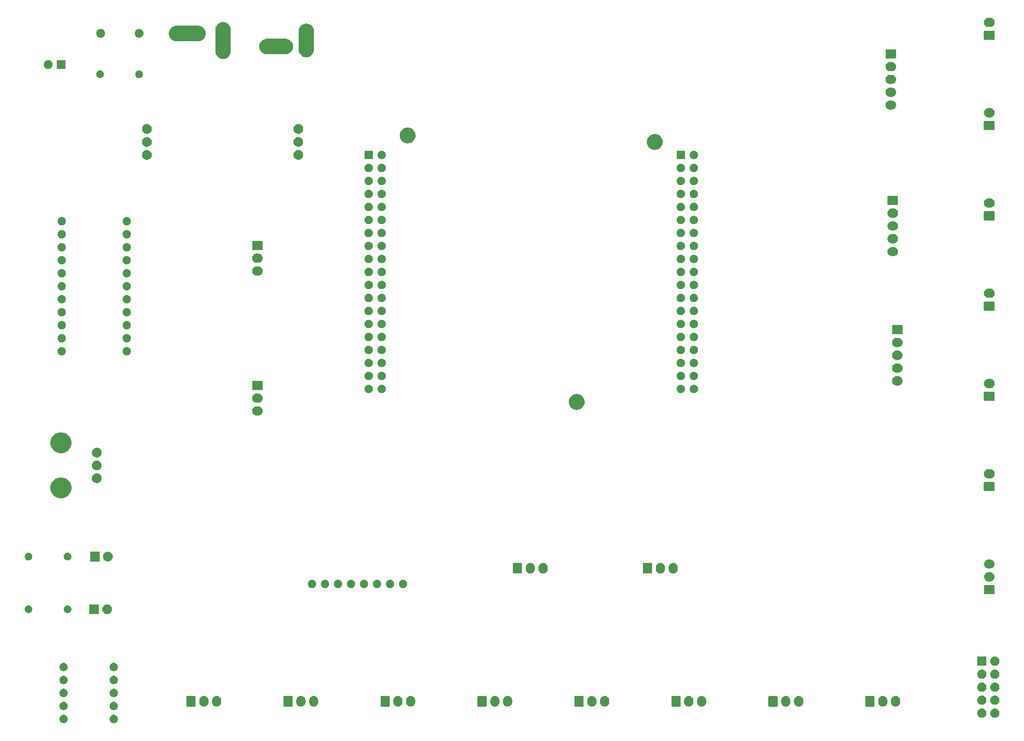
<source format=gbr>
G04 #@! TF.GenerationSoftware,KiCad,Pcbnew,(5.1.0)-1*
G04 #@! TF.CreationDate,2022-07-04T21:30:28+09:00*
G04 #@! TF.ProjectId,2022NHK_Include,32303232-4e48-44b5-9f49-6e636c756465,rev?*
G04 #@! TF.SameCoordinates,Original*
G04 #@! TF.FileFunction,Soldermask,Bot*
G04 #@! TF.FilePolarity,Negative*
%FSLAX46Y46*%
G04 Gerber Fmt 4.6, Leading zero omitted, Abs format (unit mm)*
G04 Created by KiCad (PCBNEW (5.1.0)-1) date 2022-07-04 21:30:28*
%MOMM*%
%LPD*%
G04 APERTURE LIST*
%ADD10C,0.100000*%
G04 APERTURE END LIST*
D10*
G36*
X37829142Y-156549242D02*
G01*
X37977101Y-156610529D01*
X38110255Y-156699499D01*
X38223501Y-156812745D01*
X38312471Y-156945899D01*
X38373758Y-157093858D01*
X38405000Y-157250925D01*
X38405000Y-157411075D01*
X38373758Y-157568142D01*
X38312471Y-157716101D01*
X38223501Y-157849255D01*
X38110255Y-157962501D01*
X37977101Y-158051471D01*
X37829142Y-158112758D01*
X37672075Y-158144000D01*
X37511925Y-158144000D01*
X37354858Y-158112758D01*
X37206899Y-158051471D01*
X37073745Y-157962501D01*
X36960499Y-157849255D01*
X36871529Y-157716101D01*
X36810242Y-157568142D01*
X36779000Y-157411075D01*
X36779000Y-157250925D01*
X36810242Y-157093858D01*
X36871529Y-156945899D01*
X36960499Y-156812745D01*
X37073745Y-156699499D01*
X37206899Y-156610529D01*
X37354858Y-156549242D01*
X37511925Y-156518000D01*
X37672075Y-156518000D01*
X37829142Y-156549242D01*
X37829142Y-156549242D01*
G37*
G36*
X28050142Y-156549242D02*
G01*
X28198101Y-156610529D01*
X28331255Y-156699499D01*
X28444501Y-156812745D01*
X28533471Y-156945899D01*
X28594758Y-157093858D01*
X28626000Y-157250925D01*
X28626000Y-157411075D01*
X28594758Y-157568142D01*
X28533471Y-157716101D01*
X28444501Y-157849255D01*
X28331255Y-157962501D01*
X28198101Y-158051471D01*
X28050142Y-158112758D01*
X27893075Y-158144000D01*
X27732925Y-158144000D01*
X27575858Y-158112758D01*
X27427899Y-158051471D01*
X27294745Y-157962501D01*
X27181499Y-157849255D01*
X27092529Y-157716101D01*
X27031242Y-157568142D01*
X27000000Y-157411075D01*
X27000000Y-157250925D01*
X27031242Y-157093858D01*
X27092529Y-156945899D01*
X27181499Y-156812745D01*
X27294745Y-156699499D01*
X27427899Y-156610529D01*
X27575858Y-156549242D01*
X27732925Y-156518000D01*
X27893075Y-156518000D01*
X28050142Y-156549242D01*
X28050142Y-156549242D01*
G37*
G36*
X209787442Y-155315518D02*
G01*
X209853627Y-155322037D01*
X210023466Y-155373557D01*
X210179991Y-155457222D01*
X210215729Y-155486552D01*
X210317186Y-155569814D01*
X210400448Y-155671271D01*
X210429778Y-155707009D01*
X210513443Y-155863534D01*
X210564963Y-156033373D01*
X210582359Y-156210000D01*
X210564963Y-156386627D01*
X210513443Y-156556466D01*
X210429778Y-156712991D01*
X210400448Y-156748729D01*
X210317186Y-156850186D01*
X210215729Y-156933448D01*
X210179991Y-156962778D01*
X210023466Y-157046443D01*
X209853627Y-157097963D01*
X209787443Y-157104481D01*
X209721260Y-157111000D01*
X209632740Y-157111000D01*
X209566557Y-157104481D01*
X209500373Y-157097963D01*
X209330534Y-157046443D01*
X209174009Y-156962778D01*
X209138271Y-156933448D01*
X209036814Y-156850186D01*
X208953552Y-156748729D01*
X208924222Y-156712991D01*
X208840557Y-156556466D01*
X208789037Y-156386627D01*
X208771641Y-156210000D01*
X208789037Y-156033373D01*
X208840557Y-155863534D01*
X208924222Y-155707009D01*
X208953552Y-155671271D01*
X209036814Y-155569814D01*
X209138271Y-155486552D01*
X209174009Y-155457222D01*
X209330534Y-155373557D01*
X209500373Y-155322037D01*
X209566558Y-155315518D01*
X209632740Y-155309000D01*
X209721260Y-155309000D01*
X209787442Y-155315518D01*
X209787442Y-155315518D01*
G37*
G36*
X207247442Y-155315518D02*
G01*
X207313627Y-155322037D01*
X207483466Y-155373557D01*
X207639991Y-155457222D01*
X207675729Y-155486552D01*
X207777186Y-155569814D01*
X207860448Y-155671271D01*
X207889778Y-155707009D01*
X207973443Y-155863534D01*
X208024963Y-156033373D01*
X208042359Y-156210000D01*
X208024963Y-156386627D01*
X207973443Y-156556466D01*
X207889778Y-156712991D01*
X207860448Y-156748729D01*
X207777186Y-156850186D01*
X207675729Y-156933448D01*
X207639991Y-156962778D01*
X207483466Y-157046443D01*
X207313627Y-157097963D01*
X207247443Y-157104481D01*
X207181260Y-157111000D01*
X207092740Y-157111000D01*
X207026557Y-157104481D01*
X206960373Y-157097963D01*
X206790534Y-157046443D01*
X206634009Y-156962778D01*
X206598271Y-156933448D01*
X206496814Y-156850186D01*
X206413552Y-156748729D01*
X206384222Y-156712991D01*
X206300557Y-156556466D01*
X206249037Y-156386627D01*
X206231641Y-156210000D01*
X206249037Y-156033373D01*
X206300557Y-155863534D01*
X206384222Y-155707009D01*
X206413552Y-155671271D01*
X206496814Y-155569814D01*
X206598271Y-155486552D01*
X206634009Y-155457222D01*
X206790534Y-155373557D01*
X206960373Y-155322037D01*
X207026558Y-155315518D01*
X207092740Y-155309000D01*
X207181260Y-155309000D01*
X207247442Y-155315518D01*
X207247442Y-155315518D01*
G37*
G36*
X28050142Y-154009242D02*
G01*
X28198101Y-154070529D01*
X28331255Y-154159499D01*
X28444501Y-154272745D01*
X28533471Y-154405899D01*
X28594758Y-154553858D01*
X28626000Y-154710925D01*
X28626000Y-154871075D01*
X28594758Y-155028142D01*
X28533471Y-155176101D01*
X28444501Y-155309255D01*
X28331255Y-155422501D01*
X28198101Y-155511471D01*
X28050142Y-155572758D01*
X27893075Y-155604000D01*
X27732925Y-155604000D01*
X27575858Y-155572758D01*
X27427899Y-155511471D01*
X27294745Y-155422501D01*
X27181499Y-155309255D01*
X27092529Y-155176101D01*
X27031242Y-155028142D01*
X27000000Y-154871075D01*
X27000000Y-154710925D01*
X27031242Y-154553858D01*
X27092529Y-154405899D01*
X27181499Y-154272745D01*
X27294745Y-154159499D01*
X27427899Y-154070529D01*
X27575858Y-154009242D01*
X27732925Y-153978000D01*
X27893075Y-153978000D01*
X28050142Y-154009242D01*
X28050142Y-154009242D01*
G37*
G36*
X37829142Y-154009242D02*
G01*
X37977101Y-154070529D01*
X38110255Y-154159499D01*
X38223501Y-154272745D01*
X38312471Y-154405899D01*
X38373758Y-154553858D01*
X38405000Y-154710925D01*
X38405000Y-154871075D01*
X38373758Y-155028142D01*
X38312471Y-155176101D01*
X38223501Y-155309255D01*
X38110255Y-155422501D01*
X37977101Y-155511471D01*
X37829142Y-155572758D01*
X37672075Y-155604000D01*
X37511925Y-155604000D01*
X37354858Y-155572758D01*
X37206899Y-155511471D01*
X37073745Y-155422501D01*
X36960499Y-155309255D01*
X36871529Y-155176101D01*
X36810242Y-155028142D01*
X36779000Y-154871075D01*
X36779000Y-154710925D01*
X36810242Y-154553858D01*
X36871529Y-154405899D01*
X36960499Y-154272745D01*
X37073745Y-154159499D01*
X37206899Y-154070529D01*
X37354858Y-154009242D01*
X37511925Y-153978000D01*
X37672075Y-153978000D01*
X37829142Y-154009242D01*
X37829142Y-154009242D01*
G37*
G36*
X114704626Y-152876037D02*
G01*
X114874465Y-152927557D01*
X114874467Y-152927558D01*
X115030989Y-153011221D01*
X115168186Y-153123814D01*
X115251448Y-153225271D01*
X115280778Y-153261009D01*
X115364443Y-153417534D01*
X115415963Y-153587373D01*
X115429000Y-153719742D01*
X115429000Y-154058257D01*
X115415963Y-154190626D01*
X115364443Y-154360466D01*
X115280778Y-154516991D01*
X115251448Y-154552729D01*
X115168186Y-154654186D01*
X115073250Y-154732097D01*
X115030991Y-154766778D01*
X114874466Y-154850443D01*
X114704627Y-154901963D01*
X114528000Y-154919359D01*
X114351374Y-154901963D01*
X114181535Y-154850443D01*
X114025010Y-154766778D01*
X113887815Y-154654185D01*
X113775222Y-154516991D01*
X113691557Y-154360466D01*
X113640037Y-154190627D01*
X113633519Y-154124443D01*
X113627000Y-154058260D01*
X113627000Y-153719741D01*
X113640037Y-153587376D01*
X113640037Y-153587374D01*
X113691557Y-153417535D01*
X113775222Y-153261010D01*
X113775223Y-153261009D01*
X113887814Y-153123814D01*
X113989271Y-153040552D01*
X114025009Y-153011222D01*
X114181534Y-152927557D01*
X114351373Y-152876037D01*
X114528000Y-152858641D01*
X114704626Y-152876037D01*
X114704626Y-152876037D01*
G37*
G36*
X150087626Y-152876037D02*
G01*
X150257465Y-152927557D01*
X150257467Y-152927558D01*
X150413989Y-153011221D01*
X150551186Y-153123814D01*
X150634448Y-153225271D01*
X150663778Y-153261009D01*
X150747443Y-153417534D01*
X150798963Y-153587373D01*
X150812000Y-153719742D01*
X150812000Y-154058257D01*
X150798963Y-154190626D01*
X150747443Y-154360466D01*
X150663778Y-154516991D01*
X150634448Y-154552729D01*
X150551186Y-154654186D01*
X150456250Y-154732097D01*
X150413991Y-154766778D01*
X150257466Y-154850443D01*
X150087627Y-154901963D01*
X149911000Y-154919359D01*
X149734374Y-154901963D01*
X149564535Y-154850443D01*
X149408010Y-154766778D01*
X149270815Y-154654185D01*
X149158222Y-154516991D01*
X149074557Y-154360466D01*
X149023037Y-154190627D01*
X149016519Y-154124443D01*
X149010000Y-154058260D01*
X149010000Y-153719741D01*
X149023037Y-153587376D01*
X149023037Y-153587374D01*
X149074557Y-153417535D01*
X149158222Y-153261010D01*
X149158223Y-153261009D01*
X149270814Y-153123814D01*
X149372271Y-153040552D01*
X149408009Y-153011222D01*
X149564534Y-152927557D01*
X149734373Y-152876037D01*
X149911000Y-152858641D01*
X150087626Y-152876037D01*
X150087626Y-152876037D01*
G37*
G36*
X74322726Y-152876037D02*
G01*
X74492565Y-152927557D01*
X74492567Y-152927558D01*
X74649089Y-153011221D01*
X74786286Y-153123814D01*
X74869548Y-153225271D01*
X74898878Y-153261009D01*
X74982543Y-153417534D01*
X75034063Y-153587373D01*
X75047100Y-153719742D01*
X75047100Y-154058257D01*
X75034063Y-154190626D01*
X74982543Y-154360466D01*
X74898878Y-154516991D01*
X74869548Y-154552729D01*
X74786286Y-154654186D01*
X74691350Y-154732097D01*
X74649091Y-154766778D01*
X74492566Y-154850443D01*
X74322727Y-154901963D01*
X74146100Y-154919359D01*
X73969474Y-154901963D01*
X73799635Y-154850443D01*
X73643110Y-154766778D01*
X73505915Y-154654185D01*
X73393322Y-154516991D01*
X73309657Y-154360466D01*
X73258137Y-154190627D01*
X73251619Y-154124443D01*
X73245100Y-154058260D01*
X73245100Y-153719741D01*
X73258137Y-153587376D01*
X73258137Y-153587374D01*
X73309657Y-153417535D01*
X73393322Y-153261010D01*
X73393323Y-153261009D01*
X73505914Y-153123814D01*
X73607371Y-153040552D01*
X73643109Y-153011222D01*
X73799634Y-152927557D01*
X73969473Y-152876037D01*
X74146100Y-152858641D01*
X74322726Y-152876037D01*
X74322726Y-152876037D01*
G37*
G36*
X76822726Y-152876037D02*
G01*
X76992565Y-152927557D01*
X76992567Y-152927558D01*
X77149089Y-153011221D01*
X77286286Y-153123814D01*
X77369548Y-153225271D01*
X77398878Y-153261009D01*
X77482543Y-153417534D01*
X77534063Y-153587373D01*
X77547100Y-153719742D01*
X77547100Y-154058257D01*
X77534063Y-154190626D01*
X77482543Y-154360466D01*
X77398878Y-154516991D01*
X77369548Y-154552729D01*
X77286286Y-154654186D01*
X77191350Y-154732097D01*
X77149091Y-154766778D01*
X76992566Y-154850443D01*
X76822727Y-154901963D01*
X76646100Y-154919359D01*
X76469474Y-154901963D01*
X76299635Y-154850443D01*
X76143110Y-154766778D01*
X76005915Y-154654185D01*
X75893322Y-154516991D01*
X75809657Y-154360466D01*
X75758137Y-154190627D01*
X75751619Y-154124443D01*
X75745100Y-154058260D01*
X75745100Y-153719741D01*
X75758137Y-153587376D01*
X75758137Y-153587374D01*
X75809657Y-153417535D01*
X75893322Y-153261010D01*
X75893323Y-153261009D01*
X76005914Y-153123814D01*
X76107371Y-153040552D01*
X76143109Y-153011222D01*
X76299634Y-152927557D01*
X76469473Y-152876037D01*
X76646100Y-152858641D01*
X76822726Y-152876037D01*
X76822726Y-152876037D01*
G37*
G36*
X55381626Y-152876037D02*
G01*
X55551465Y-152927557D01*
X55551467Y-152927558D01*
X55707989Y-153011221D01*
X55845186Y-153123814D01*
X55928448Y-153225271D01*
X55957778Y-153261009D01*
X56041443Y-153417534D01*
X56092963Y-153587373D01*
X56106000Y-153719742D01*
X56106000Y-154058257D01*
X56092963Y-154190626D01*
X56041443Y-154360466D01*
X55957778Y-154516991D01*
X55928448Y-154552729D01*
X55845186Y-154654186D01*
X55750250Y-154732097D01*
X55707991Y-154766778D01*
X55551466Y-154850443D01*
X55381627Y-154901963D01*
X55205000Y-154919359D01*
X55028374Y-154901963D01*
X54858535Y-154850443D01*
X54702010Y-154766778D01*
X54564815Y-154654185D01*
X54452222Y-154516991D01*
X54368557Y-154360466D01*
X54317037Y-154190627D01*
X54310519Y-154124443D01*
X54304000Y-154058260D01*
X54304000Y-153719741D01*
X54317037Y-153587376D01*
X54317037Y-153587374D01*
X54368557Y-153417535D01*
X54452222Y-153261010D01*
X54452223Y-153261009D01*
X54564814Y-153123814D01*
X54666271Y-153040552D01*
X54702009Y-153011222D01*
X54858534Y-152927557D01*
X55028373Y-152876037D01*
X55205000Y-152858641D01*
X55381626Y-152876037D01*
X55381626Y-152876037D01*
G37*
G36*
X57881626Y-152876037D02*
G01*
X58051465Y-152927557D01*
X58051467Y-152927558D01*
X58207989Y-153011221D01*
X58345186Y-153123814D01*
X58428448Y-153225271D01*
X58457778Y-153261009D01*
X58541443Y-153417534D01*
X58592963Y-153587373D01*
X58606000Y-153719742D01*
X58606000Y-154058257D01*
X58592963Y-154190626D01*
X58541443Y-154360466D01*
X58457778Y-154516991D01*
X58428448Y-154552729D01*
X58345186Y-154654186D01*
X58250250Y-154732097D01*
X58207991Y-154766778D01*
X58051466Y-154850443D01*
X57881627Y-154901963D01*
X57705000Y-154919359D01*
X57528374Y-154901963D01*
X57358535Y-154850443D01*
X57202010Y-154766778D01*
X57064815Y-154654185D01*
X56952222Y-154516991D01*
X56868557Y-154360466D01*
X56817037Y-154190627D01*
X56810519Y-154124443D01*
X56804000Y-154058260D01*
X56804000Y-153719741D01*
X56817037Y-153587376D01*
X56817037Y-153587374D01*
X56868557Y-153417535D01*
X56952222Y-153261010D01*
X56952223Y-153261009D01*
X57064814Y-153123814D01*
X57166271Y-153040552D01*
X57202009Y-153011222D01*
X57358534Y-152927557D01*
X57528373Y-152876037D01*
X57705000Y-152858641D01*
X57881626Y-152876037D01*
X57881626Y-152876037D01*
G37*
G36*
X152587626Y-152876037D02*
G01*
X152757465Y-152927557D01*
X152757467Y-152927558D01*
X152913989Y-153011221D01*
X153051186Y-153123814D01*
X153134448Y-153225271D01*
X153163778Y-153261009D01*
X153247443Y-153417534D01*
X153298963Y-153587373D01*
X153312000Y-153719742D01*
X153312000Y-154058257D01*
X153298963Y-154190626D01*
X153247443Y-154360466D01*
X153163778Y-154516991D01*
X153134448Y-154552729D01*
X153051186Y-154654186D01*
X152956250Y-154732097D01*
X152913991Y-154766778D01*
X152757466Y-154850443D01*
X152587627Y-154901963D01*
X152411000Y-154919359D01*
X152234374Y-154901963D01*
X152064535Y-154850443D01*
X151908010Y-154766778D01*
X151770815Y-154654185D01*
X151658222Y-154516991D01*
X151574557Y-154360466D01*
X151523037Y-154190627D01*
X151516518Y-154124442D01*
X151510000Y-154058260D01*
X151510000Y-153719741D01*
X151523037Y-153587376D01*
X151523037Y-153587374D01*
X151574557Y-153417535D01*
X151658222Y-153261010D01*
X151658223Y-153261009D01*
X151770814Y-153123814D01*
X151872271Y-153040552D01*
X151908009Y-153011222D01*
X152064534Y-152927557D01*
X152234373Y-152876037D01*
X152411000Y-152858641D01*
X152587626Y-152876037D01*
X152587626Y-152876037D01*
G37*
G36*
X169028626Y-152876037D02*
G01*
X169198465Y-152927557D01*
X169198467Y-152927558D01*
X169354989Y-153011221D01*
X169492186Y-153123814D01*
X169575448Y-153225271D01*
X169604778Y-153261009D01*
X169688443Y-153417534D01*
X169739963Y-153587373D01*
X169753000Y-153719742D01*
X169753000Y-154058257D01*
X169739963Y-154190626D01*
X169688443Y-154360466D01*
X169604778Y-154516991D01*
X169575448Y-154552729D01*
X169492186Y-154654186D01*
X169397250Y-154732097D01*
X169354991Y-154766778D01*
X169198466Y-154850443D01*
X169028627Y-154901963D01*
X168852000Y-154919359D01*
X168675374Y-154901963D01*
X168505535Y-154850443D01*
X168349010Y-154766778D01*
X168211815Y-154654185D01*
X168099222Y-154516991D01*
X168015557Y-154360466D01*
X167964037Y-154190627D01*
X167957518Y-154124442D01*
X167951000Y-154058260D01*
X167951000Y-153719741D01*
X167964037Y-153587376D01*
X167964037Y-153587374D01*
X168015557Y-153417535D01*
X168099222Y-153261010D01*
X168099223Y-153261009D01*
X168211814Y-153123814D01*
X168313271Y-153040552D01*
X168349009Y-153011222D01*
X168505534Y-152927557D01*
X168675373Y-152876037D01*
X168852000Y-152858641D01*
X169028626Y-152876037D01*
X169028626Y-152876037D01*
G37*
G36*
X93263926Y-152876037D02*
G01*
X93433765Y-152927557D01*
X93433767Y-152927558D01*
X93590289Y-153011221D01*
X93727486Y-153123814D01*
X93810748Y-153225271D01*
X93840078Y-153261009D01*
X93923743Y-153417534D01*
X93975263Y-153587373D01*
X93988300Y-153719742D01*
X93988300Y-154058257D01*
X93975263Y-154190626D01*
X93923743Y-154360466D01*
X93840078Y-154516991D01*
X93810748Y-154552729D01*
X93727486Y-154654186D01*
X93632550Y-154732097D01*
X93590291Y-154766778D01*
X93433766Y-154850443D01*
X93263927Y-154901963D01*
X93087300Y-154919359D01*
X92910674Y-154901963D01*
X92740835Y-154850443D01*
X92584310Y-154766778D01*
X92447115Y-154654185D01*
X92334522Y-154516991D01*
X92250857Y-154360466D01*
X92199337Y-154190627D01*
X92192819Y-154124443D01*
X92186300Y-154058260D01*
X92186300Y-153719741D01*
X92199337Y-153587376D01*
X92199337Y-153587374D01*
X92250857Y-153417535D01*
X92334522Y-153261010D01*
X92334523Y-153261009D01*
X92447114Y-153123814D01*
X92548571Y-153040552D01*
X92584309Y-153011222D01*
X92740834Y-152927557D01*
X92910673Y-152876037D01*
X93087300Y-152858641D01*
X93263926Y-152876037D01*
X93263926Y-152876037D01*
G37*
G36*
X187969626Y-152876037D02*
G01*
X188139465Y-152927557D01*
X188139467Y-152927558D01*
X188295989Y-153011221D01*
X188433186Y-153123814D01*
X188516448Y-153225271D01*
X188545778Y-153261009D01*
X188629443Y-153417534D01*
X188680963Y-153587373D01*
X188694000Y-153719742D01*
X188694000Y-154058257D01*
X188680963Y-154190626D01*
X188629443Y-154360466D01*
X188545778Y-154516991D01*
X188516448Y-154552729D01*
X188433186Y-154654186D01*
X188338250Y-154732097D01*
X188295991Y-154766778D01*
X188139466Y-154850443D01*
X187969627Y-154901963D01*
X187793000Y-154919359D01*
X187616374Y-154901963D01*
X187446535Y-154850443D01*
X187290010Y-154766778D01*
X187152815Y-154654185D01*
X187040222Y-154516991D01*
X186956557Y-154360466D01*
X186905037Y-154190627D01*
X186898518Y-154124442D01*
X186892000Y-154058260D01*
X186892000Y-153719741D01*
X186905037Y-153587376D01*
X186905037Y-153587374D01*
X186956557Y-153417535D01*
X187040222Y-153261010D01*
X187040223Y-153261009D01*
X187152814Y-153123814D01*
X187254271Y-153040552D01*
X187290009Y-153011222D01*
X187446534Y-152927557D01*
X187616373Y-152876037D01*
X187793000Y-152858641D01*
X187969626Y-152876037D01*
X187969626Y-152876037D01*
G37*
G36*
X190469626Y-152876037D02*
G01*
X190639465Y-152927557D01*
X190639467Y-152927558D01*
X190795989Y-153011221D01*
X190933186Y-153123814D01*
X191016448Y-153225271D01*
X191045778Y-153261009D01*
X191129443Y-153417534D01*
X191180963Y-153587373D01*
X191194000Y-153719742D01*
X191194000Y-154058257D01*
X191180963Y-154190626D01*
X191129443Y-154360466D01*
X191045778Y-154516991D01*
X191016448Y-154552729D01*
X190933186Y-154654186D01*
X190838250Y-154732097D01*
X190795991Y-154766778D01*
X190639466Y-154850443D01*
X190469627Y-154901963D01*
X190293000Y-154919359D01*
X190116374Y-154901963D01*
X189946535Y-154850443D01*
X189790010Y-154766778D01*
X189652815Y-154654185D01*
X189540222Y-154516991D01*
X189456557Y-154360466D01*
X189405037Y-154190627D01*
X189398518Y-154124442D01*
X189392000Y-154058260D01*
X189392000Y-153719741D01*
X189405037Y-153587376D01*
X189405037Y-153587374D01*
X189456557Y-153417535D01*
X189540222Y-153261010D01*
X189540223Y-153261009D01*
X189652814Y-153123814D01*
X189754271Y-153040552D01*
X189790009Y-153011222D01*
X189946534Y-152927557D01*
X190116373Y-152876037D01*
X190293000Y-152858641D01*
X190469626Y-152876037D01*
X190469626Y-152876037D01*
G37*
G36*
X131146626Y-152876037D02*
G01*
X131316465Y-152927557D01*
X131316467Y-152927558D01*
X131472989Y-153011221D01*
X131610186Y-153123814D01*
X131693448Y-153225271D01*
X131722778Y-153261009D01*
X131806443Y-153417534D01*
X131857963Y-153587373D01*
X131871000Y-153719742D01*
X131871000Y-154058257D01*
X131857963Y-154190626D01*
X131806443Y-154360466D01*
X131722778Y-154516991D01*
X131693448Y-154552729D01*
X131610186Y-154654186D01*
X131515250Y-154732097D01*
X131472991Y-154766778D01*
X131316466Y-154850443D01*
X131146627Y-154901963D01*
X130970000Y-154919359D01*
X130793374Y-154901963D01*
X130623535Y-154850443D01*
X130467010Y-154766778D01*
X130329815Y-154654185D01*
X130217222Y-154516991D01*
X130133557Y-154360466D01*
X130082037Y-154190627D01*
X130075519Y-154124443D01*
X130069000Y-154058260D01*
X130069000Y-153719741D01*
X130082037Y-153587376D01*
X130082037Y-153587374D01*
X130133557Y-153417535D01*
X130217222Y-153261010D01*
X130217223Y-153261009D01*
X130329814Y-153123814D01*
X130431271Y-153040552D01*
X130467009Y-153011222D01*
X130623534Y-152927557D01*
X130793373Y-152876037D01*
X130970000Y-152858641D01*
X131146626Y-152876037D01*
X131146626Y-152876037D01*
G37*
G36*
X133646626Y-152876037D02*
G01*
X133816465Y-152927557D01*
X133816467Y-152927558D01*
X133972989Y-153011221D01*
X134110186Y-153123814D01*
X134193448Y-153225271D01*
X134222778Y-153261009D01*
X134306443Y-153417534D01*
X134357963Y-153587373D01*
X134371000Y-153719742D01*
X134371000Y-154058257D01*
X134357963Y-154190626D01*
X134306443Y-154360466D01*
X134222778Y-154516991D01*
X134193448Y-154552729D01*
X134110186Y-154654186D01*
X134015250Y-154732097D01*
X133972991Y-154766778D01*
X133816466Y-154850443D01*
X133646627Y-154901963D01*
X133470000Y-154919359D01*
X133293374Y-154901963D01*
X133123535Y-154850443D01*
X132967010Y-154766778D01*
X132829815Y-154654185D01*
X132717222Y-154516991D01*
X132633557Y-154360466D01*
X132582037Y-154190627D01*
X132575519Y-154124443D01*
X132569000Y-154058260D01*
X132569000Y-153719741D01*
X132582037Y-153587376D01*
X132582037Y-153587374D01*
X132633557Y-153417535D01*
X132717222Y-153261010D01*
X132717223Y-153261009D01*
X132829814Y-153123814D01*
X132931271Y-153040552D01*
X132967009Y-153011222D01*
X133123534Y-152927557D01*
X133293373Y-152876037D01*
X133470000Y-152858641D01*
X133646626Y-152876037D01*
X133646626Y-152876037D01*
G37*
G36*
X112204626Y-152876037D02*
G01*
X112374465Y-152927557D01*
X112374467Y-152927558D01*
X112530989Y-153011221D01*
X112668186Y-153123814D01*
X112751448Y-153225271D01*
X112780778Y-153261009D01*
X112864443Y-153417534D01*
X112915963Y-153587373D01*
X112929000Y-153719742D01*
X112929000Y-154058257D01*
X112915963Y-154190626D01*
X112864443Y-154360466D01*
X112780778Y-154516991D01*
X112751448Y-154552729D01*
X112668186Y-154654186D01*
X112573250Y-154732097D01*
X112530991Y-154766778D01*
X112374466Y-154850443D01*
X112204627Y-154901963D01*
X112028000Y-154919359D01*
X111851374Y-154901963D01*
X111681535Y-154850443D01*
X111525010Y-154766778D01*
X111387815Y-154654185D01*
X111275222Y-154516991D01*
X111191557Y-154360466D01*
X111140037Y-154190627D01*
X111133519Y-154124443D01*
X111127000Y-154058260D01*
X111127000Y-153719741D01*
X111140037Y-153587376D01*
X111140037Y-153587374D01*
X111191557Y-153417535D01*
X111275222Y-153261010D01*
X111275223Y-153261009D01*
X111387814Y-153123814D01*
X111489271Y-153040552D01*
X111525009Y-153011222D01*
X111681534Y-152927557D01*
X111851373Y-152876037D01*
X112028000Y-152858641D01*
X112204626Y-152876037D01*
X112204626Y-152876037D01*
G37*
G36*
X95763926Y-152876037D02*
G01*
X95933765Y-152927557D01*
X95933767Y-152927558D01*
X96090289Y-153011221D01*
X96227486Y-153123814D01*
X96310748Y-153225271D01*
X96340078Y-153261009D01*
X96423743Y-153417534D01*
X96475263Y-153587373D01*
X96488300Y-153719742D01*
X96488300Y-154058257D01*
X96475263Y-154190626D01*
X96423743Y-154360466D01*
X96340078Y-154516991D01*
X96310748Y-154552729D01*
X96227486Y-154654186D01*
X96132550Y-154732097D01*
X96090291Y-154766778D01*
X95933766Y-154850443D01*
X95763927Y-154901963D01*
X95587300Y-154919359D01*
X95410674Y-154901963D01*
X95240835Y-154850443D01*
X95084310Y-154766778D01*
X94947115Y-154654185D01*
X94834522Y-154516991D01*
X94750857Y-154360466D01*
X94699337Y-154190627D01*
X94692819Y-154124443D01*
X94686300Y-154058260D01*
X94686300Y-153719741D01*
X94699337Y-153587376D01*
X94699337Y-153587374D01*
X94750857Y-153417535D01*
X94834522Y-153261010D01*
X94834523Y-153261009D01*
X94947114Y-153123814D01*
X95048571Y-153040552D01*
X95084309Y-153011222D01*
X95240834Y-152927557D01*
X95410673Y-152876037D01*
X95587300Y-152858641D01*
X95763926Y-152876037D01*
X95763926Y-152876037D01*
G37*
G36*
X171528626Y-152876037D02*
G01*
X171698465Y-152927557D01*
X171698467Y-152927558D01*
X171854989Y-153011221D01*
X171992186Y-153123814D01*
X172075448Y-153225271D01*
X172104778Y-153261009D01*
X172188443Y-153417534D01*
X172239963Y-153587373D01*
X172253000Y-153719742D01*
X172253000Y-154058257D01*
X172239963Y-154190626D01*
X172188443Y-154360466D01*
X172104778Y-154516991D01*
X172075448Y-154552729D01*
X171992186Y-154654186D01*
X171897250Y-154732097D01*
X171854991Y-154766778D01*
X171698466Y-154850443D01*
X171528627Y-154901963D01*
X171352000Y-154919359D01*
X171175374Y-154901963D01*
X171005535Y-154850443D01*
X170849010Y-154766778D01*
X170711815Y-154654185D01*
X170599222Y-154516991D01*
X170515557Y-154360466D01*
X170464037Y-154190627D01*
X170457518Y-154124442D01*
X170451000Y-154058260D01*
X170451000Y-153719741D01*
X170464037Y-153587376D01*
X170464037Y-153587374D01*
X170515557Y-153417535D01*
X170599222Y-153261010D01*
X170599223Y-153261009D01*
X170711814Y-153123814D01*
X170813271Y-153040552D01*
X170849009Y-153011222D01*
X171005534Y-152927557D01*
X171175373Y-152876037D01*
X171352000Y-152858641D01*
X171528626Y-152876037D01*
X171528626Y-152876037D01*
G37*
G36*
X186051600Y-152866989D02*
G01*
X186084652Y-152877015D01*
X186115103Y-152893292D01*
X186141799Y-152915201D01*
X186163708Y-152941897D01*
X186179985Y-152972348D01*
X186190011Y-153005400D01*
X186194000Y-153045903D01*
X186194000Y-154732097D01*
X186190011Y-154772600D01*
X186179985Y-154805652D01*
X186163708Y-154836103D01*
X186141799Y-154862799D01*
X186115103Y-154884708D01*
X186084652Y-154900985D01*
X186051600Y-154911011D01*
X186011097Y-154915000D01*
X184574903Y-154915000D01*
X184534400Y-154911011D01*
X184501348Y-154900985D01*
X184470897Y-154884708D01*
X184444201Y-154862799D01*
X184422292Y-154836103D01*
X184406015Y-154805652D01*
X184395989Y-154772600D01*
X184392000Y-154732097D01*
X184392000Y-153045903D01*
X184395989Y-153005400D01*
X184406015Y-152972348D01*
X184422292Y-152941897D01*
X184444201Y-152915201D01*
X184470897Y-152893292D01*
X184501348Y-152877015D01*
X184534400Y-152866989D01*
X184574903Y-152863000D01*
X186011097Y-152863000D01*
X186051600Y-152866989D01*
X186051600Y-152866989D01*
G37*
G36*
X91345900Y-152866989D02*
G01*
X91378952Y-152877015D01*
X91409403Y-152893292D01*
X91436099Y-152915201D01*
X91458008Y-152941897D01*
X91474285Y-152972348D01*
X91484311Y-153005400D01*
X91488300Y-153045903D01*
X91488300Y-154732097D01*
X91484311Y-154772600D01*
X91474285Y-154805652D01*
X91458008Y-154836103D01*
X91436099Y-154862799D01*
X91409403Y-154884708D01*
X91378952Y-154900985D01*
X91345900Y-154911011D01*
X91305397Y-154915000D01*
X89869203Y-154915000D01*
X89828700Y-154911011D01*
X89795648Y-154900985D01*
X89765197Y-154884708D01*
X89738501Y-154862799D01*
X89716592Y-154836103D01*
X89700315Y-154805652D01*
X89690289Y-154772600D01*
X89686300Y-154732097D01*
X89686300Y-153045903D01*
X89690289Y-153005400D01*
X89700315Y-152972348D01*
X89716592Y-152941897D01*
X89738501Y-152915201D01*
X89765197Y-152893292D01*
X89795648Y-152877015D01*
X89828700Y-152866989D01*
X89869203Y-152863000D01*
X91305397Y-152863000D01*
X91345900Y-152866989D01*
X91345900Y-152866989D01*
G37*
G36*
X110286600Y-152866989D02*
G01*
X110319652Y-152877015D01*
X110350103Y-152893292D01*
X110376799Y-152915201D01*
X110398708Y-152941897D01*
X110414985Y-152972348D01*
X110425011Y-153005400D01*
X110429000Y-153045903D01*
X110429000Y-154732097D01*
X110425011Y-154772600D01*
X110414985Y-154805652D01*
X110398708Y-154836103D01*
X110376799Y-154862799D01*
X110350103Y-154884708D01*
X110319652Y-154900985D01*
X110286600Y-154911011D01*
X110246097Y-154915000D01*
X108809903Y-154915000D01*
X108769400Y-154911011D01*
X108736348Y-154900985D01*
X108705897Y-154884708D01*
X108679201Y-154862799D01*
X108657292Y-154836103D01*
X108641015Y-154805652D01*
X108630989Y-154772600D01*
X108627000Y-154732097D01*
X108627000Y-153045903D01*
X108630989Y-153005400D01*
X108641015Y-152972348D01*
X108657292Y-152941897D01*
X108679201Y-152915201D01*
X108705897Y-152893292D01*
X108736348Y-152877015D01*
X108769400Y-152866989D01*
X108809903Y-152863000D01*
X110246097Y-152863000D01*
X110286600Y-152866989D01*
X110286600Y-152866989D01*
G37*
G36*
X148169600Y-152866989D02*
G01*
X148202652Y-152877015D01*
X148233103Y-152893292D01*
X148259799Y-152915201D01*
X148281708Y-152941897D01*
X148297985Y-152972348D01*
X148308011Y-153005400D01*
X148312000Y-153045903D01*
X148312000Y-154732097D01*
X148308011Y-154772600D01*
X148297985Y-154805652D01*
X148281708Y-154836103D01*
X148259799Y-154862799D01*
X148233103Y-154884708D01*
X148202652Y-154900985D01*
X148169600Y-154911011D01*
X148129097Y-154915000D01*
X146692903Y-154915000D01*
X146652400Y-154911011D01*
X146619348Y-154900985D01*
X146588897Y-154884708D01*
X146562201Y-154862799D01*
X146540292Y-154836103D01*
X146524015Y-154805652D01*
X146513989Y-154772600D01*
X146510000Y-154732097D01*
X146510000Y-153045903D01*
X146513989Y-153005400D01*
X146524015Y-152972348D01*
X146540292Y-152941897D01*
X146562201Y-152915201D01*
X146588897Y-152893292D01*
X146619348Y-152877015D01*
X146652400Y-152866989D01*
X146692903Y-152863000D01*
X148129097Y-152863000D01*
X148169600Y-152866989D01*
X148169600Y-152866989D01*
G37*
G36*
X72404700Y-152866989D02*
G01*
X72437752Y-152877015D01*
X72468203Y-152893292D01*
X72494899Y-152915201D01*
X72516808Y-152941897D01*
X72533085Y-152972348D01*
X72543111Y-153005400D01*
X72547100Y-153045903D01*
X72547100Y-154732097D01*
X72543111Y-154772600D01*
X72533085Y-154805652D01*
X72516808Y-154836103D01*
X72494899Y-154862799D01*
X72468203Y-154884708D01*
X72437752Y-154900985D01*
X72404700Y-154911011D01*
X72364197Y-154915000D01*
X70928003Y-154915000D01*
X70887500Y-154911011D01*
X70854448Y-154900985D01*
X70823997Y-154884708D01*
X70797301Y-154862799D01*
X70775392Y-154836103D01*
X70759115Y-154805652D01*
X70749089Y-154772600D01*
X70745100Y-154732097D01*
X70745100Y-153045903D01*
X70749089Y-153005400D01*
X70759115Y-152972348D01*
X70775392Y-152941897D01*
X70797301Y-152915201D01*
X70823997Y-152893292D01*
X70854448Y-152877015D01*
X70887500Y-152866989D01*
X70928003Y-152863000D01*
X72364197Y-152863000D01*
X72404700Y-152866989D01*
X72404700Y-152866989D01*
G37*
G36*
X167110600Y-152866989D02*
G01*
X167143652Y-152877015D01*
X167174103Y-152893292D01*
X167200799Y-152915201D01*
X167222708Y-152941897D01*
X167238985Y-152972348D01*
X167249011Y-153005400D01*
X167253000Y-153045903D01*
X167253000Y-154732097D01*
X167249011Y-154772600D01*
X167238985Y-154805652D01*
X167222708Y-154836103D01*
X167200799Y-154862799D01*
X167174103Y-154884708D01*
X167143652Y-154900985D01*
X167110600Y-154911011D01*
X167070097Y-154915000D01*
X165633903Y-154915000D01*
X165593400Y-154911011D01*
X165560348Y-154900985D01*
X165529897Y-154884708D01*
X165503201Y-154862799D01*
X165481292Y-154836103D01*
X165465015Y-154805652D01*
X165454989Y-154772600D01*
X165451000Y-154732097D01*
X165451000Y-153045903D01*
X165454989Y-153005400D01*
X165465015Y-152972348D01*
X165481292Y-152941897D01*
X165503201Y-152915201D01*
X165529897Y-152893292D01*
X165560348Y-152877015D01*
X165593400Y-152866989D01*
X165633903Y-152863000D01*
X167070097Y-152863000D01*
X167110600Y-152866989D01*
X167110600Y-152866989D01*
G37*
G36*
X53463600Y-152866989D02*
G01*
X53496652Y-152877015D01*
X53527103Y-152893292D01*
X53553799Y-152915201D01*
X53575708Y-152941897D01*
X53591985Y-152972348D01*
X53602011Y-153005400D01*
X53606000Y-153045903D01*
X53606000Y-154732097D01*
X53602011Y-154772600D01*
X53591985Y-154805652D01*
X53575708Y-154836103D01*
X53553799Y-154862799D01*
X53527103Y-154884708D01*
X53496652Y-154900985D01*
X53463600Y-154911011D01*
X53423097Y-154915000D01*
X51986903Y-154915000D01*
X51946400Y-154911011D01*
X51913348Y-154900985D01*
X51882897Y-154884708D01*
X51856201Y-154862799D01*
X51834292Y-154836103D01*
X51818015Y-154805652D01*
X51807989Y-154772600D01*
X51804000Y-154732097D01*
X51804000Y-153045903D01*
X51807989Y-153005400D01*
X51818015Y-152972348D01*
X51834292Y-152941897D01*
X51856201Y-152915201D01*
X51882897Y-152893292D01*
X51913348Y-152877015D01*
X51946400Y-152866989D01*
X51986903Y-152863000D01*
X53423097Y-152863000D01*
X53463600Y-152866989D01*
X53463600Y-152866989D01*
G37*
G36*
X129228600Y-152866989D02*
G01*
X129261652Y-152877015D01*
X129292103Y-152893292D01*
X129318799Y-152915201D01*
X129340708Y-152941897D01*
X129356985Y-152972348D01*
X129367011Y-153005400D01*
X129371000Y-153045903D01*
X129371000Y-154732097D01*
X129367011Y-154772600D01*
X129356985Y-154805652D01*
X129340708Y-154836103D01*
X129318799Y-154862799D01*
X129292103Y-154884708D01*
X129261652Y-154900985D01*
X129228600Y-154911011D01*
X129188097Y-154915000D01*
X127751903Y-154915000D01*
X127711400Y-154911011D01*
X127678348Y-154900985D01*
X127647897Y-154884708D01*
X127621201Y-154862799D01*
X127599292Y-154836103D01*
X127583015Y-154805652D01*
X127572989Y-154772600D01*
X127569000Y-154732097D01*
X127569000Y-153045903D01*
X127572989Y-153005400D01*
X127583015Y-152972348D01*
X127599292Y-152941897D01*
X127621201Y-152915201D01*
X127647897Y-152893292D01*
X127678348Y-152877015D01*
X127711400Y-152866989D01*
X127751903Y-152863000D01*
X129188097Y-152863000D01*
X129228600Y-152866989D01*
X129228600Y-152866989D01*
G37*
G36*
X207247442Y-152775518D02*
G01*
X207313627Y-152782037D01*
X207483466Y-152833557D01*
X207639991Y-152917222D01*
X207652584Y-152927557D01*
X207777186Y-153029814D01*
X207854329Y-153123814D01*
X207889778Y-153167009D01*
X207973443Y-153323534D01*
X208024963Y-153493373D01*
X208042359Y-153670000D01*
X208024963Y-153846627D01*
X207975634Y-154009242D01*
X207973442Y-154016468D01*
X207944546Y-154070529D01*
X207889778Y-154172991D01*
X207875307Y-154190624D01*
X207777186Y-154310186D01*
X207675729Y-154393448D01*
X207639991Y-154422778D01*
X207483466Y-154506443D01*
X207313627Y-154557963D01*
X207247443Y-154564481D01*
X207181260Y-154571000D01*
X207092740Y-154571000D01*
X207026557Y-154564481D01*
X206960373Y-154557963D01*
X206790534Y-154506443D01*
X206634009Y-154422778D01*
X206598271Y-154393448D01*
X206496814Y-154310186D01*
X206398693Y-154190624D01*
X206384222Y-154172991D01*
X206329454Y-154070529D01*
X206300558Y-154016468D01*
X206298366Y-154009242D01*
X206249037Y-153846627D01*
X206231641Y-153670000D01*
X206249037Y-153493373D01*
X206300557Y-153323534D01*
X206384222Y-153167009D01*
X206419671Y-153123814D01*
X206496814Y-153029814D01*
X206621416Y-152927557D01*
X206634009Y-152917222D01*
X206790534Y-152833557D01*
X206960373Y-152782037D01*
X207026558Y-152775518D01*
X207092740Y-152769000D01*
X207181260Y-152769000D01*
X207247442Y-152775518D01*
X207247442Y-152775518D01*
G37*
G36*
X209787442Y-152775518D02*
G01*
X209853627Y-152782037D01*
X210023466Y-152833557D01*
X210179991Y-152917222D01*
X210192584Y-152927557D01*
X210317186Y-153029814D01*
X210394329Y-153123814D01*
X210429778Y-153167009D01*
X210513443Y-153323534D01*
X210564963Y-153493373D01*
X210582359Y-153670000D01*
X210564963Y-153846627D01*
X210515634Y-154009242D01*
X210513442Y-154016468D01*
X210484546Y-154070529D01*
X210429778Y-154172991D01*
X210415307Y-154190624D01*
X210317186Y-154310186D01*
X210215729Y-154393448D01*
X210179991Y-154422778D01*
X210023466Y-154506443D01*
X209853627Y-154557963D01*
X209787443Y-154564481D01*
X209721260Y-154571000D01*
X209632740Y-154571000D01*
X209566557Y-154564481D01*
X209500373Y-154557963D01*
X209330534Y-154506443D01*
X209174009Y-154422778D01*
X209138271Y-154393448D01*
X209036814Y-154310186D01*
X208938693Y-154190624D01*
X208924222Y-154172991D01*
X208869454Y-154070529D01*
X208840558Y-154016468D01*
X208838366Y-154009242D01*
X208789037Y-153846627D01*
X208771641Y-153670000D01*
X208789037Y-153493373D01*
X208840557Y-153323534D01*
X208924222Y-153167009D01*
X208959671Y-153123814D01*
X209036814Y-153029814D01*
X209161416Y-152927557D01*
X209174009Y-152917222D01*
X209330534Y-152833557D01*
X209500373Y-152782037D01*
X209566558Y-152775518D01*
X209632740Y-152769000D01*
X209721260Y-152769000D01*
X209787442Y-152775518D01*
X209787442Y-152775518D01*
G37*
G36*
X37829142Y-151469242D02*
G01*
X37977101Y-151530529D01*
X38110255Y-151619499D01*
X38223501Y-151732745D01*
X38312471Y-151865899D01*
X38373758Y-152013858D01*
X38405000Y-152170925D01*
X38405000Y-152331075D01*
X38373758Y-152488142D01*
X38312471Y-152636101D01*
X38223501Y-152769255D01*
X38110255Y-152882501D01*
X37977101Y-152971471D01*
X37829142Y-153032758D01*
X37672075Y-153064000D01*
X37511925Y-153064000D01*
X37354858Y-153032758D01*
X37206899Y-152971471D01*
X37073745Y-152882501D01*
X36960499Y-152769255D01*
X36871529Y-152636101D01*
X36810242Y-152488142D01*
X36779000Y-152331075D01*
X36779000Y-152170925D01*
X36810242Y-152013858D01*
X36871529Y-151865899D01*
X36960499Y-151732745D01*
X37073745Y-151619499D01*
X37206899Y-151530529D01*
X37354858Y-151469242D01*
X37511925Y-151438000D01*
X37672075Y-151438000D01*
X37829142Y-151469242D01*
X37829142Y-151469242D01*
G37*
G36*
X28050142Y-151469242D02*
G01*
X28198101Y-151530529D01*
X28331255Y-151619499D01*
X28444501Y-151732745D01*
X28533471Y-151865899D01*
X28594758Y-152013858D01*
X28626000Y-152170925D01*
X28626000Y-152331075D01*
X28594758Y-152488142D01*
X28533471Y-152636101D01*
X28444501Y-152769255D01*
X28331255Y-152882501D01*
X28198101Y-152971471D01*
X28050142Y-153032758D01*
X27893075Y-153064000D01*
X27732925Y-153064000D01*
X27575858Y-153032758D01*
X27427899Y-152971471D01*
X27294745Y-152882501D01*
X27181499Y-152769255D01*
X27092529Y-152636101D01*
X27031242Y-152488142D01*
X27000000Y-152331075D01*
X27000000Y-152170925D01*
X27031242Y-152013858D01*
X27092529Y-151865899D01*
X27181499Y-151732745D01*
X27294745Y-151619499D01*
X27427899Y-151530529D01*
X27575858Y-151469242D01*
X27732925Y-151438000D01*
X27893075Y-151438000D01*
X28050142Y-151469242D01*
X28050142Y-151469242D01*
G37*
G36*
X209787442Y-150235518D02*
G01*
X209853627Y-150242037D01*
X210023466Y-150293557D01*
X210179991Y-150377222D01*
X210215729Y-150406552D01*
X210317186Y-150489814D01*
X210400448Y-150591271D01*
X210429778Y-150627009D01*
X210513443Y-150783534D01*
X210564963Y-150953373D01*
X210582359Y-151130000D01*
X210564963Y-151306627D01*
X210513443Y-151476466D01*
X210429778Y-151632991D01*
X210400448Y-151668729D01*
X210317186Y-151770186D01*
X210215729Y-151853448D01*
X210179991Y-151882778D01*
X210023466Y-151966443D01*
X209853627Y-152017963D01*
X209787442Y-152024482D01*
X209721260Y-152031000D01*
X209632740Y-152031000D01*
X209566558Y-152024482D01*
X209500373Y-152017963D01*
X209330534Y-151966443D01*
X209174009Y-151882778D01*
X209138271Y-151853448D01*
X209036814Y-151770186D01*
X208953552Y-151668729D01*
X208924222Y-151632991D01*
X208840557Y-151476466D01*
X208789037Y-151306627D01*
X208771641Y-151130000D01*
X208789037Y-150953373D01*
X208840557Y-150783534D01*
X208924222Y-150627009D01*
X208953552Y-150591271D01*
X209036814Y-150489814D01*
X209138271Y-150406552D01*
X209174009Y-150377222D01*
X209330534Y-150293557D01*
X209500373Y-150242037D01*
X209566558Y-150235518D01*
X209632740Y-150229000D01*
X209721260Y-150229000D01*
X209787442Y-150235518D01*
X209787442Y-150235518D01*
G37*
G36*
X207247442Y-150235518D02*
G01*
X207313627Y-150242037D01*
X207483466Y-150293557D01*
X207639991Y-150377222D01*
X207675729Y-150406552D01*
X207777186Y-150489814D01*
X207860448Y-150591271D01*
X207889778Y-150627009D01*
X207973443Y-150783534D01*
X208024963Y-150953373D01*
X208042359Y-151130000D01*
X208024963Y-151306627D01*
X207973443Y-151476466D01*
X207889778Y-151632991D01*
X207860448Y-151668729D01*
X207777186Y-151770186D01*
X207675729Y-151853448D01*
X207639991Y-151882778D01*
X207483466Y-151966443D01*
X207313627Y-152017963D01*
X207247442Y-152024482D01*
X207181260Y-152031000D01*
X207092740Y-152031000D01*
X207026558Y-152024482D01*
X206960373Y-152017963D01*
X206790534Y-151966443D01*
X206634009Y-151882778D01*
X206598271Y-151853448D01*
X206496814Y-151770186D01*
X206413552Y-151668729D01*
X206384222Y-151632991D01*
X206300557Y-151476466D01*
X206249037Y-151306627D01*
X206231641Y-151130000D01*
X206249037Y-150953373D01*
X206300557Y-150783534D01*
X206384222Y-150627009D01*
X206413552Y-150591271D01*
X206496814Y-150489814D01*
X206598271Y-150406552D01*
X206634009Y-150377222D01*
X206790534Y-150293557D01*
X206960373Y-150242037D01*
X207026558Y-150235518D01*
X207092740Y-150229000D01*
X207181260Y-150229000D01*
X207247442Y-150235518D01*
X207247442Y-150235518D01*
G37*
G36*
X37829142Y-148929242D02*
G01*
X37977101Y-148990529D01*
X38110255Y-149079499D01*
X38223501Y-149192745D01*
X38312471Y-149325899D01*
X38373758Y-149473858D01*
X38405000Y-149630925D01*
X38405000Y-149791075D01*
X38373758Y-149948142D01*
X38312471Y-150096101D01*
X38223501Y-150229255D01*
X38110255Y-150342501D01*
X37977101Y-150431471D01*
X37829142Y-150492758D01*
X37672075Y-150524000D01*
X37511925Y-150524000D01*
X37354858Y-150492758D01*
X37206899Y-150431471D01*
X37073745Y-150342501D01*
X36960499Y-150229255D01*
X36871529Y-150096101D01*
X36810242Y-149948142D01*
X36779000Y-149791075D01*
X36779000Y-149630925D01*
X36810242Y-149473858D01*
X36871529Y-149325899D01*
X36960499Y-149192745D01*
X37073745Y-149079499D01*
X37206899Y-148990529D01*
X37354858Y-148929242D01*
X37511925Y-148898000D01*
X37672075Y-148898000D01*
X37829142Y-148929242D01*
X37829142Y-148929242D01*
G37*
G36*
X28050142Y-148929242D02*
G01*
X28198101Y-148990529D01*
X28331255Y-149079499D01*
X28444501Y-149192745D01*
X28533471Y-149325899D01*
X28594758Y-149473858D01*
X28626000Y-149630925D01*
X28626000Y-149791075D01*
X28594758Y-149948142D01*
X28533471Y-150096101D01*
X28444501Y-150229255D01*
X28331255Y-150342501D01*
X28198101Y-150431471D01*
X28050142Y-150492758D01*
X27893075Y-150524000D01*
X27732925Y-150524000D01*
X27575858Y-150492758D01*
X27427899Y-150431471D01*
X27294745Y-150342501D01*
X27181499Y-150229255D01*
X27092529Y-150096101D01*
X27031242Y-149948142D01*
X27000000Y-149791075D01*
X27000000Y-149630925D01*
X27031242Y-149473858D01*
X27092529Y-149325899D01*
X27181499Y-149192745D01*
X27294745Y-149079499D01*
X27427899Y-148990529D01*
X27575858Y-148929242D01*
X27732925Y-148898000D01*
X27893075Y-148898000D01*
X28050142Y-148929242D01*
X28050142Y-148929242D01*
G37*
G36*
X209787443Y-147695519D02*
G01*
X209853627Y-147702037D01*
X210023466Y-147753557D01*
X210179991Y-147837222D01*
X210215729Y-147866552D01*
X210317186Y-147949814D01*
X210400448Y-148051271D01*
X210429778Y-148087009D01*
X210513443Y-148243534D01*
X210564963Y-148413373D01*
X210582359Y-148590000D01*
X210564963Y-148766627D01*
X210513443Y-148936466D01*
X210429778Y-149092991D01*
X210400448Y-149128729D01*
X210317186Y-149230186D01*
X210215729Y-149313448D01*
X210179991Y-149342778D01*
X210023466Y-149426443D01*
X209853627Y-149477963D01*
X209787442Y-149484482D01*
X209721260Y-149491000D01*
X209632740Y-149491000D01*
X209566558Y-149484482D01*
X209500373Y-149477963D01*
X209330534Y-149426443D01*
X209174009Y-149342778D01*
X209138271Y-149313448D01*
X209036814Y-149230186D01*
X208953552Y-149128729D01*
X208924222Y-149092991D01*
X208840557Y-148936466D01*
X208789037Y-148766627D01*
X208771641Y-148590000D01*
X208789037Y-148413373D01*
X208840557Y-148243534D01*
X208924222Y-148087009D01*
X208953552Y-148051271D01*
X209036814Y-147949814D01*
X209138271Y-147866552D01*
X209174009Y-147837222D01*
X209330534Y-147753557D01*
X209500373Y-147702037D01*
X209566557Y-147695519D01*
X209632740Y-147689000D01*
X209721260Y-147689000D01*
X209787443Y-147695519D01*
X209787443Y-147695519D01*
G37*
G36*
X207247443Y-147695519D02*
G01*
X207313627Y-147702037D01*
X207483466Y-147753557D01*
X207639991Y-147837222D01*
X207675729Y-147866552D01*
X207777186Y-147949814D01*
X207860448Y-148051271D01*
X207889778Y-148087009D01*
X207973443Y-148243534D01*
X208024963Y-148413373D01*
X208042359Y-148590000D01*
X208024963Y-148766627D01*
X207973443Y-148936466D01*
X207889778Y-149092991D01*
X207860448Y-149128729D01*
X207777186Y-149230186D01*
X207675729Y-149313448D01*
X207639991Y-149342778D01*
X207483466Y-149426443D01*
X207313627Y-149477963D01*
X207247442Y-149484482D01*
X207181260Y-149491000D01*
X207092740Y-149491000D01*
X207026558Y-149484482D01*
X206960373Y-149477963D01*
X206790534Y-149426443D01*
X206634009Y-149342778D01*
X206598271Y-149313448D01*
X206496814Y-149230186D01*
X206413552Y-149128729D01*
X206384222Y-149092991D01*
X206300557Y-148936466D01*
X206249037Y-148766627D01*
X206231641Y-148590000D01*
X206249037Y-148413373D01*
X206300557Y-148243534D01*
X206384222Y-148087009D01*
X206413552Y-148051271D01*
X206496814Y-147949814D01*
X206598271Y-147866552D01*
X206634009Y-147837222D01*
X206790534Y-147753557D01*
X206960373Y-147702037D01*
X207026557Y-147695519D01*
X207092740Y-147689000D01*
X207181260Y-147689000D01*
X207247443Y-147695519D01*
X207247443Y-147695519D01*
G37*
G36*
X37829142Y-146389242D02*
G01*
X37977101Y-146450529D01*
X38110255Y-146539499D01*
X38223501Y-146652745D01*
X38312471Y-146785899D01*
X38373758Y-146933858D01*
X38405000Y-147090925D01*
X38405000Y-147251075D01*
X38373758Y-147408142D01*
X38312471Y-147556101D01*
X38223501Y-147689255D01*
X38110255Y-147802501D01*
X37977101Y-147891471D01*
X37829142Y-147952758D01*
X37672075Y-147984000D01*
X37511925Y-147984000D01*
X37354858Y-147952758D01*
X37206899Y-147891471D01*
X37073745Y-147802501D01*
X36960499Y-147689255D01*
X36871529Y-147556101D01*
X36810242Y-147408142D01*
X36779000Y-147251075D01*
X36779000Y-147090925D01*
X36810242Y-146933858D01*
X36871529Y-146785899D01*
X36960499Y-146652745D01*
X37073745Y-146539499D01*
X37206899Y-146450529D01*
X37354858Y-146389242D01*
X37511925Y-146358000D01*
X37672075Y-146358000D01*
X37829142Y-146389242D01*
X37829142Y-146389242D01*
G37*
G36*
X28050142Y-146389242D02*
G01*
X28198101Y-146450529D01*
X28331255Y-146539499D01*
X28444501Y-146652745D01*
X28533471Y-146785899D01*
X28594758Y-146933858D01*
X28626000Y-147090925D01*
X28626000Y-147251075D01*
X28594758Y-147408142D01*
X28533471Y-147556101D01*
X28444501Y-147689255D01*
X28331255Y-147802501D01*
X28198101Y-147891471D01*
X28050142Y-147952758D01*
X27893075Y-147984000D01*
X27732925Y-147984000D01*
X27575858Y-147952758D01*
X27427899Y-147891471D01*
X27294745Y-147802501D01*
X27181499Y-147689255D01*
X27092529Y-147556101D01*
X27031242Y-147408142D01*
X27000000Y-147251075D01*
X27000000Y-147090925D01*
X27031242Y-146933858D01*
X27092529Y-146785899D01*
X27181499Y-146652745D01*
X27294745Y-146539499D01*
X27427899Y-146450529D01*
X27575858Y-146389242D01*
X27732925Y-146358000D01*
X27893075Y-146358000D01*
X28050142Y-146389242D01*
X28050142Y-146389242D01*
G37*
G36*
X209787443Y-145155519D02*
G01*
X209853627Y-145162037D01*
X210023466Y-145213557D01*
X210179991Y-145297222D01*
X210215729Y-145326552D01*
X210317186Y-145409814D01*
X210400448Y-145511271D01*
X210429778Y-145547009D01*
X210513443Y-145703534D01*
X210564963Y-145873373D01*
X210582359Y-146050000D01*
X210564963Y-146226627D01*
X210513443Y-146396466D01*
X210429778Y-146552991D01*
X210400448Y-146588729D01*
X210317186Y-146690186D01*
X210215729Y-146773448D01*
X210179991Y-146802778D01*
X210023466Y-146886443D01*
X209853627Y-146937963D01*
X209787442Y-146944482D01*
X209721260Y-146951000D01*
X209632740Y-146951000D01*
X209566558Y-146944482D01*
X209500373Y-146937963D01*
X209330534Y-146886443D01*
X209174009Y-146802778D01*
X209138271Y-146773448D01*
X209036814Y-146690186D01*
X208953552Y-146588729D01*
X208924222Y-146552991D01*
X208840557Y-146396466D01*
X208789037Y-146226627D01*
X208771641Y-146050000D01*
X208789037Y-145873373D01*
X208840557Y-145703534D01*
X208924222Y-145547009D01*
X208953552Y-145511271D01*
X209036814Y-145409814D01*
X209138271Y-145326552D01*
X209174009Y-145297222D01*
X209330534Y-145213557D01*
X209500373Y-145162037D01*
X209566557Y-145155519D01*
X209632740Y-145149000D01*
X209721260Y-145149000D01*
X209787443Y-145155519D01*
X209787443Y-145155519D01*
G37*
G36*
X208038000Y-146951000D02*
G01*
X206236000Y-146951000D01*
X206236000Y-145149000D01*
X208038000Y-145149000D01*
X208038000Y-146951000D01*
X208038000Y-146951000D01*
G37*
G36*
X34733000Y-136841000D02*
G01*
X32831000Y-136841000D01*
X32831000Y-134939000D01*
X34733000Y-134939000D01*
X34733000Y-136841000D01*
X34733000Y-136841000D01*
G37*
G36*
X36599395Y-134975546D02*
G01*
X36772466Y-135047234D01*
X36772467Y-135047235D01*
X36928227Y-135151310D01*
X37060690Y-135283773D01*
X37109213Y-135356393D01*
X37164766Y-135439534D01*
X37236454Y-135612605D01*
X37273000Y-135796333D01*
X37273000Y-135983667D01*
X37236454Y-136167395D01*
X37164766Y-136340466D01*
X37145877Y-136368735D01*
X37060690Y-136496227D01*
X36928227Y-136628690D01*
X36849818Y-136681081D01*
X36772466Y-136732766D01*
X36599395Y-136804454D01*
X36415667Y-136841000D01*
X36228333Y-136841000D01*
X36044605Y-136804454D01*
X35871534Y-136732766D01*
X35794182Y-136681081D01*
X35715773Y-136628690D01*
X35583310Y-136496227D01*
X35498123Y-136368735D01*
X35479234Y-136340466D01*
X35407546Y-136167395D01*
X35371000Y-135983667D01*
X35371000Y-135796333D01*
X35407546Y-135612605D01*
X35479234Y-135439534D01*
X35534787Y-135356393D01*
X35583310Y-135283773D01*
X35715773Y-135151310D01*
X35871533Y-135047235D01*
X35871534Y-135047234D01*
X36044605Y-134975546D01*
X36228333Y-134939000D01*
X36415667Y-134939000D01*
X36599395Y-134975546D01*
X36599395Y-134975546D01*
G37*
G36*
X28794059Y-135167860D02*
G01*
X28854294Y-135192810D01*
X28930732Y-135224472D01*
X29053735Y-135306660D01*
X29158340Y-135411265D01*
X29240528Y-135534268D01*
X29297140Y-135670941D01*
X29326000Y-135816033D01*
X29326000Y-135963967D01*
X29297140Y-136109059D01*
X29240528Y-136245732D01*
X29158340Y-136368735D01*
X29053735Y-136473340D01*
X28930732Y-136555528D01*
X28930731Y-136555529D01*
X28930730Y-136555529D01*
X28794059Y-136612140D01*
X28648968Y-136641000D01*
X28501032Y-136641000D01*
X28355941Y-136612140D01*
X28219270Y-136555529D01*
X28219269Y-136555529D01*
X28219268Y-136555528D01*
X28096265Y-136473340D01*
X27991660Y-136368735D01*
X27909472Y-136245732D01*
X27852860Y-136109059D01*
X27824000Y-135963967D01*
X27824000Y-135816033D01*
X27852860Y-135670941D01*
X27909472Y-135534268D01*
X27991660Y-135411265D01*
X28096265Y-135306660D01*
X28219268Y-135224472D01*
X28295707Y-135192810D01*
X28355941Y-135167860D01*
X28501032Y-135139000D01*
X28648968Y-135139000D01*
X28794059Y-135167860D01*
X28794059Y-135167860D01*
G37*
G36*
X21028665Y-135142622D02*
G01*
X21102222Y-135149867D01*
X21243786Y-135192810D01*
X21374252Y-135262546D01*
X21404040Y-135286992D01*
X21488607Y-135356393D01*
X21556837Y-135439534D01*
X21582454Y-135470748D01*
X21652190Y-135601214D01*
X21695133Y-135742778D01*
X21709633Y-135890000D01*
X21695133Y-136037222D01*
X21652190Y-136178786D01*
X21582454Y-136309252D01*
X21558008Y-136339040D01*
X21488607Y-136423607D01*
X21428004Y-136473341D01*
X21374252Y-136517454D01*
X21243786Y-136587190D01*
X21102222Y-136630133D01*
X21028665Y-136637378D01*
X20991888Y-136641000D01*
X20918112Y-136641000D01*
X20881335Y-136637378D01*
X20807778Y-136630133D01*
X20666214Y-136587190D01*
X20535748Y-136517454D01*
X20481996Y-136473341D01*
X20421393Y-136423607D01*
X20351992Y-136339040D01*
X20327546Y-136309252D01*
X20257810Y-136178786D01*
X20214867Y-136037222D01*
X20200367Y-135890000D01*
X20214867Y-135742778D01*
X20257810Y-135601214D01*
X20327546Y-135470748D01*
X20353163Y-135439534D01*
X20421393Y-135356393D01*
X20505960Y-135286992D01*
X20535748Y-135262546D01*
X20666214Y-135192810D01*
X20807778Y-135149867D01*
X20881335Y-135142622D01*
X20918112Y-135139000D01*
X20991888Y-135139000D01*
X21028665Y-135142622D01*
X21028665Y-135142622D01*
G37*
G36*
X209471600Y-131166989D02*
G01*
X209504652Y-131177015D01*
X209535103Y-131193292D01*
X209561799Y-131215201D01*
X209583708Y-131241897D01*
X209599985Y-131272348D01*
X209610011Y-131305400D01*
X209614000Y-131345903D01*
X209614000Y-132782097D01*
X209610011Y-132822600D01*
X209599985Y-132855652D01*
X209583708Y-132886103D01*
X209561799Y-132912799D01*
X209535103Y-132934708D01*
X209504652Y-132950985D01*
X209471600Y-132961011D01*
X209431097Y-132965000D01*
X207744903Y-132965000D01*
X207704400Y-132961011D01*
X207671348Y-132950985D01*
X207640897Y-132934708D01*
X207614201Y-132912799D01*
X207592292Y-132886103D01*
X207576015Y-132855652D01*
X207565989Y-132822600D01*
X207562000Y-132782097D01*
X207562000Y-131345903D01*
X207565989Y-131305400D01*
X207576015Y-131272348D01*
X207592292Y-131241897D01*
X207614201Y-131215201D01*
X207640897Y-131193292D01*
X207671348Y-131177015D01*
X207704400Y-131166989D01*
X207744903Y-131163000D01*
X209431097Y-131163000D01*
X209471600Y-131166989D01*
X209471600Y-131166989D01*
G37*
G36*
X79104142Y-130155242D02*
G01*
X79252101Y-130216529D01*
X79385255Y-130305499D01*
X79498501Y-130418745D01*
X79587471Y-130551899D01*
X79648758Y-130699858D01*
X79680000Y-130856925D01*
X79680000Y-131017075D01*
X79648758Y-131174142D01*
X79587471Y-131322101D01*
X79498501Y-131455255D01*
X79385255Y-131568501D01*
X79252101Y-131657471D01*
X79104142Y-131718758D01*
X78947075Y-131750000D01*
X78786925Y-131750000D01*
X78629858Y-131718758D01*
X78481899Y-131657471D01*
X78348745Y-131568501D01*
X78235499Y-131455255D01*
X78146529Y-131322101D01*
X78085242Y-131174142D01*
X78054000Y-131017075D01*
X78054000Y-130856925D01*
X78085242Y-130699858D01*
X78146529Y-130551899D01*
X78235499Y-130418745D01*
X78348745Y-130305499D01*
X78481899Y-130216529D01*
X78629858Y-130155242D01*
X78786925Y-130124000D01*
X78947075Y-130124000D01*
X79104142Y-130155242D01*
X79104142Y-130155242D01*
G37*
G36*
X94344142Y-130155242D02*
G01*
X94492101Y-130216529D01*
X94625255Y-130305499D01*
X94738501Y-130418745D01*
X94827471Y-130551899D01*
X94888758Y-130699858D01*
X94920000Y-130856925D01*
X94920000Y-131017075D01*
X94888758Y-131174142D01*
X94827471Y-131322101D01*
X94738501Y-131455255D01*
X94625255Y-131568501D01*
X94492101Y-131657471D01*
X94344142Y-131718758D01*
X94187075Y-131750000D01*
X94026925Y-131750000D01*
X93869858Y-131718758D01*
X93721899Y-131657471D01*
X93588745Y-131568501D01*
X93475499Y-131455255D01*
X93386529Y-131322101D01*
X93325242Y-131174142D01*
X93294000Y-131017075D01*
X93294000Y-130856925D01*
X93325242Y-130699858D01*
X93386529Y-130551899D01*
X93475499Y-130418745D01*
X93588745Y-130305499D01*
X93721899Y-130216529D01*
X93869858Y-130155242D01*
X94026925Y-130124000D01*
X94187075Y-130124000D01*
X94344142Y-130155242D01*
X94344142Y-130155242D01*
G37*
G36*
X91804142Y-130155242D02*
G01*
X91952101Y-130216529D01*
X92085255Y-130305499D01*
X92198501Y-130418745D01*
X92287471Y-130551899D01*
X92348758Y-130699858D01*
X92380000Y-130856925D01*
X92380000Y-131017075D01*
X92348758Y-131174142D01*
X92287471Y-131322101D01*
X92198501Y-131455255D01*
X92085255Y-131568501D01*
X91952101Y-131657471D01*
X91804142Y-131718758D01*
X91647075Y-131750000D01*
X91486925Y-131750000D01*
X91329858Y-131718758D01*
X91181899Y-131657471D01*
X91048745Y-131568501D01*
X90935499Y-131455255D01*
X90846529Y-131322101D01*
X90785242Y-131174142D01*
X90754000Y-131017075D01*
X90754000Y-130856925D01*
X90785242Y-130699858D01*
X90846529Y-130551899D01*
X90935499Y-130418745D01*
X91048745Y-130305499D01*
X91181899Y-130216529D01*
X91329858Y-130155242D01*
X91486925Y-130124000D01*
X91647075Y-130124000D01*
X91804142Y-130155242D01*
X91804142Y-130155242D01*
G37*
G36*
X89264142Y-130155242D02*
G01*
X89412101Y-130216529D01*
X89545255Y-130305499D01*
X89658501Y-130418745D01*
X89747471Y-130551899D01*
X89808758Y-130699858D01*
X89840000Y-130856925D01*
X89840000Y-131017075D01*
X89808758Y-131174142D01*
X89747471Y-131322101D01*
X89658501Y-131455255D01*
X89545255Y-131568501D01*
X89412101Y-131657471D01*
X89264142Y-131718758D01*
X89107075Y-131750000D01*
X88946925Y-131750000D01*
X88789858Y-131718758D01*
X88641899Y-131657471D01*
X88508745Y-131568501D01*
X88395499Y-131455255D01*
X88306529Y-131322101D01*
X88245242Y-131174142D01*
X88214000Y-131017075D01*
X88214000Y-130856925D01*
X88245242Y-130699858D01*
X88306529Y-130551899D01*
X88395499Y-130418745D01*
X88508745Y-130305499D01*
X88641899Y-130216529D01*
X88789858Y-130155242D01*
X88946925Y-130124000D01*
X89107075Y-130124000D01*
X89264142Y-130155242D01*
X89264142Y-130155242D01*
G37*
G36*
X86724142Y-130155242D02*
G01*
X86872101Y-130216529D01*
X87005255Y-130305499D01*
X87118501Y-130418745D01*
X87207471Y-130551899D01*
X87268758Y-130699858D01*
X87300000Y-130856925D01*
X87300000Y-131017075D01*
X87268758Y-131174142D01*
X87207471Y-131322101D01*
X87118501Y-131455255D01*
X87005255Y-131568501D01*
X86872101Y-131657471D01*
X86724142Y-131718758D01*
X86567075Y-131750000D01*
X86406925Y-131750000D01*
X86249858Y-131718758D01*
X86101899Y-131657471D01*
X85968745Y-131568501D01*
X85855499Y-131455255D01*
X85766529Y-131322101D01*
X85705242Y-131174142D01*
X85674000Y-131017075D01*
X85674000Y-130856925D01*
X85705242Y-130699858D01*
X85766529Y-130551899D01*
X85855499Y-130418745D01*
X85968745Y-130305499D01*
X86101899Y-130216529D01*
X86249858Y-130155242D01*
X86406925Y-130124000D01*
X86567075Y-130124000D01*
X86724142Y-130155242D01*
X86724142Y-130155242D01*
G37*
G36*
X84184142Y-130155242D02*
G01*
X84332101Y-130216529D01*
X84465255Y-130305499D01*
X84578501Y-130418745D01*
X84667471Y-130551899D01*
X84728758Y-130699858D01*
X84760000Y-130856925D01*
X84760000Y-131017075D01*
X84728758Y-131174142D01*
X84667471Y-131322101D01*
X84578501Y-131455255D01*
X84465255Y-131568501D01*
X84332101Y-131657471D01*
X84184142Y-131718758D01*
X84027075Y-131750000D01*
X83866925Y-131750000D01*
X83709858Y-131718758D01*
X83561899Y-131657471D01*
X83428745Y-131568501D01*
X83315499Y-131455255D01*
X83226529Y-131322101D01*
X83165242Y-131174142D01*
X83134000Y-131017075D01*
X83134000Y-130856925D01*
X83165242Y-130699858D01*
X83226529Y-130551899D01*
X83315499Y-130418745D01*
X83428745Y-130305499D01*
X83561899Y-130216529D01*
X83709858Y-130155242D01*
X83866925Y-130124000D01*
X84027075Y-130124000D01*
X84184142Y-130155242D01*
X84184142Y-130155242D01*
G37*
G36*
X81644142Y-130155242D02*
G01*
X81792101Y-130216529D01*
X81925255Y-130305499D01*
X82038501Y-130418745D01*
X82127471Y-130551899D01*
X82188758Y-130699858D01*
X82220000Y-130856925D01*
X82220000Y-131017075D01*
X82188758Y-131174142D01*
X82127471Y-131322101D01*
X82038501Y-131455255D01*
X81925255Y-131568501D01*
X81792101Y-131657471D01*
X81644142Y-131718758D01*
X81487075Y-131750000D01*
X81326925Y-131750000D01*
X81169858Y-131718758D01*
X81021899Y-131657471D01*
X80888745Y-131568501D01*
X80775499Y-131455255D01*
X80686529Y-131322101D01*
X80625242Y-131174142D01*
X80594000Y-131017075D01*
X80594000Y-130856925D01*
X80625242Y-130699858D01*
X80686529Y-130551899D01*
X80775499Y-130418745D01*
X80888745Y-130305499D01*
X81021899Y-130216529D01*
X81169858Y-130155242D01*
X81326925Y-130124000D01*
X81487075Y-130124000D01*
X81644142Y-130155242D01*
X81644142Y-130155242D01*
G37*
G36*
X76564142Y-130155242D02*
G01*
X76712101Y-130216529D01*
X76845255Y-130305499D01*
X76958501Y-130418745D01*
X77047471Y-130551899D01*
X77108758Y-130699858D01*
X77140000Y-130856925D01*
X77140000Y-131017075D01*
X77108758Y-131174142D01*
X77047471Y-131322101D01*
X76958501Y-131455255D01*
X76845255Y-131568501D01*
X76712101Y-131657471D01*
X76564142Y-131718758D01*
X76407075Y-131750000D01*
X76246925Y-131750000D01*
X76089858Y-131718758D01*
X75941899Y-131657471D01*
X75808745Y-131568501D01*
X75695499Y-131455255D01*
X75606529Y-131322101D01*
X75545242Y-131174142D01*
X75514000Y-131017075D01*
X75514000Y-130856925D01*
X75545242Y-130699858D01*
X75606529Y-130551899D01*
X75695499Y-130418745D01*
X75808745Y-130305499D01*
X75941899Y-130216529D01*
X76089858Y-130155242D01*
X76246925Y-130124000D01*
X76407075Y-130124000D01*
X76564142Y-130155242D01*
X76564142Y-130155242D01*
G37*
G36*
X208823443Y-128669519D02*
G01*
X208889627Y-128676037D01*
X209059466Y-128727557D01*
X209215991Y-128811222D01*
X209246308Y-128836103D01*
X209353186Y-128923814D01*
X209436448Y-129025271D01*
X209465778Y-129061009D01*
X209549443Y-129217534D01*
X209600963Y-129387373D01*
X209618359Y-129564000D01*
X209600963Y-129740627D01*
X209549443Y-129910466D01*
X209465778Y-130066991D01*
X209436448Y-130102729D01*
X209353186Y-130204186D01*
X209251729Y-130287448D01*
X209215991Y-130316778D01*
X209059466Y-130400443D01*
X208889627Y-130451963D01*
X208823443Y-130458481D01*
X208757260Y-130465000D01*
X208418740Y-130465000D01*
X208352557Y-130458481D01*
X208286373Y-130451963D01*
X208116534Y-130400443D01*
X207960009Y-130316778D01*
X207924271Y-130287448D01*
X207822814Y-130204186D01*
X207739552Y-130102729D01*
X207710222Y-130066991D01*
X207626557Y-129910466D01*
X207575037Y-129740627D01*
X207557641Y-129564000D01*
X207575037Y-129387373D01*
X207626557Y-129217534D01*
X207710222Y-129061009D01*
X207739552Y-129025271D01*
X207822814Y-128923814D01*
X207929692Y-128836103D01*
X207960009Y-128811222D01*
X208116534Y-128727557D01*
X208286373Y-128676037D01*
X208352557Y-128669519D01*
X208418740Y-128663000D01*
X208757260Y-128663000D01*
X208823443Y-128669519D01*
X208823443Y-128669519D01*
G37*
G36*
X144535626Y-126876037D02*
G01*
X144705465Y-126927557D01*
X144705467Y-126927558D01*
X144861989Y-127011221D01*
X144999186Y-127123814D01*
X145082448Y-127225271D01*
X145111778Y-127261009D01*
X145195443Y-127417534D01*
X145246963Y-127587373D01*
X145260000Y-127719742D01*
X145260000Y-128058257D01*
X145246963Y-128190626D01*
X145195443Y-128360466D01*
X145111778Y-128516991D01*
X145082448Y-128552729D01*
X144999186Y-128654186D01*
X144904250Y-128732097D01*
X144861991Y-128766778D01*
X144705466Y-128850443D01*
X144535627Y-128901963D01*
X144359000Y-128919359D01*
X144182374Y-128901963D01*
X144012535Y-128850443D01*
X143856010Y-128766778D01*
X143718815Y-128654185D01*
X143606222Y-128516991D01*
X143522557Y-128360466D01*
X143471037Y-128190627D01*
X143458000Y-128058258D01*
X143458000Y-127719743D01*
X143471037Y-127587374D01*
X143522557Y-127417535D01*
X143606222Y-127261010D01*
X143606223Y-127261009D01*
X143718814Y-127123814D01*
X143820271Y-127040552D01*
X143856009Y-127011222D01*
X144012534Y-126927557D01*
X144182373Y-126876037D01*
X144359000Y-126858641D01*
X144535626Y-126876037D01*
X144535626Y-126876037D01*
G37*
G36*
X119135626Y-126876037D02*
G01*
X119305465Y-126927557D01*
X119305467Y-126927558D01*
X119461989Y-127011221D01*
X119599186Y-127123814D01*
X119682448Y-127225271D01*
X119711778Y-127261009D01*
X119795443Y-127417534D01*
X119846963Y-127587373D01*
X119860000Y-127719742D01*
X119860000Y-128058257D01*
X119846963Y-128190626D01*
X119795443Y-128360466D01*
X119711778Y-128516991D01*
X119682448Y-128552729D01*
X119599186Y-128654186D01*
X119504250Y-128732097D01*
X119461991Y-128766778D01*
X119305466Y-128850443D01*
X119135627Y-128901963D01*
X118959000Y-128919359D01*
X118782374Y-128901963D01*
X118612535Y-128850443D01*
X118456010Y-128766778D01*
X118318815Y-128654185D01*
X118206222Y-128516991D01*
X118122557Y-128360466D01*
X118071037Y-128190627D01*
X118058000Y-128058258D01*
X118058000Y-127719743D01*
X118071037Y-127587374D01*
X118122557Y-127417535D01*
X118206222Y-127261010D01*
X118206223Y-127261009D01*
X118318814Y-127123814D01*
X118420271Y-127040552D01*
X118456009Y-127011222D01*
X118612534Y-126927557D01*
X118782373Y-126876037D01*
X118959000Y-126858641D01*
X119135626Y-126876037D01*
X119135626Y-126876037D01*
G37*
G36*
X121635626Y-126876037D02*
G01*
X121805465Y-126927557D01*
X121805467Y-126927558D01*
X121961989Y-127011221D01*
X122099186Y-127123814D01*
X122182448Y-127225271D01*
X122211778Y-127261009D01*
X122295443Y-127417534D01*
X122346963Y-127587373D01*
X122360000Y-127719742D01*
X122360000Y-128058257D01*
X122346963Y-128190626D01*
X122295443Y-128360466D01*
X122211778Y-128516991D01*
X122182448Y-128552729D01*
X122099186Y-128654186D01*
X122004250Y-128732097D01*
X121961991Y-128766778D01*
X121805466Y-128850443D01*
X121635627Y-128901963D01*
X121459000Y-128919359D01*
X121282374Y-128901963D01*
X121112535Y-128850443D01*
X120956010Y-128766778D01*
X120818815Y-128654185D01*
X120706222Y-128516991D01*
X120622557Y-128360466D01*
X120571037Y-128190627D01*
X120558000Y-128058258D01*
X120558000Y-127719743D01*
X120571037Y-127587374D01*
X120622557Y-127417535D01*
X120706222Y-127261010D01*
X120706223Y-127261009D01*
X120818814Y-127123814D01*
X120920271Y-127040552D01*
X120956009Y-127011222D01*
X121112534Y-126927557D01*
X121282373Y-126876037D01*
X121459000Y-126858641D01*
X121635626Y-126876037D01*
X121635626Y-126876037D01*
G37*
G36*
X147035626Y-126876037D02*
G01*
X147205465Y-126927557D01*
X147205467Y-126927558D01*
X147361989Y-127011221D01*
X147499186Y-127123814D01*
X147582448Y-127225271D01*
X147611778Y-127261009D01*
X147695443Y-127417534D01*
X147746963Y-127587373D01*
X147760000Y-127719742D01*
X147760000Y-128058257D01*
X147746963Y-128190626D01*
X147695443Y-128360466D01*
X147611778Y-128516991D01*
X147582448Y-128552729D01*
X147499186Y-128654186D01*
X147404250Y-128732097D01*
X147361991Y-128766778D01*
X147205466Y-128850443D01*
X147035627Y-128901963D01*
X146859000Y-128919359D01*
X146682374Y-128901963D01*
X146512535Y-128850443D01*
X146356010Y-128766778D01*
X146218815Y-128654185D01*
X146106222Y-128516991D01*
X146022557Y-128360466D01*
X145971037Y-128190627D01*
X145958000Y-128058258D01*
X145958000Y-127719743D01*
X145971037Y-127587374D01*
X146022557Y-127417535D01*
X146106222Y-127261010D01*
X146106223Y-127261009D01*
X146218814Y-127123814D01*
X146320271Y-127040552D01*
X146356009Y-127011222D01*
X146512534Y-126927557D01*
X146682373Y-126876037D01*
X146859000Y-126858641D01*
X147035626Y-126876037D01*
X147035626Y-126876037D01*
G37*
G36*
X117217600Y-126866989D02*
G01*
X117250652Y-126877015D01*
X117281103Y-126893292D01*
X117307799Y-126915201D01*
X117329708Y-126941897D01*
X117345985Y-126972348D01*
X117356011Y-127005400D01*
X117360000Y-127045903D01*
X117360000Y-128732097D01*
X117356011Y-128772600D01*
X117345985Y-128805652D01*
X117329708Y-128836103D01*
X117307799Y-128862799D01*
X117281103Y-128884708D01*
X117250652Y-128900985D01*
X117217600Y-128911011D01*
X117177097Y-128915000D01*
X115740903Y-128915000D01*
X115700400Y-128911011D01*
X115667348Y-128900985D01*
X115636897Y-128884708D01*
X115610201Y-128862799D01*
X115588292Y-128836103D01*
X115572015Y-128805652D01*
X115561989Y-128772600D01*
X115558000Y-128732097D01*
X115558000Y-127045903D01*
X115561989Y-127005400D01*
X115572015Y-126972348D01*
X115588292Y-126941897D01*
X115610201Y-126915201D01*
X115636897Y-126893292D01*
X115667348Y-126877015D01*
X115700400Y-126866989D01*
X115740903Y-126863000D01*
X117177097Y-126863000D01*
X117217600Y-126866989D01*
X117217600Y-126866989D01*
G37*
G36*
X142617600Y-126866989D02*
G01*
X142650652Y-126877015D01*
X142681103Y-126893292D01*
X142707799Y-126915201D01*
X142729708Y-126941897D01*
X142745985Y-126972348D01*
X142756011Y-127005400D01*
X142760000Y-127045903D01*
X142760000Y-128732097D01*
X142756011Y-128772600D01*
X142745985Y-128805652D01*
X142729708Y-128836103D01*
X142707799Y-128862799D01*
X142681103Y-128884708D01*
X142650652Y-128900985D01*
X142617600Y-128911011D01*
X142577097Y-128915000D01*
X141140903Y-128915000D01*
X141100400Y-128911011D01*
X141067348Y-128900985D01*
X141036897Y-128884708D01*
X141010201Y-128862799D01*
X140988292Y-128836103D01*
X140972015Y-128805652D01*
X140961989Y-128772600D01*
X140958000Y-128732097D01*
X140958000Y-127045903D01*
X140961989Y-127005400D01*
X140972015Y-126972348D01*
X140988292Y-126941897D01*
X141010201Y-126915201D01*
X141036897Y-126893292D01*
X141067348Y-126877015D01*
X141100400Y-126866989D01*
X141140903Y-126863000D01*
X142577097Y-126863000D01*
X142617600Y-126866989D01*
X142617600Y-126866989D01*
G37*
G36*
X208823443Y-126169519D02*
G01*
X208889627Y-126176037D01*
X209059466Y-126227557D01*
X209215991Y-126311222D01*
X209232950Y-126325140D01*
X209353186Y-126423814D01*
X209430032Y-126517453D01*
X209465778Y-126561009D01*
X209549443Y-126717534D01*
X209600963Y-126887373D01*
X209618359Y-127064000D01*
X209600963Y-127240627D01*
X209549443Y-127410466D01*
X209465778Y-127566991D01*
X209449051Y-127587373D01*
X209353186Y-127704186D01*
X209251729Y-127787448D01*
X209215991Y-127816778D01*
X209059466Y-127900443D01*
X208889627Y-127951963D01*
X208823442Y-127958482D01*
X208757260Y-127965000D01*
X208418740Y-127965000D01*
X208352558Y-127958482D01*
X208286373Y-127951963D01*
X208116534Y-127900443D01*
X207960009Y-127816778D01*
X207924271Y-127787448D01*
X207822814Y-127704186D01*
X207726949Y-127587373D01*
X207710222Y-127566991D01*
X207626557Y-127410466D01*
X207575037Y-127240627D01*
X207557641Y-127064000D01*
X207575037Y-126887373D01*
X207626557Y-126717534D01*
X207710222Y-126561009D01*
X207745968Y-126517453D01*
X207822814Y-126423814D01*
X207943050Y-126325140D01*
X207960009Y-126311222D01*
X208116534Y-126227557D01*
X208286373Y-126176037D01*
X208352557Y-126169519D01*
X208418740Y-126163000D01*
X208757260Y-126163000D01*
X208823443Y-126169519D01*
X208823443Y-126169519D01*
G37*
G36*
X36726395Y-124688546D02*
G01*
X36899466Y-124760234D01*
X36899467Y-124760235D01*
X37055227Y-124864310D01*
X37187690Y-124996773D01*
X37236213Y-125069393D01*
X37291766Y-125152534D01*
X37363454Y-125325605D01*
X37400000Y-125509333D01*
X37400000Y-125696667D01*
X37363454Y-125880395D01*
X37291766Y-126053466D01*
X37272877Y-126081735D01*
X37187690Y-126209227D01*
X37055227Y-126341690D01*
X36976818Y-126394081D01*
X36899466Y-126445766D01*
X36726395Y-126517454D01*
X36542667Y-126554000D01*
X36355333Y-126554000D01*
X36171605Y-126517454D01*
X35998534Y-126445766D01*
X35921182Y-126394081D01*
X35842773Y-126341690D01*
X35710310Y-126209227D01*
X35625123Y-126081735D01*
X35606234Y-126053466D01*
X35534546Y-125880395D01*
X35498000Y-125696667D01*
X35498000Y-125509333D01*
X35534546Y-125325605D01*
X35606234Y-125152534D01*
X35661787Y-125069393D01*
X35710310Y-124996773D01*
X35842773Y-124864310D01*
X35998533Y-124760235D01*
X35998534Y-124760234D01*
X36171605Y-124688546D01*
X36355333Y-124652000D01*
X36542667Y-124652000D01*
X36726395Y-124688546D01*
X36726395Y-124688546D01*
G37*
G36*
X34860000Y-126554000D02*
G01*
X32958000Y-126554000D01*
X32958000Y-124652000D01*
X34860000Y-124652000D01*
X34860000Y-126554000D01*
X34860000Y-126554000D01*
G37*
G36*
X28794059Y-124880860D02*
G01*
X28854294Y-124905810D01*
X28930732Y-124937472D01*
X29053735Y-125019660D01*
X29158340Y-125124265D01*
X29240528Y-125247268D01*
X29297140Y-125383941D01*
X29326000Y-125529033D01*
X29326000Y-125676967D01*
X29297140Y-125822059D01*
X29240528Y-125958732D01*
X29158340Y-126081735D01*
X29053735Y-126186340D01*
X28930732Y-126268528D01*
X28930731Y-126268529D01*
X28930730Y-126268529D01*
X28794059Y-126325140D01*
X28648968Y-126354000D01*
X28501032Y-126354000D01*
X28355941Y-126325140D01*
X28219270Y-126268529D01*
X28219269Y-126268529D01*
X28219268Y-126268528D01*
X28096265Y-126186340D01*
X27991660Y-126081735D01*
X27909472Y-125958732D01*
X27852860Y-125822059D01*
X27824000Y-125676967D01*
X27824000Y-125529033D01*
X27852860Y-125383941D01*
X27909472Y-125247268D01*
X27991660Y-125124265D01*
X28096265Y-125019660D01*
X28219268Y-124937472D01*
X28295707Y-124905810D01*
X28355941Y-124880860D01*
X28501032Y-124852000D01*
X28648968Y-124852000D01*
X28794059Y-124880860D01*
X28794059Y-124880860D01*
G37*
G36*
X21028665Y-124855622D02*
G01*
X21102222Y-124862867D01*
X21243786Y-124905810D01*
X21374252Y-124975546D01*
X21404040Y-124999992D01*
X21488607Y-125069393D01*
X21556837Y-125152534D01*
X21582454Y-125183748D01*
X21652190Y-125314214D01*
X21695133Y-125455778D01*
X21709633Y-125603000D01*
X21695133Y-125750222D01*
X21652190Y-125891786D01*
X21582454Y-126022252D01*
X21558008Y-126052040D01*
X21488607Y-126136607D01*
X21428004Y-126186341D01*
X21374252Y-126230454D01*
X21243786Y-126300190D01*
X21102222Y-126343133D01*
X21028665Y-126350378D01*
X20991888Y-126354000D01*
X20918112Y-126354000D01*
X20881335Y-126350378D01*
X20807778Y-126343133D01*
X20666214Y-126300190D01*
X20535748Y-126230454D01*
X20481996Y-126186341D01*
X20421393Y-126136607D01*
X20351992Y-126052040D01*
X20327546Y-126022252D01*
X20257810Y-125891786D01*
X20214867Y-125750222D01*
X20200367Y-125603000D01*
X20214867Y-125455778D01*
X20257810Y-125314214D01*
X20327546Y-125183748D01*
X20353163Y-125152534D01*
X20421393Y-125069393D01*
X20505960Y-124999992D01*
X20535748Y-124975546D01*
X20666214Y-124905810D01*
X20807778Y-124862867D01*
X20881335Y-124855622D01*
X20918112Y-124852000D01*
X20991888Y-124852000D01*
X21028665Y-124855622D01*
X21028665Y-124855622D01*
G37*
G36*
X27888254Y-110210818D02*
G01*
X28261511Y-110365426D01*
X28261513Y-110365427D01*
X28597436Y-110589884D01*
X28883116Y-110875564D01*
X29106515Y-111209903D01*
X29107574Y-111211489D01*
X29262182Y-111584746D01*
X29341000Y-111980993D01*
X29341000Y-112385007D01*
X29262182Y-112781254D01*
X29107574Y-113154511D01*
X29107573Y-113154513D01*
X28883116Y-113490436D01*
X28597436Y-113776116D01*
X28261513Y-114000573D01*
X28261512Y-114000574D01*
X28261511Y-114000574D01*
X27888254Y-114155182D01*
X27492007Y-114234000D01*
X27087993Y-114234000D01*
X26691746Y-114155182D01*
X26318489Y-114000574D01*
X26318488Y-114000574D01*
X26318487Y-114000573D01*
X25982564Y-113776116D01*
X25696884Y-113490436D01*
X25472427Y-113154513D01*
X25472426Y-113154511D01*
X25317818Y-112781254D01*
X25239000Y-112385007D01*
X25239000Y-111980993D01*
X25317818Y-111584746D01*
X25472426Y-111211489D01*
X25473486Y-111209903D01*
X25696884Y-110875564D01*
X25982564Y-110589884D01*
X26318487Y-110365427D01*
X26318489Y-110365426D01*
X26691746Y-110210818D01*
X27087993Y-110132000D01*
X27492007Y-110132000D01*
X27888254Y-110210818D01*
X27888254Y-110210818D01*
G37*
G36*
X209496600Y-111030989D02*
G01*
X209529652Y-111041015D01*
X209560103Y-111057292D01*
X209586799Y-111079201D01*
X209608708Y-111105897D01*
X209624985Y-111136348D01*
X209635011Y-111169400D01*
X209639000Y-111209903D01*
X209639000Y-112646097D01*
X209635011Y-112686600D01*
X209624985Y-112719652D01*
X209608708Y-112750103D01*
X209586799Y-112776799D01*
X209560103Y-112798708D01*
X209529652Y-112814985D01*
X209496600Y-112825011D01*
X209456097Y-112829000D01*
X207719903Y-112829000D01*
X207679400Y-112825011D01*
X207646348Y-112814985D01*
X207615897Y-112798708D01*
X207589201Y-112776799D01*
X207567292Y-112750103D01*
X207551015Y-112719652D01*
X207540989Y-112686600D01*
X207537000Y-112646097D01*
X207537000Y-111209903D01*
X207540989Y-111169400D01*
X207551015Y-111136348D01*
X207567292Y-111105897D01*
X207589201Y-111079201D01*
X207615897Y-111057292D01*
X207646348Y-111041015D01*
X207679400Y-111030989D01*
X207719903Y-111027000D01*
X209456097Y-111027000D01*
X209496600Y-111030989D01*
X209496600Y-111030989D01*
G37*
G36*
X34567395Y-109368546D02*
G01*
X34740466Y-109440234D01*
X34740467Y-109440235D01*
X34896227Y-109544310D01*
X35028690Y-109676773D01*
X35028691Y-109676775D01*
X35132766Y-109832534D01*
X35204454Y-110005605D01*
X35241000Y-110189333D01*
X35241000Y-110376667D01*
X35204454Y-110560395D01*
X35132766Y-110733466D01*
X35132765Y-110733467D01*
X35028690Y-110889227D01*
X34896227Y-111021690D01*
X34821440Y-111071661D01*
X34740466Y-111125766D01*
X34567395Y-111197454D01*
X34383667Y-111234000D01*
X34196333Y-111234000D01*
X34012605Y-111197454D01*
X33839534Y-111125766D01*
X33758560Y-111071661D01*
X33683773Y-111021690D01*
X33551310Y-110889227D01*
X33447235Y-110733467D01*
X33447234Y-110733466D01*
X33375546Y-110560395D01*
X33339000Y-110376667D01*
X33339000Y-110189333D01*
X33375546Y-110005605D01*
X33447234Y-109832534D01*
X33551309Y-109676775D01*
X33551310Y-109676773D01*
X33683773Y-109544310D01*
X33839533Y-109440235D01*
X33839534Y-109440234D01*
X34012605Y-109368546D01*
X34196333Y-109332000D01*
X34383667Y-109332000D01*
X34567395Y-109368546D01*
X34567395Y-109368546D01*
G37*
G36*
X208848443Y-108533519D02*
G01*
X208914627Y-108540037D01*
X209084466Y-108591557D01*
X209240991Y-108675222D01*
X209276729Y-108704552D01*
X209378186Y-108787814D01*
X209461448Y-108889271D01*
X209490778Y-108925009D01*
X209574443Y-109081534D01*
X209625963Y-109251373D01*
X209643359Y-109428000D01*
X209625963Y-109604627D01*
X209574443Y-109774466D01*
X209490778Y-109930991D01*
X209461448Y-109966729D01*
X209378186Y-110068186D01*
X209300427Y-110132000D01*
X209240991Y-110180778D01*
X209084466Y-110264443D01*
X208914627Y-110315963D01*
X208848443Y-110322481D01*
X208782260Y-110329000D01*
X208393740Y-110329000D01*
X208327557Y-110322481D01*
X208261373Y-110315963D01*
X208091534Y-110264443D01*
X207935009Y-110180778D01*
X207875573Y-110132000D01*
X207797814Y-110068186D01*
X207714552Y-109966729D01*
X207685222Y-109930991D01*
X207601557Y-109774466D01*
X207550037Y-109604627D01*
X207532641Y-109428000D01*
X207550037Y-109251373D01*
X207601557Y-109081534D01*
X207685222Y-108925009D01*
X207714552Y-108889271D01*
X207797814Y-108787814D01*
X207899271Y-108704552D01*
X207935009Y-108675222D01*
X208091534Y-108591557D01*
X208261373Y-108540037D01*
X208327557Y-108533519D01*
X208393740Y-108527000D01*
X208782260Y-108527000D01*
X208848443Y-108533519D01*
X208848443Y-108533519D01*
G37*
G36*
X34567395Y-106868546D02*
G01*
X34740466Y-106940234D01*
X34740467Y-106940235D01*
X34896227Y-107044310D01*
X35028690Y-107176773D01*
X35028691Y-107176775D01*
X35132766Y-107332534D01*
X35204454Y-107505605D01*
X35241000Y-107689333D01*
X35241000Y-107876667D01*
X35204454Y-108060395D01*
X35132766Y-108233466D01*
X35132765Y-108233467D01*
X35028690Y-108389227D01*
X34896227Y-108521690D01*
X34817818Y-108574081D01*
X34740466Y-108625766D01*
X34567395Y-108697454D01*
X34383667Y-108734000D01*
X34196333Y-108734000D01*
X34012605Y-108697454D01*
X33839534Y-108625766D01*
X33762182Y-108574081D01*
X33683773Y-108521690D01*
X33551310Y-108389227D01*
X33447235Y-108233467D01*
X33447234Y-108233466D01*
X33375546Y-108060395D01*
X33339000Y-107876667D01*
X33339000Y-107689333D01*
X33375546Y-107505605D01*
X33447234Y-107332534D01*
X33551309Y-107176775D01*
X33551310Y-107176773D01*
X33683773Y-107044310D01*
X33839533Y-106940235D01*
X33839534Y-106940234D01*
X34012605Y-106868546D01*
X34196333Y-106832000D01*
X34383667Y-106832000D01*
X34567395Y-106868546D01*
X34567395Y-106868546D01*
G37*
G36*
X34567395Y-104368546D02*
G01*
X34740466Y-104440234D01*
X34740467Y-104440235D01*
X34896227Y-104544310D01*
X35028690Y-104676773D01*
X35028691Y-104676775D01*
X35132766Y-104832534D01*
X35204454Y-105005605D01*
X35241000Y-105189333D01*
X35241000Y-105376667D01*
X35204454Y-105560395D01*
X35132766Y-105733466D01*
X35132765Y-105733467D01*
X35028690Y-105889227D01*
X34896227Y-106021690D01*
X34817818Y-106074081D01*
X34740466Y-106125766D01*
X34567395Y-106197454D01*
X34383667Y-106234000D01*
X34196333Y-106234000D01*
X34012605Y-106197454D01*
X33839534Y-106125766D01*
X33762182Y-106074081D01*
X33683773Y-106021690D01*
X33551310Y-105889227D01*
X33447235Y-105733467D01*
X33447234Y-105733466D01*
X33375546Y-105560395D01*
X33339000Y-105376667D01*
X33339000Y-105189333D01*
X33375546Y-105005605D01*
X33447234Y-104832534D01*
X33551309Y-104676775D01*
X33551310Y-104676773D01*
X33683773Y-104544310D01*
X33839533Y-104440235D01*
X33839534Y-104440234D01*
X34012605Y-104368546D01*
X34196333Y-104332000D01*
X34383667Y-104332000D01*
X34567395Y-104368546D01*
X34567395Y-104368546D01*
G37*
G36*
X27888254Y-101410818D02*
G01*
X28261511Y-101565426D01*
X28261513Y-101565427D01*
X28597436Y-101789884D01*
X28883116Y-102075564D01*
X29107574Y-102411489D01*
X29262182Y-102784746D01*
X29341000Y-103180993D01*
X29341000Y-103585007D01*
X29262182Y-103981254D01*
X29116898Y-104332000D01*
X29107573Y-104354513D01*
X28883116Y-104690436D01*
X28597436Y-104976116D01*
X28261513Y-105200573D01*
X28261512Y-105200574D01*
X28261511Y-105200574D01*
X27888254Y-105355182D01*
X27492007Y-105434000D01*
X27087993Y-105434000D01*
X26691746Y-105355182D01*
X26318489Y-105200574D01*
X26318488Y-105200574D01*
X26318487Y-105200573D01*
X25982564Y-104976116D01*
X25696884Y-104690436D01*
X25472427Y-104354513D01*
X25463102Y-104332000D01*
X25317818Y-103981254D01*
X25239000Y-103585007D01*
X25239000Y-103180993D01*
X25317818Y-102784746D01*
X25472426Y-102411489D01*
X25696884Y-102075564D01*
X25982564Y-101789884D01*
X26318487Y-101565427D01*
X26318489Y-101565426D01*
X26691746Y-101410818D01*
X27087993Y-101332000D01*
X27492007Y-101332000D01*
X27888254Y-101410818D01*
X27888254Y-101410818D01*
G37*
G36*
X65894442Y-96260518D02*
G01*
X65960627Y-96267037D01*
X66130466Y-96318557D01*
X66286991Y-96402222D01*
X66322729Y-96431552D01*
X66424186Y-96514814D01*
X66507448Y-96616271D01*
X66536778Y-96652009D01*
X66620443Y-96808534D01*
X66671963Y-96978373D01*
X66689359Y-97155000D01*
X66671963Y-97331627D01*
X66620443Y-97501466D01*
X66536778Y-97657991D01*
X66507448Y-97693729D01*
X66424186Y-97795186D01*
X66322729Y-97878448D01*
X66286991Y-97907778D01*
X66130466Y-97991443D01*
X65960627Y-98042963D01*
X65894443Y-98049481D01*
X65828260Y-98056000D01*
X65489740Y-98056000D01*
X65423557Y-98049481D01*
X65357373Y-98042963D01*
X65187534Y-97991443D01*
X65031009Y-97907778D01*
X64995271Y-97878448D01*
X64893814Y-97795186D01*
X64810552Y-97693729D01*
X64781222Y-97657991D01*
X64697557Y-97501466D01*
X64646037Y-97331627D01*
X64628641Y-97155000D01*
X64646037Y-96978373D01*
X64697557Y-96808534D01*
X64781222Y-96652009D01*
X64810552Y-96616271D01*
X64893814Y-96514814D01*
X64995271Y-96431552D01*
X65031009Y-96402222D01*
X65187534Y-96318557D01*
X65357373Y-96267037D01*
X65423558Y-96260518D01*
X65489740Y-96254000D01*
X65828260Y-96254000D01*
X65894442Y-96260518D01*
X65894442Y-96260518D01*
G37*
G36*
X128318585Y-93870802D02*
G01*
X128468410Y-93900604D01*
X128750674Y-94017521D01*
X129004705Y-94187259D01*
X129220741Y-94403295D01*
X129390479Y-94657326D01*
X129462676Y-94831627D01*
X129507396Y-94939591D01*
X129557089Y-95189411D01*
X129567000Y-95239240D01*
X129567000Y-95544760D01*
X129507396Y-95844410D01*
X129390479Y-96126674D01*
X129220741Y-96380705D01*
X129004705Y-96596741D01*
X128750674Y-96766479D01*
X128468410Y-96883396D01*
X128318585Y-96913198D01*
X128168761Y-96943000D01*
X127863239Y-96943000D01*
X127713415Y-96913198D01*
X127563590Y-96883396D01*
X127281326Y-96766479D01*
X127027295Y-96596741D01*
X126811259Y-96380705D01*
X126641521Y-96126674D01*
X126524604Y-95844410D01*
X126465000Y-95544760D01*
X126465000Y-95239240D01*
X126474912Y-95189411D01*
X126524604Y-94939591D01*
X126569324Y-94831627D01*
X126641521Y-94657326D01*
X126811259Y-94403295D01*
X127027295Y-94187259D01*
X127281326Y-94017521D01*
X127563590Y-93900604D01*
X127713415Y-93870802D01*
X127863239Y-93841000D01*
X128168761Y-93841000D01*
X128318585Y-93870802D01*
X128318585Y-93870802D01*
G37*
G36*
X65894442Y-93760518D02*
G01*
X65960627Y-93767037D01*
X66130466Y-93818557D01*
X66286991Y-93902222D01*
X66322729Y-93931552D01*
X66424186Y-94014814D01*
X66507448Y-94116271D01*
X66536778Y-94152009D01*
X66620443Y-94308534D01*
X66671963Y-94478373D01*
X66689359Y-94655000D01*
X66671963Y-94831627D01*
X66620443Y-95001466D01*
X66536778Y-95157991D01*
X66524273Y-95173228D01*
X66424186Y-95295186D01*
X66322729Y-95378448D01*
X66286991Y-95407778D01*
X66130466Y-95491443D01*
X65960627Y-95542963D01*
X65894442Y-95549482D01*
X65828260Y-95556000D01*
X65489740Y-95556000D01*
X65423558Y-95549482D01*
X65357373Y-95542963D01*
X65187534Y-95491443D01*
X65031009Y-95407778D01*
X64995271Y-95378448D01*
X64893814Y-95295186D01*
X64793727Y-95173228D01*
X64781222Y-95157991D01*
X64697557Y-95001466D01*
X64646037Y-94831627D01*
X64628641Y-94655000D01*
X64646037Y-94478373D01*
X64697557Y-94308534D01*
X64781222Y-94152009D01*
X64810552Y-94116271D01*
X64893814Y-94014814D01*
X64995271Y-93931552D01*
X65031009Y-93902222D01*
X65187534Y-93818557D01*
X65357373Y-93767037D01*
X65423558Y-93760518D01*
X65489740Y-93754000D01*
X65828260Y-93754000D01*
X65894442Y-93760518D01*
X65894442Y-93760518D01*
G37*
G36*
X209496600Y-93395389D02*
G01*
X209529652Y-93405415D01*
X209560103Y-93421692D01*
X209586799Y-93443601D01*
X209608708Y-93470297D01*
X209624985Y-93500748D01*
X209635011Y-93533800D01*
X209639000Y-93574303D01*
X209639000Y-95010497D01*
X209635011Y-95051000D01*
X209624985Y-95084052D01*
X209608708Y-95114503D01*
X209586799Y-95141199D01*
X209560103Y-95163108D01*
X209529652Y-95179385D01*
X209496600Y-95189411D01*
X209456097Y-95193400D01*
X207719903Y-95193400D01*
X207679400Y-95189411D01*
X207646348Y-95179385D01*
X207615897Y-95163108D01*
X207589201Y-95141199D01*
X207567292Y-95114503D01*
X207551015Y-95084052D01*
X207540989Y-95051000D01*
X207537000Y-95010497D01*
X207537000Y-93574303D01*
X207540989Y-93533800D01*
X207551015Y-93500748D01*
X207567292Y-93470297D01*
X207589201Y-93443601D01*
X207615897Y-93421692D01*
X207646348Y-93405415D01*
X207679400Y-93395389D01*
X207719903Y-93391400D01*
X209456097Y-93391400D01*
X209496600Y-93395389D01*
X209496600Y-93395389D01*
G37*
G36*
X151114017Y-92067358D02*
G01*
X151188270Y-92098115D01*
X151262521Y-92128870D01*
X151262522Y-92128871D01*
X151396167Y-92218169D01*
X151509831Y-92331833D01*
X151576804Y-92432067D01*
X151599130Y-92465479D01*
X151660642Y-92613983D01*
X151692000Y-92771630D01*
X151692000Y-92932370D01*
X151660642Y-93090017D01*
X151629885Y-93164270D01*
X151599130Y-93238521D01*
X151599129Y-93238522D01*
X151509831Y-93372167D01*
X151396167Y-93485831D01*
X151295933Y-93552805D01*
X151262521Y-93575130D01*
X151191129Y-93604701D01*
X151114017Y-93636642D01*
X150956370Y-93668000D01*
X150795630Y-93668000D01*
X150637983Y-93636642D01*
X150560871Y-93604701D01*
X150489479Y-93575130D01*
X150456067Y-93552804D01*
X150355833Y-93485831D01*
X150242169Y-93372167D01*
X150152871Y-93238522D01*
X150152870Y-93238521D01*
X150122115Y-93164270D01*
X150091358Y-93090017D01*
X150060000Y-92932370D01*
X150060000Y-92771630D01*
X150091358Y-92613983D01*
X150122115Y-92539730D01*
X150152870Y-92465479D01*
X150175196Y-92432067D01*
X150242169Y-92331833D01*
X150355833Y-92218169D01*
X150489478Y-92128871D01*
X150489479Y-92128870D01*
X150563730Y-92098115D01*
X150637983Y-92067358D01*
X150795630Y-92036000D01*
X150956370Y-92036000D01*
X151114017Y-92067358D01*
X151114017Y-92067358D01*
G37*
G36*
X148574017Y-92067358D02*
G01*
X148648270Y-92098115D01*
X148722521Y-92128870D01*
X148722522Y-92128871D01*
X148856167Y-92218169D01*
X148969831Y-92331833D01*
X149036804Y-92432067D01*
X149059130Y-92465479D01*
X149120642Y-92613983D01*
X149152000Y-92771630D01*
X149152000Y-92932370D01*
X149120642Y-93090017D01*
X149089885Y-93164270D01*
X149059130Y-93238521D01*
X149059129Y-93238522D01*
X148969831Y-93372167D01*
X148856167Y-93485831D01*
X148755933Y-93552805D01*
X148722521Y-93575130D01*
X148651129Y-93604701D01*
X148574017Y-93636642D01*
X148416370Y-93668000D01*
X148255630Y-93668000D01*
X148097983Y-93636642D01*
X148020871Y-93604701D01*
X147949479Y-93575130D01*
X147916067Y-93552804D01*
X147815833Y-93485831D01*
X147702169Y-93372167D01*
X147612871Y-93238522D01*
X147612870Y-93238521D01*
X147582115Y-93164270D01*
X147551358Y-93090017D01*
X147520000Y-92932370D01*
X147520000Y-92771630D01*
X147551358Y-92613983D01*
X147582115Y-92539730D01*
X147612870Y-92465479D01*
X147635196Y-92432067D01*
X147702169Y-92331833D01*
X147815833Y-92218169D01*
X147949478Y-92128871D01*
X147949479Y-92128870D01*
X148023730Y-92098115D01*
X148097983Y-92067358D01*
X148255630Y-92036000D01*
X148416370Y-92036000D01*
X148574017Y-92067358D01*
X148574017Y-92067358D01*
G37*
G36*
X87614017Y-92067358D02*
G01*
X87688270Y-92098115D01*
X87762521Y-92128870D01*
X87762522Y-92128871D01*
X87896167Y-92218169D01*
X88009831Y-92331833D01*
X88076804Y-92432067D01*
X88099130Y-92465479D01*
X88160642Y-92613983D01*
X88192000Y-92771630D01*
X88192000Y-92932370D01*
X88160642Y-93090017D01*
X88129885Y-93164270D01*
X88099130Y-93238521D01*
X88099129Y-93238522D01*
X88009831Y-93372167D01*
X87896167Y-93485831D01*
X87795933Y-93552804D01*
X87762521Y-93575130D01*
X87691129Y-93604701D01*
X87614017Y-93636642D01*
X87456370Y-93668000D01*
X87295630Y-93668000D01*
X87137983Y-93636642D01*
X87060871Y-93604701D01*
X86989479Y-93575130D01*
X86956067Y-93552804D01*
X86855833Y-93485831D01*
X86742169Y-93372167D01*
X86652871Y-93238522D01*
X86652870Y-93238521D01*
X86622115Y-93164270D01*
X86591358Y-93090017D01*
X86560000Y-92932370D01*
X86560000Y-92771630D01*
X86591358Y-92613983D01*
X86652870Y-92465479D01*
X86675196Y-92432067D01*
X86742169Y-92331833D01*
X86855833Y-92218169D01*
X86989478Y-92128871D01*
X86989479Y-92128870D01*
X87063730Y-92098115D01*
X87137983Y-92067358D01*
X87295630Y-92036000D01*
X87456370Y-92036000D01*
X87614017Y-92067358D01*
X87614017Y-92067358D01*
G37*
G36*
X90154017Y-92067358D02*
G01*
X90228270Y-92098115D01*
X90302521Y-92128870D01*
X90302522Y-92128871D01*
X90436167Y-92218169D01*
X90549831Y-92331833D01*
X90616804Y-92432067D01*
X90639130Y-92465479D01*
X90700642Y-92613983D01*
X90732000Y-92771630D01*
X90732000Y-92932370D01*
X90700642Y-93090017D01*
X90669885Y-93164270D01*
X90639130Y-93238521D01*
X90639129Y-93238522D01*
X90549831Y-93372167D01*
X90436167Y-93485831D01*
X90335933Y-93552804D01*
X90302521Y-93575130D01*
X90231129Y-93604701D01*
X90154017Y-93636642D01*
X89996370Y-93668000D01*
X89835630Y-93668000D01*
X89677983Y-93636642D01*
X89600871Y-93604701D01*
X89529479Y-93575130D01*
X89496067Y-93552804D01*
X89395833Y-93485831D01*
X89282169Y-93372167D01*
X89192871Y-93238522D01*
X89192870Y-93238521D01*
X89162115Y-93164270D01*
X89131358Y-93090017D01*
X89100000Y-92932370D01*
X89100000Y-92771630D01*
X89131358Y-92613983D01*
X89192870Y-92465479D01*
X89215196Y-92432067D01*
X89282169Y-92331833D01*
X89395833Y-92218169D01*
X89529478Y-92128871D01*
X89529479Y-92128870D01*
X89603730Y-92098115D01*
X89677983Y-92067358D01*
X89835630Y-92036000D01*
X89996370Y-92036000D01*
X90154017Y-92067358D01*
X90154017Y-92067358D01*
G37*
G36*
X66542600Y-91257989D02*
G01*
X66575652Y-91268015D01*
X66606103Y-91284292D01*
X66632799Y-91306201D01*
X66654708Y-91332897D01*
X66670985Y-91363348D01*
X66681011Y-91396400D01*
X66685000Y-91436903D01*
X66685000Y-92873097D01*
X66681011Y-92913600D01*
X66670985Y-92946652D01*
X66654708Y-92977103D01*
X66632799Y-93003799D01*
X66606103Y-93025708D01*
X66575652Y-93041985D01*
X66542600Y-93052011D01*
X66502097Y-93056000D01*
X64815903Y-93056000D01*
X64775400Y-93052011D01*
X64742348Y-93041985D01*
X64711897Y-93025708D01*
X64685201Y-93003799D01*
X64663292Y-92977103D01*
X64647015Y-92946652D01*
X64636989Y-92913600D01*
X64633000Y-92873097D01*
X64633000Y-91436903D01*
X64636989Y-91396400D01*
X64647015Y-91363348D01*
X64663292Y-91332897D01*
X64685201Y-91306201D01*
X64711897Y-91284292D01*
X64742348Y-91268015D01*
X64775400Y-91257989D01*
X64815903Y-91254000D01*
X66502097Y-91254000D01*
X66542600Y-91257989D01*
X66542600Y-91257989D01*
G37*
G36*
X208848443Y-90897919D02*
G01*
X208914627Y-90904437D01*
X209084466Y-90955957D01*
X209240991Y-91039622D01*
X209276729Y-91068952D01*
X209378186Y-91152214D01*
X209461448Y-91253671D01*
X209490778Y-91289409D01*
X209574443Y-91445934D01*
X209625963Y-91615773D01*
X209643359Y-91792400D01*
X209625963Y-91969027D01*
X209574443Y-92138866D01*
X209490778Y-92295391D01*
X209461448Y-92331129D01*
X209378186Y-92432586D01*
X209276729Y-92515848D01*
X209240991Y-92545178D01*
X209084466Y-92628843D01*
X208914627Y-92680363D01*
X208848442Y-92686882D01*
X208782260Y-92693400D01*
X208393740Y-92693400D01*
X208327558Y-92686882D01*
X208261373Y-92680363D01*
X208091534Y-92628843D01*
X207935009Y-92545178D01*
X207899271Y-92515848D01*
X207797814Y-92432586D01*
X207714552Y-92331129D01*
X207685222Y-92295391D01*
X207601557Y-92138866D01*
X207550037Y-91969027D01*
X207532641Y-91792400D01*
X207550037Y-91615773D01*
X207601557Y-91445934D01*
X207685222Y-91289409D01*
X207714552Y-91253671D01*
X207797814Y-91152214D01*
X207899271Y-91068952D01*
X207935009Y-91039622D01*
X208091534Y-90955957D01*
X208261373Y-90904437D01*
X208327558Y-90897918D01*
X208393740Y-90891400D01*
X208782260Y-90891400D01*
X208848443Y-90897919D01*
X208848443Y-90897919D01*
G37*
G36*
X190862442Y-90385518D02*
G01*
X190928627Y-90392037D01*
X191098466Y-90443557D01*
X191254991Y-90527222D01*
X191282768Y-90550018D01*
X191392186Y-90639814D01*
X191475448Y-90741271D01*
X191504778Y-90777009D01*
X191588443Y-90933534D01*
X191639963Y-91103373D01*
X191657359Y-91280000D01*
X191639963Y-91456627D01*
X191588443Y-91626466D01*
X191504778Y-91782991D01*
X191497056Y-91792400D01*
X191392186Y-91920186D01*
X191290729Y-92003448D01*
X191254991Y-92032778D01*
X191098466Y-92116443D01*
X190928627Y-92167963D01*
X190862443Y-92174481D01*
X190796260Y-92181000D01*
X190457740Y-92181000D01*
X190391558Y-92174482D01*
X190325373Y-92167963D01*
X190155534Y-92116443D01*
X189999009Y-92032778D01*
X189963271Y-92003448D01*
X189861814Y-91920186D01*
X189756944Y-91792400D01*
X189749222Y-91782991D01*
X189665557Y-91626466D01*
X189614037Y-91456627D01*
X189596641Y-91280000D01*
X189614037Y-91103373D01*
X189665557Y-90933534D01*
X189749222Y-90777009D01*
X189778552Y-90741271D01*
X189861814Y-90639814D01*
X189971232Y-90550018D01*
X189999009Y-90527222D01*
X190155534Y-90443557D01*
X190325373Y-90392037D01*
X190391558Y-90385518D01*
X190457740Y-90379000D01*
X190796260Y-90379000D01*
X190862442Y-90385518D01*
X190862442Y-90385518D01*
G37*
G36*
X151114017Y-89527358D02*
G01*
X151188270Y-89558115D01*
X151262521Y-89588870D01*
X151262522Y-89588871D01*
X151396167Y-89678169D01*
X151509831Y-89791833D01*
X151576805Y-89892067D01*
X151599130Y-89925479D01*
X151660642Y-90073983D01*
X151692000Y-90231630D01*
X151692000Y-90392370D01*
X151660642Y-90550017D01*
X151629885Y-90624270D01*
X151599130Y-90698521D01*
X151599129Y-90698522D01*
X151509831Y-90832167D01*
X151396167Y-90945831D01*
X151295933Y-91012804D01*
X151262521Y-91035130D01*
X151188270Y-91065885D01*
X151114017Y-91096642D01*
X150956370Y-91128000D01*
X150795630Y-91128000D01*
X150637983Y-91096642D01*
X150563730Y-91065885D01*
X150489479Y-91035130D01*
X150456067Y-91012804D01*
X150355833Y-90945831D01*
X150242169Y-90832167D01*
X150152871Y-90698522D01*
X150152870Y-90698521D01*
X150091358Y-90550017D01*
X150060000Y-90392370D01*
X150060000Y-90231630D01*
X150091358Y-90073983D01*
X150152870Y-89925479D01*
X150175195Y-89892067D01*
X150242169Y-89791833D01*
X150355833Y-89678169D01*
X150489478Y-89588871D01*
X150489479Y-89588870D01*
X150563730Y-89558115D01*
X150637983Y-89527358D01*
X150795630Y-89496000D01*
X150956370Y-89496000D01*
X151114017Y-89527358D01*
X151114017Y-89527358D01*
G37*
G36*
X90154017Y-89527358D02*
G01*
X90228270Y-89558115D01*
X90302521Y-89588870D01*
X90302522Y-89588871D01*
X90436167Y-89678169D01*
X90549831Y-89791833D01*
X90616805Y-89892067D01*
X90639130Y-89925479D01*
X90700642Y-90073983D01*
X90732000Y-90231630D01*
X90732000Y-90392370D01*
X90700642Y-90550017D01*
X90639130Y-90698521D01*
X90639129Y-90698522D01*
X90549831Y-90832167D01*
X90436167Y-90945831D01*
X90335933Y-91012804D01*
X90302521Y-91035130D01*
X90228270Y-91065885D01*
X90154017Y-91096642D01*
X89996370Y-91128000D01*
X89835630Y-91128000D01*
X89677983Y-91096642D01*
X89603730Y-91065885D01*
X89529479Y-91035130D01*
X89496067Y-91012804D01*
X89395833Y-90945831D01*
X89282169Y-90832167D01*
X89192871Y-90698522D01*
X89192870Y-90698521D01*
X89162115Y-90624270D01*
X89131358Y-90550017D01*
X89100000Y-90392370D01*
X89100000Y-90231630D01*
X89131358Y-90073983D01*
X89192870Y-89925479D01*
X89215195Y-89892067D01*
X89282169Y-89791833D01*
X89395833Y-89678169D01*
X89529478Y-89588871D01*
X89529479Y-89588870D01*
X89603730Y-89558115D01*
X89677983Y-89527358D01*
X89835630Y-89496000D01*
X89996370Y-89496000D01*
X90154017Y-89527358D01*
X90154017Y-89527358D01*
G37*
G36*
X87614017Y-89527358D02*
G01*
X87688270Y-89558115D01*
X87762521Y-89588870D01*
X87762522Y-89588871D01*
X87896167Y-89678169D01*
X88009831Y-89791833D01*
X88076805Y-89892067D01*
X88099130Y-89925479D01*
X88160642Y-90073983D01*
X88192000Y-90231630D01*
X88192000Y-90392370D01*
X88160642Y-90550017D01*
X88099130Y-90698521D01*
X88099129Y-90698522D01*
X88009831Y-90832167D01*
X87896167Y-90945831D01*
X87795933Y-91012804D01*
X87762521Y-91035130D01*
X87688270Y-91065885D01*
X87614017Y-91096642D01*
X87456370Y-91128000D01*
X87295630Y-91128000D01*
X87137983Y-91096642D01*
X87063730Y-91065885D01*
X86989479Y-91035130D01*
X86956067Y-91012804D01*
X86855833Y-90945831D01*
X86742169Y-90832167D01*
X86652871Y-90698522D01*
X86652870Y-90698521D01*
X86622115Y-90624270D01*
X86591358Y-90550017D01*
X86560000Y-90392370D01*
X86560000Y-90231630D01*
X86591358Y-90073983D01*
X86652870Y-89925479D01*
X86675195Y-89892067D01*
X86742169Y-89791833D01*
X86855833Y-89678169D01*
X86989478Y-89588871D01*
X86989479Y-89588870D01*
X87063730Y-89558115D01*
X87137983Y-89527358D01*
X87295630Y-89496000D01*
X87456370Y-89496000D01*
X87614017Y-89527358D01*
X87614017Y-89527358D01*
G37*
G36*
X148574017Y-89527358D02*
G01*
X148648270Y-89558115D01*
X148722521Y-89588870D01*
X148722522Y-89588871D01*
X148856167Y-89678169D01*
X148969831Y-89791833D01*
X149036805Y-89892067D01*
X149059130Y-89925479D01*
X149120642Y-90073983D01*
X149152000Y-90231630D01*
X149152000Y-90392370D01*
X149120642Y-90550017D01*
X149089885Y-90624270D01*
X149059130Y-90698521D01*
X149059129Y-90698522D01*
X148969831Y-90832167D01*
X148856167Y-90945831D01*
X148755933Y-91012804D01*
X148722521Y-91035130D01*
X148648270Y-91065885D01*
X148574017Y-91096642D01*
X148416370Y-91128000D01*
X148255630Y-91128000D01*
X148097983Y-91096642D01*
X148023730Y-91065885D01*
X147949479Y-91035130D01*
X147916067Y-91012804D01*
X147815833Y-90945831D01*
X147702169Y-90832167D01*
X147612871Y-90698522D01*
X147612870Y-90698521D01*
X147551358Y-90550017D01*
X147520000Y-90392370D01*
X147520000Y-90231630D01*
X147551358Y-90073983D01*
X147612870Y-89925479D01*
X147635195Y-89892067D01*
X147702169Y-89791833D01*
X147815833Y-89678169D01*
X147949478Y-89588871D01*
X147949479Y-89588870D01*
X148023730Y-89558115D01*
X148097983Y-89527358D01*
X148255630Y-89496000D01*
X148416370Y-89496000D01*
X148574017Y-89527358D01*
X148574017Y-89527358D01*
G37*
G36*
X190862443Y-87885519D02*
G01*
X190928627Y-87892037D01*
X191098466Y-87943557D01*
X191254991Y-88027222D01*
X191290729Y-88056552D01*
X191392186Y-88139814D01*
X191475448Y-88241271D01*
X191504778Y-88277009D01*
X191588443Y-88433534D01*
X191639963Y-88603373D01*
X191657359Y-88780000D01*
X191639963Y-88956627D01*
X191588443Y-89126466D01*
X191504778Y-89282991D01*
X191475448Y-89318729D01*
X191392186Y-89420186D01*
X191299805Y-89496000D01*
X191254991Y-89532778D01*
X191098466Y-89616443D01*
X190928627Y-89667963D01*
X190862443Y-89674481D01*
X190796260Y-89681000D01*
X190457740Y-89681000D01*
X190391557Y-89674481D01*
X190325373Y-89667963D01*
X190155534Y-89616443D01*
X189999009Y-89532778D01*
X189954195Y-89496000D01*
X189861814Y-89420186D01*
X189778552Y-89318729D01*
X189749222Y-89282991D01*
X189665557Y-89126466D01*
X189614037Y-88956627D01*
X189596641Y-88780000D01*
X189614037Y-88603373D01*
X189665557Y-88433534D01*
X189749222Y-88277009D01*
X189778552Y-88241271D01*
X189861814Y-88139814D01*
X189963271Y-88056552D01*
X189999009Y-88027222D01*
X190155534Y-87943557D01*
X190325373Y-87892037D01*
X190391557Y-87885519D01*
X190457740Y-87879000D01*
X190796260Y-87879000D01*
X190862443Y-87885519D01*
X190862443Y-87885519D01*
G37*
G36*
X151114017Y-86987358D02*
G01*
X151188270Y-87018115D01*
X151262521Y-87048870D01*
X151262522Y-87048871D01*
X151396167Y-87138169D01*
X151509831Y-87251833D01*
X151576804Y-87352067D01*
X151599130Y-87385479D01*
X151629885Y-87459730D01*
X151660642Y-87533983D01*
X151692000Y-87691630D01*
X151692000Y-87852370D01*
X151660642Y-88010017D01*
X151653515Y-88027222D01*
X151599130Y-88158521D01*
X151599129Y-88158522D01*
X151509831Y-88292167D01*
X151396167Y-88405831D01*
X151295933Y-88472805D01*
X151262521Y-88495130D01*
X151188270Y-88525885D01*
X151114017Y-88556642D01*
X150956370Y-88588000D01*
X150795630Y-88588000D01*
X150637983Y-88556642D01*
X150563730Y-88525885D01*
X150489479Y-88495130D01*
X150456067Y-88472805D01*
X150355833Y-88405831D01*
X150242169Y-88292167D01*
X150152871Y-88158522D01*
X150152870Y-88158521D01*
X150098485Y-88027222D01*
X150091358Y-88010017D01*
X150060000Y-87852370D01*
X150060000Y-87691630D01*
X150091358Y-87533983D01*
X150152870Y-87385479D01*
X150175196Y-87352067D01*
X150242169Y-87251833D01*
X150355833Y-87138169D01*
X150489478Y-87048871D01*
X150489479Y-87048870D01*
X150563730Y-87018115D01*
X150637983Y-86987358D01*
X150795630Y-86956000D01*
X150956370Y-86956000D01*
X151114017Y-86987358D01*
X151114017Y-86987358D01*
G37*
G36*
X148574017Y-86987358D02*
G01*
X148648270Y-87018115D01*
X148722521Y-87048870D01*
X148722522Y-87048871D01*
X148856167Y-87138169D01*
X148969831Y-87251833D01*
X149036804Y-87352067D01*
X149059130Y-87385479D01*
X149089885Y-87459730D01*
X149120642Y-87533983D01*
X149152000Y-87691630D01*
X149152000Y-87852370D01*
X149120642Y-88010017D01*
X149113515Y-88027222D01*
X149059130Y-88158521D01*
X149059129Y-88158522D01*
X148969831Y-88292167D01*
X148856167Y-88405831D01*
X148755933Y-88472805D01*
X148722521Y-88495130D01*
X148648270Y-88525885D01*
X148574017Y-88556642D01*
X148416370Y-88588000D01*
X148255630Y-88588000D01*
X148097983Y-88556642D01*
X148023730Y-88525885D01*
X147949479Y-88495130D01*
X147916067Y-88472805D01*
X147815833Y-88405831D01*
X147702169Y-88292167D01*
X147612871Y-88158522D01*
X147612870Y-88158521D01*
X147558485Y-88027222D01*
X147551358Y-88010017D01*
X147520000Y-87852370D01*
X147520000Y-87691630D01*
X147551358Y-87533983D01*
X147612870Y-87385479D01*
X147635196Y-87352067D01*
X147702169Y-87251833D01*
X147815833Y-87138169D01*
X147949478Y-87048871D01*
X147949479Y-87048870D01*
X148023730Y-87018115D01*
X148097983Y-86987358D01*
X148255630Y-86956000D01*
X148416370Y-86956000D01*
X148574017Y-86987358D01*
X148574017Y-86987358D01*
G37*
G36*
X87614017Y-86987358D02*
G01*
X87688270Y-87018115D01*
X87762521Y-87048870D01*
X87762522Y-87048871D01*
X87896167Y-87138169D01*
X88009831Y-87251833D01*
X88076804Y-87352067D01*
X88099130Y-87385479D01*
X88160642Y-87533983D01*
X88192000Y-87691630D01*
X88192000Y-87852370D01*
X88160642Y-88010017D01*
X88153515Y-88027222D01*
X88099130Y-88158521D01*
X88099129Y-88158522D01*
X88009831Y-88292167D01*
X87896167Y-88405831D01*
X87795933Y-88472805D01*
X87762521Y-88495130D01*
X87688270Y-88525885D01*
X87614017Y-88556642D01*
X87456370Y-88588000D01*
X87295630Y-88588000D01*
X87137983Y-88556642D01*
X87063730Y-88525885D01*
X86989479Y-88495130D01*
X86956067Y-88472805D01*
X86855833Y-88405831D01*
X86742169Y-88292167D01*
X86652871Y-88158522D01*
X86652870Y-88158521D01*
X86598485Y-88027222D01*
X86591358Y-88010017D01*
X86560000Y-87852370D01*
X86560000Y-87691630D01*
X86591358Y-87533983D01*
X86622115Y-87459730D01*
X86652870Y-87385479D01*
X86675196Y-87352067D01*
X86742169Y-87251833D01*
X86855833Y-87138169D01*
X86989478Y-87048871D01*
X86989479Y-87048870D01*
X87063730Y-87018115D01*
X87137983Y-86987358D01*
X87295630Y-86956000D01*
X87456370Y-86956000D01*
X87614017Y-86987358D01*
X87614017Y-86987358D01*
G37*
G36*
X90154017Y-86987358D02*
G01*
X90228270Y-87018115D01*
X90302521Y-87048870D01*
X90302522Y-87048871D01*
X90436167Y-87138169D01*
X90549831Y-87251833D01*
X90616804Y-87352067D01*
X90639130Y-87385479D01*
X90700642Y-87533983D01*
X90732000Y-87691630D01*
X90732000Y-87852370D01*
X90700642Y-88010017D01*
X90693515Y-88027222D01*
X90639130Y-88158521D01*
X90639129Y-88158522D01*
X90549831Y-88292167D01*
X90436167Y-88405831D01*
X90335933Y-88472805D01*
X90302521Y-88495130D01*
X90228270Y-88525885D01*
X90154017Y-88556642D01*
X89996370Y-88588000D01*
X89835630Y-88588000D01*
X89677983Y-88556642D01*
X89603730Y-88525885D01*
X89529479Y-88495130D01*
X89496067Y-88472805D01*
X89395833Y-88405831D01*
X89282169Y-88292167D01*
X89192871Y-88158522D01*
X89192870Y-88158521D01*
X89138485Y-88027222D01*
X89131358Y-88010017D01*
X89100000Y-87852370D01*
X89100000Y-87691630D01*
X89131358Y-87533983D01*
X89162115Y-87459730D01*
X89192870Y-87385479D01*
X89215196Y-87352067D01*
X89282169Y-87251833D01*
X89395833Y-87138169D01*
X89529478Y-87048871D01*
X89529479Y-87048870D01*
X89603730Y-87018115D01*
X89677983Y-86987358D01*
X89835630Y-86956000D01*
X89996370Y-86956000D01*
X90154017Y-86987358D01*
X90154017Y-86987358D01*
G37*
G36*
X190862442Y-85385518D02*
G01*
X190928627Y-85392037D01*
X191098466Y-85443557D01*
X191254991Y-85527222D01*
X191284056Y-85551075D01*
X191392186Y-85639814D01*
X191448261Y-85708143D01*
X191504778Y-85777009D01*
X191588443Y-85933534D01*
X191639963Y-86103373D01*
X191657359Y-86280000D01*
X191639963Y-86456627D01*
X191588443Y-86626466D01*
X191504778Y-86782991D01*
X191475448Y-86818729D01*
X191392186Y-86920186D01*
X191310335Y-86987358D01*
X191254991Y-87032778D01*
X191098466Y-87116443D01*
X190928627Y-87167963D01*
X190862442Y-87174482D01*
X190796260Y-87181000D01*
X190457740Y-87181000D01*
X190391557Y-87174481D01*
X190325373Y-87167963D01*
X190155534Y-87116443D01*
X189999009Y-87032778D01*
X189943665Y-86987358D01*
X189861814Y-86920186D01*
X189778552Y-86818729D01*
X189749222Y-86782991D01*
X189665557Y-86626466D01*
X189614037Y-86456627D01*
X189596641Y-86280000D01*
X189614037Y-86103373D01*
X189665557Y-85933534D01*
X189749222Y-85777009D01*
X189805739Y-85708143D01*
X189861814Y-85639814D01*
X189969944Y-85551075D01*
X189999009Y-85527222D01*
X190155534Y-85443557D01*
X190325373Y-85392037D01*
X190391558Y-85385518D01*
X190457740Y-85379000D01*
X190796260Y-85379000D01*
X190862442Y-85385518D01*
X190862442Y-85385518D01*
G37*
G36*
X40369142Y-84689242D02*
G01*
X40517101Y-84750529D01*
X40650255Y-84839499D01*
X40763501Y-84952745D01*
X40852471Y-85085899D01*
X40913758Y-85233858D01*
X40945000Y-85390925D01*
X40945000Y-85551075D01*
X40913758Y-85708142D01*
X40852471Y-85856101D01*
X40763501Y-85989255D01*
X40650255Y-86102501D01*
X40517101Y-86191471D01*
X40369142Y-86252758D01*
X40212075Y-86284000D01*
X40051925Y-86284000D01*
X39894858Y-86252758D01*
X39746899Y-86191471D01*
X39613745Y-86102501D01*
X39500499Y-85989255D01*
X39411529Y-85856101D01*
X39350242Y-85708142D01*
X39319000Y-85551075D01*
X39319000Y-85390925D01*
X39350242Y-85233858D01*
X39411529Y-85085899D01*
X39500499Y-84952745D01*
X39613745Y-84839499D01*
X39746899Y-84750529D01*
X39894858Y-84689242D01*
X40051925Y-84658000D01*
X40212075Y-84658000D01*
X40369142Y-84689242D01*
X40369142Y-84689242D01*
G37*
G36*
X27669142Y-84689242D02*
G01*
X27817101Y-84750529D01*
X27950255Y-84839499D01*
X28063501Y-84952745D01*
X28152471Y-85085899D01*
X28213758Y-85233858D01*
X28245000Y-85390925D01*
X28245000Y-85551075D01*
X28213758Y-85708142D01*
X28152471Y-85856101D01*
X28063501Y-85989255D01*
X27950255Y-86102501D01*
X27817101Y-86191471D01*
X27669142Y-86252758D01*
X27512075Y-86284000D01*
X27351925Y-86284000D01*
X27194858Y-86252758D01*
X27046899Y-86191471D01*
X26913745Y-86102501D01*
X26800499Y-85989255D01*
X26711529Y-85856101D01*
X26650242Y-85708142D01*
X26619000Y-85551075D01*
X26619000Y-85390925D01*
X26650242Y-85233858D01*
X26711529Y-85085899D01*
X26800499Y-84952745D01*
X26913745Y-84839499D01*
X27046899Y-84750529D01*
X27194858Y-84689242D01*
X27351925Y-84658000D01*
X27512075Y-84658000D01*
X27669142Y-84689242D01*
X27669142Y-84689242D01*
G37*
G36*
X148574017Y-84447358D02*
G01*
X148648270Y-84478115D01*
X148722521Y-84508870D01*
X148722522Y-84508871D01*
X148856167Y-84598169D01*
X148969831Y-84711833D01*
X149036804Y-84812067D01*
X149059130Y-84845479D01*
X149120642Y-84993983D01*
X149152000Y-85151630D01*
X149152000Y-85312370D01*
X149120642Y-85470017D01*
X149096947Y-85527221D01*
X149059130Y-85618521D01*
X149059129Y-85618522D01*
X148969831Y-85752167D01*
X148856167Y-85865831D01*
X148755933Y-85932804D01*
X148722521Y-85955130D01*
X148648270Y-85985885D01*
X148574017Y-86016642D01*
X148416370Y-86048000D01*
X148255630Y-86048000D01*
X148097983Y-86016642D01*
X148023730Y-85985885D01*
X147949479Y-85955130D01*
X147916067Y-85932804D01*
X147815833Y-85865831D01*
X147702169Y-85752167D01*
X147612871Y-85618522D01*
X147612870Y-85618521D01*
X147575053Y-85527221D01*
X147551358Y-85470017D01*
X147520000Y-85312370D01*
X147520000Y-85151630D01*
X147551358Y-84993983D01*
X147612870Y-84845479D01*
X147635196Y-84812067D01*
X147702169Y-84711833D01*
X147815833Y-84598169D01*
X147949478Y-84508871D01*
X147949479Y-84508870D01*
X148097983Y-84447358D01*
X148255630Y-84416000D01*
X148416370Y-84416000D01*
X148574017Y-84447358D01*
X148574017Y-84447358D01*
G37*
G36*
X87614017Y-84447358D02*
G01*
X87688270Y-84478115D01*
X87762521Y-84508870D01*
X87762522Y-84508871D01*
X87896167Y-84598169D01*
X88009831Y-84711833D01*
X88076805Y-84812067D01*
X88099130Y-84845479D01*
X88129885Y-84919730D01*
X88160642Y-84993983D01*
X88192000Y-85151630D01*
X88192000Y-85312370D01*
X88160642Y-85470017D01*
X88136947Y-85527221D01*
X88099130Y-85618521D01*
X88099129Y-85618522D01*
X88009831Y-85752167D01*
X87896167Y-85865831D01*
X87795933Y-85932804D01*
X87762521Y-85955130D01*
X87688270Y-85985885D01*
X87614017Y-86016642D01*
X87456370Y-86048000D01*
X87295630Y-86048000D01*
X87137983Y-86016642D01*
X87063730Y-85985885D01*
X86989479Y-85955130D01*
X86956067Y-85932804D01*
X86855833Y-85865831D01*
X86742169Y-85752167D01*
X86652871Y-85618522D01*
X86652870Y-85618521D01*
X86615053Y-85527221D01*
X86591358Y-85470017D01*
X86560000Y-85312370D01*
X86560000Y-85151630D01*
X86591358Y-84993983D01*
X86652870Y-84845479D01*
X86675196Y-84812067D01*
X86742169Y-84711833D01*
X86855833Y-84598169D01*
X86989478Y-84508871D01*
X86989479Y-84508870D01*
X87137983Y-84447358D01*
X87295630Y-84416000D01*
X87456370Y-84416000D01*
X87614017Y-84447358D01*
X87614017Y-84447358D01*
G37*
G36*
X151114017Y-84447358D02*
G01*
X151188270Y-84478115D01*
X151262521Y-84508870D01*
X151262522Y-84508871D01*
X151396167Y-84598169D01*
X151509831Y-84711833D01*
X151576804Y-84812067D01*
X151599130Y-84845479D01*
X151660642Y-84993983D01*
X151692000Y-85151630D01*
X151692000Y-85312370D01*
X151660642Y-85470017D01*
X151636947Y-85527221D01*
X151599130Y-85618521D01*
X151599129Y-85618522D01*
X151509831Y-85752167D01*
X151396167Y-85865831D01*
X151295933Y-85932804D01*
X151262521Y-85955130D01*
X151188270Y-85985885D01*
X151114017Y-86016642D01*
X150956370Y-86048000D01*
X150795630Y-86048000D01*
X150637983Y-86016642D01*
X150563730Y-85985885D01*
X150489479Y-85955130D01*
X150456067Y-85932804D01*
X150355833Y-85865831D01*
X150242169Y-85752167D01*
X150152871Y-85618522D01*
X150152870Y-85618521D01*
X150115053Y-85527221D01*
X150091358Y-85470017D01*
X150060000Y-85312370D01*
X150060000Y-85151630D01*
X150091358Y-84993983D01*
X150152870Y-84845479D01*
X150175196Y-84812067D01*
X150242169Y-84711833D01*
X150355833Y-84598169D01*
X150489478Y-84508871D01*
X150489479Y-84508870D01*
X150637983Y-84447358D01*
X150795630Y-84416000D01*
X150956370Y-84416000D01*
X151114017Y-84447358D01*
X151114017Y-84447358D01*
G37*
G36*
X90154017Y-84447358D02*
G01*
X90228270Y-84478115D01*
X90302521Y-84508870D01*
X90302522Y-84508871D01*
X90436167Y-84598169D01*
X90549831Y-84711833D01*
X90616805Y-84812067D01*
X90639130Y-84845479D01*
X90669885Y-84919730D01*
X90700642Y-84993983D01*
X90732000Y-85151630D01*
X90732000Y-85312370D01*
X90700642Y-85470017D01*
X90676947Y-85527221D01*
X90639130Y-85618521D01*
X90639129Y-85618522D01*
X90549831Y-85752167D01*
X90436167Y-85865831D01*
X90335933Y-85932804D01*
X90302521Y-85955130D01*
X90228270Y-85985885D01*
X90154017Y-86016642D01*
X89996370Y-86048000D01*
X89835630Y-86048000D01*
X89677983Y-86016642D01*
X89603730Y-85985885D01*
X89529479Y-85955130D01*
X89496067Y-85932804D01*
X89395833Y-85865831D01*
X89282169Y-85752167D01*
X89192871Y-85618522D01*
X89192870Y-85618521D01*
X89155053Y-85527221D01*
X89131358Y-85470017D01*
X89100000Y-85312370D01*
X89100000Y-85151630D01*
X89131358Y-84993983D01*
X89192870Y-84845479D01*
X89215196Y-84812067D01*
X89282169Y-84711833D01*
X89395833Y-84598169D01*
X89529478Y-84508871D01*
X89529479Y-84508870D01*
X89677983Y-84447358D01*
X89835630Y-84416000D01*
X89996370Y-84416000D01*
X90154017Y-84447358D01*
X90154017Y-84447358D01*
G37*
G36*
X190862442Y-82885518D02*
G01*
X190928627Y-82892037D01*
X191098466Y-82943557D01*
X191254991Y-83027222D01*
X191290729Y-83056552D01*
X191392186Y-83139814D01*
X191451566Y-83212170D01*
X191504778Y-83277009D01*
X191588443Y-83433534D01*
X191639963Y-83603373D01*
X191657359Y-83780000D01*
X191639963Y-83956627D01*
X191588443Y-84126466D01*
X191504778Y-84282991D01*
X191475448Y-84318729D01*
X191392186Y-84420186D01*
X191290729Y-84503448D01*
X191254991Y-84532778D01*
X191098466Y-84616443D01*
X190928627Y-84667963D01*
X190862443Y-84674481D01*
X190796260Y-84681000D01*
X190457740Y-84681000D01*
X190391557Y-84674481D01*
X190325373Y-84667963D01*
X190155534Y-84616443D01*
X189999009Y-84532778D01*
X189963271Y-84503448D01*
X189861814Y-84420186D01*
X189778552Y-84318729D01*
X189749222Y-84282991D01*
X189665557Y-84126466D01*
X189614037Y-83956627D01*
X189596641Y-83780000D01*
X189614037Y-83603373D01*
X189665557Y-83433534D01*
X189749222Y-83277009D01*
X189802434Y-83212170D01*
X189861814Y-83139814D01*
X189963271Y-83056552D01*
X189999009Y-83027222D01*
X190155534Y-82943557D01*
X190325373Y-82892037D01*
X190391558Y-82885518D01*
X190457740Y-82879000D01*
X190796260Y-82879000D01*
X190862442Y-82885518D01*
X190862442Y-82885518D01*
G37*
G36*
X27669142Y-82149242D02*
G01*
X27817101Y-82210529D01*
X27950255Y-82299499D01*
X28063501Y-82412745D01*
X28152471Y-82545899D01*
X28213758Y-82693858D01*
X28245000Y-82850925D01*
X28245000Y-83011075D01*
X28213758Y-83168142D01*
X28152471Y-83316101D01*
X28063501Y-83449255D01*
X27950255Y-83562501D01*
X27817101Y-83651471D01*
X27669142Y-83712758D01*
X27512075Y-83744000D01*
X27351925Y-83744000D01*
X27194858Y-83712758D01*
X27046899Y-83651471D01*
X26913745Y-83562501D01*
X26800499Y-83449255D01*
X26711529Y-83316101D01*
X26650242Y-83168142D01*
X26619000Y-83011075D01*
X26619000Y-82850925D01*
X26650242Y-82693858D01*
X26711529Y-82545899D01*
X26800499Y-82412745D01*
X26913745Y-82299499D01*
X27046899Y-82210529D01*
X27194858Y-82149242D01*
X27351925Y-82118000D01*
X27512075Y-82118000D01*
X27669142Y-82149242D01*
X27669142Y-82149242D01*
G37*
G36*
X40369142Y-82149242D02*
G01*
X40517101Y-82210529D01*
X40650255Y-82299499D01*
X40763501Y-82412745D01*
X40852471Y-82545899D01*
X40913758Y-82693858D01*
X40945000Y-82850925D01*
X40945000Y-83011075D01*
X40913758Y-83168142D01*
X40852471Y-83316101D01*
X40763501Y-83449255D01*
X40650255Y-83562501D01*
X40517101Y-83651471D01*
X40369142Y-83712758D01*
X40212075Y-83744000D01*
X40051925Y-83744000D01*
X39894858Y-83712758D01*
X39746899Y-83651471D01*
X39613745Y-83562501D01*
X39500499Y-83449255D01*
X39411529Y-83316101D01*
X39350242Y-83168142D01*
X39319000Y-83011075D01*
X39319000Y-82850925D01*
X39350242Y-82693858D01*
X39411529Y-82545899D01*
X39500499Y-82412745D01*
X39613745Y-82299499D01*
X39746899Y-82210529D01*
X39894858Y-82149242D01*
X40051925Y-82118000D01*
X40212075Y-82118000D01*
X40369142Y-82149242D01*
X40369142Y-82149242D01*
G37*
G36*
X90154017Y-81907358D02*
G01*
X90302521Y-81968870D01*
X90302522Y-81968871D01*
X90436167Y-82058169D01*
X90549831Y-82171833D01*
X90616804Y-82272067D01*
X90639130Y-82305479D01*
X90700642Y-82453983D01*
X90732000Y-82611630D01*
X90732000Y-82772370D01*
X90700642Y-82930017D01*
X90695033Y-82943558D01*
X90639130Y-83078521D01*
X90639129Y-83078522D01*
X90549831Y-83212167D01*
X90436167Y-83325831D01*
X90335933Y-83392804D01*
X90302521Y-83415130D01*
X90258089Y-83433534D01*
X90154017Y-83476642D01*
X89996370Y-83508000D01*
X89835630Y-83508000D01*
X89677983Y-83476642D01*
X89573911Y-83433534D01*
X89529479Y-83415130D01*
X89496067Y-83392805D01*
X89395833Y-83325831D01*
X89282169Y-83212167D01*
X89192871Y-83078522D01*
X89192870Y-83078521D01*
X89136967Y-82943558D01*
X89131358Y-82930017D01*
X89100000Y-82772370D01*
X89100000Y-82611630D01*
X89131358Y-82453983D01*
X89192870Y-82305479D01*
X89215195Y-82272067D01*
X89282169Y-82171833D01*
X89395833Y-82058169D01*
X89529478Y-81968871D01*
X89529479Y-81968870D01*
X89677983Y-81907358D01*
X89835630Y-81876000D01*
X89996370Y-81876000D01*
X90154017Y-81907358D01*
X90154017Y-81907358D01*
G37*
G36*
X151114017Y-81907358D02*
G01*
X151262521Y-81968870D01*
X151262522Y-81968871D01*
X151396167Y-82058169D01*
X151509831Y-82171833D01*
X151576805Y-82272067D01*
X151599130Y-82305479D01*
X151660642Y-82453983D01*
X151692000Y-82611630D01*
X151692000Y-82772370D01*
X151660642Y-82930017D01*
X151655033Y-82943558D01*
X151599130Y-83078521D01*
X151599129Y-83078522D01*
X151509831Y-83212167D01*
X151396167Y-83325831D01*
X151295933Y-83392804D01*
X151262521Y-83415130D01*
X151218089Y-83433534D01*
X151114017Y-83476642D01*
X150956370Y-83508000D01*
X150795630Y-83508000D01*
X150637983Y-83476642D01*
X150533911Y-83433534D01*
X150489479Y-83415130D01*
X150456067Y-83392805D01*
X150355833Y-83325831D01*
X150242169Y-83212167D01*
X150152871Y-83078522D01*
X150152870Y-83078521D01*
X150096967Y-82943558D01*
X150091358Y-82930017D01*
X150060000Y-82772370D01*
X150060000Y-82611630D01*
X150091358Y-82453983D01*
X150152870Y-82305479D01*
X150175195Y-82272067D01*
X150242169Y-82171833D01*
X150355833Y-82058169D01*
X150489478Y-81968871D01*
X150489479Y-81968870D01*
X150637983Y-81907358D01*
X150795630Y-81876000D01*
X150956370Y-81876000D01*
X151114017Y-81907358D01*
X151114017Y-81907358D01*
G37*
G36*
X148574017Y-81907358D02*
G01*
X148722521Y-81968870D01*
X148722522Y-81968871D01*
X148856167Y-82058169D01*
X148969831Y-82171833D01*
X149036805Y-82272067D01*
X149059130Y-82305479D01*
X149120642Y-82453983D01*
X149152000Y-82611630D01*
X149152000Y-82772370D01*
X149120642Y-82930017D01*
X149115033Y-82943558D01*
X149059130Y-83078521D01*
X149059129Y-83078522D01*
X148969831Y-83212167D01*
X148856167Y-83325831D01*
X148755933Y-83392804D01*
X148722521Y-83415130D01*
X148678089Y-83433534D01*
X148574017Y-83476642D01*
X148416370Y-83508000D01*
X148255630Y-83508000D01*
X148097983Y-83476642D01*
X147993911Y-83433534D01*
X147949479Y-83415130D01*
X147916067Y-83392805D01*
X147815833Y-83325831D01*
X147702169Y-83212167D01*
X147612871Y-83078522D01*
X147612870Y-83078521D01*
X147556967Y-82943558D01*
X147551358Y-82930017D01*
X147520000Y-82772370D01*
X147520000Y-82611630D01*
X147551358Y-82453983D01*
X147612870Y-82305479D01*
X147635195Y-82272067D01*
X147702169Y-82171833D01*
X147815833Y-82058169D01*
X147949478Y-81968871D01*
X147949479Y-81968870D01*
X148097983Y-81907358D01*
X148255630Y-81876000D01*
X148416370Y-81876000D01*
X148574017Y-81907358D01*
X148574017Y-81907358D01*
G37*
G36*
X87614017Y-81907358D02*
G01*
X87762521Y-81968870D01*
X87762522Y-81968871D01*
X87896167Y-82058169D01*
X88009831Y-82171833D01*
X88076804Y-82272067D01*
X88099130Y-82305479D01*
X88160642Y-82453983D01*
X88192000Y-82611630D01*
X88192000Y-82772370D01*
X88160642Y-82930017D01*
X88155033Y-82943558D01*
X88099130Y-83078521D01*
X88099129Y-83078522D01*
X88009831Y-83212167D01*
X87896167Y-83325831D01*
X87795933Y-83392804D01*
X87762521Y-83415130D01*
X87718089Y-83433534D01*
X87614017Y-83476642D01*
X87456370Y-83508000D01*
X87295630Y-83508000D01*
X87137983Y-83476642D01*
X87033911Y-83433534D01*
X86989479Y-83415130D01*
X86956067Y-83392805D01*
X86855833Y-83325831D01*
X86742169Y-83212167D01*
X86652871Y-83078522D01*
X86652870Y-83078521D01*
X86596967Y-82943558D01*
X86591358Y-82930017D01*
X86560000Y-82772370D01*
X86560000Y-82611630D01*
X86591358Y-82453983D01*
X86652870Y-82305479D01*
X86675195Y-82272067D01*
X86742169Y-82171833D01*
X86855833Y-82058169D01*
X86989478Y-81968871D01*
X86989479Y-81968870D01*
X87137983Y-81907358D01*
X87295630Y-81876000D01*
X87456370Y-81876000D01*
X87614017Y-81907358D01*
X87614017Y-81907358D01*
G37*
G36*
X191510600Y-80382989D02*
G01*
X191543652Y-80393015D01*
X191574103Y-80409292D01*
X191600799Y-80431201D01*
X191622708Y-80457897D01*
X191638985Y-80488348D01*
X191649011Y-80521400D01*
X191653000Y-80561903D01*
X191653000Y-81998097D01*
X191649011Y-82038600D01*
X191638985Y-82071652D01*
X191622708Y-82102103D01*
X191600799Y-82128799D01*
X191574103Y-82150708D01*
X191543652Y-82166985D01*
X191510600Y-82177011D01*
X191470097Y-82181000D01*
X189783903Y-82181000D01*
X189743400Y-82177011D01*
X189710348Y-82166985D01*
X189679897Y-82150708D01*
X189653201Y-82128799D01*
X189631292Y-82102103D01*
X189615015Y-82071652D01*
X189604989Y-82038600D01*
X189601000Y-81998097D01*
X189601000Y-80561903D01*
X189604989Y-80521400D01*
X189615015Y-80488348D01*
X189631292Y-80457897D01*
X189653201Y-80431201D01*
X189679897Y-80409292D01*
X189710348Y-80393015D01*
X189743400Y-80382989D01*
X189783903Y-80379000D01*
X191470097Y-80379000D01*
X191510600Y-80382989D01*
X191510600Y-80382989D01*
G37*
G36*
X27669142Y-79609242D02*
G01*
X27817101Y-79670529D01*
X27950255Y-79759499D01*
X28063501Y-79872745D01*
X28152471Y-80005899D01*
X28213758Y-80153858D01*
X28245000Y-80310925D01*
X28245000Y-80471075D01*
X28213758Y-80628142D01*
X28152471Y-80776101D01*
X28063501Y-80909255D01*
X27950255Y-81022501D01*
X27817101Y-81111471D01*
X27669142Y-81172758D01*
X27512075Y-81204000D01*
X27351925Y-81204000D01*
X27194858Y-81172758D01*
X27046899Y-81111471D01*
X26913745Y-81022501D01*
X26800499Y-80909255D01*
X26711529Y-80776101D01*
X26650242Y-80628142D01*
X26619000Y-80471075D01*
X26619000Y-80310925D01*
X26650242Y-80153858D01*
X26711529Y-80005899D01*
X26800499Y-79872745D01*
X26913745Y-79759499D01*
X27046899Y-79670529D01*
X27194858Y-79609242D01*
X27351925Y-79578000D01*
X27512075Y-79578000D01*
X27669142Y-79609242D01*
X27669142Y-79609242D01*
G37*
G36*
X40369142Y-79609242D02*
G01*
X40517101Y-79670529D01*
X40650255Y-79759499D01*
X40763501Y-79872745D01*
X40852471Y-80005899D01*
X40913758Y-80153858D01*
X40945000Y-80310925D01*
X40945000Y-80471075D01*
X40913758Y-80628142D01*
X40852471Y-80776101D01*
X40763501Y-80909255D01*
X40650255Y-81022501D01*
X40517101Y-81111471D01*
X40369142Y-81172758D01*
X40212075Y-81204000D01*
X40051925Y-81204000D01*
X39894858Y-81172758D01*
X39746899Y-81111471D01*
X39613745Y-81022501D01*
X39500499Y-80909255D01*
X39411529Y-80776101D01*
X39350242Y-80628142D01*
X39319000Y-80471075D01*
X39319000Y-80310925D01*
X39350242Y-80153858D01*
X39411529Y-80005899D01*
X39500499Y-79872745D01*
X39613745Y-79759499D01*
X39746899Y-79670529D01*
X39894858Y-79609242D01*
X40051925Y-79578000D01*
X40212075Y-79578000D01*
X40369142Y-79609242D01*
X40369142Y-79609242D01*
G37*
G36*
X90154017Y-79367358D02*
G01*
X90302521Y-79428870D01*
X90302522Y-79428871D01*
X90436167Y-79518169D01*
X90549831Y-79631833D01*
X90616804Y-79732067D01*
X90639130Y-79765479D01*
X90669885Y-79839730D01*
X90700642Y-79913983D01*
X90732000Y-80071630D01*
X90732000Y-80232370D01*
X90700642Y-80390017D01*
X90692658Y-80409292D01*
X90639130Y-80538521D01*
X90616804Y-80571933D01*
X90549831Y-80672167D01*
X90436167Y-80785831D01*
X90335933Y-80852805D01*
X90302521Y-80875130D01*
X90228270Y-80905885D01*
X90154017Y-80936642D01*
X89996370Y-80968000D01*
X89835630Y-80968000D01*
X89677983Y-80936642D01*
X89603730Y-80905885D01*
X89529479Y-80875130D01*
X89496067Y-80852805D01*
X89395833Y-80785831D01*
X89282169Y-80672167D01*
X89215195Y-80571933D01*
X89192870Y-80538521D01*
X89139342Y-80409292D01*
X89131358Y-80390017D01*
X89100000Y-80232370D01*
X89100000Y-80071630D01*
X89131358Y-79913983D01*
X89162115Y-79839730D01*
X89192870Y-79765479D01*
X89215195Y-79732067D01*
X89282169Y-79631833D01*
X89395833Y-79518169D01*
X89529478Y-79428871D01*
X89529479Y-79428870D01*
X89603730Y-79398115D01*
X89677983Y-79367358D01*
X89835630Y-79336000D01*
X89996370Y-79336000D01*
X90154017Y-79367358D01*
X90154017Y-79367358D01*
G37*
G36*
X87614017Y-79367358D02*
G01*
X87762521Y-79428870D01*
X87762522Y-79428871D01*
X87896167Y-79518169D01*
X88009831Y-79631833D01*
X88076804Y-79732067D01*
X88099130Y-79765479D01*
X88129885Y-79839730D01*
X88160642Y-79913983D01*
X88192000Y-80071630D01*
X88192000Y-80232370D01*
X88160642Y-80390017D01*
X88152658Y-80409292D01*
X88099130Y-80538521D01*
X88076804Y-80571933D01*
X88009831Y-80672167D01*
X87896167Y-80785831D01*
X87795933Y-80852805D01*
X87762521Y-80875130D01*
X87688270Y-80905885D01*
X87614017Y-80936642D01*
X87456370Y-80968000D01*
X87295630Y-80968000D01*
X87137983Y-80936642D01*
X87063730Y-80905885D01*
X86989479Y-80875130D01*
X86956067Y-80852805D01*
X86855833Y-80785831D01*
X86742169Y-80672167D01*
X86675195Y-80571933D01*
X86652870Y-80538521D01*
X86599342Y-80409292D01*
X86591358Y-80390017D01*
X86560000Y-80232370D01*
X86560000Y-80071630D01*
X86591358Y-79913983D01*
X86622115Y-79839730D01*
X86652870Y-79765479D01*
X86675195Y-79732067D01*
X86742169Y-79631833D01*
X86855833Y-79518169D01*
X86989478Y-79428871D01*
X86989479Y-79428870D01*
X87063730Y-79398115D01*
X87137983Y-79367358D01*
X87295630Y-79336000D01*
X87456370Y-79336000D01*
X87614017Y-79367358D01*
X87614017Y-79367358D01*
G37*
G36*
X148574017Y-79367358D02*
G01*
X148722521Y-79428870D01*
X148722522Y-79428871D01*
X148856167Y-79518169D01*
X148969831Y-79631833D01*
X149036804Y-79732067D01*
X149059130Y-79765479D01*
X149089885Y-79839730D01*
X149120642Y-79913983D01*
X149152000Y-80071630D01*
X149152000Y-80232370D01*
X149120642Y-80390017D01*
X149112658Y-80409292D01*
X149059130Y-80538521D01*
X149036804Y-80571933D01*
X148969831Y-80672167D01*
X148856167Y-80785831D01*
X148755933Y-80852805D01*
X148722521Y-80875130D01*
X148648270Y-80905885D01*
X148574017Y-80936642D01*
X148416370Y-80968000D01*
X148255630Y-80968000D01*
X148097983Y-80936642D01*
X148023730Y-80905885D01*
X147949479Y-80875130D01*
X147916067Y-80852805D01*
X147815833Y-80785831D01*
X147702169Y-80672167D01*
X147635196Y-80571933D01*
X147612870Y-80538521D01*
X147559342Y-80409292D01*
X147551358Y-80390017D01*
X147520000Y-80232370D01*
X147520000Y-80071630D01*
X147551358Y-79913983D01*
X147612870Y-79765479D01*
X147635195Y-79732067D01*
X147702169Y-79631833D01*
X147815833Y-79518169D01*
X147949478Y-79428871D01*
X147949479Y-79428870D01*
X148023730Y-79398115D01*
X148097983Y-79367358D01*
X148255630Y-79336000D01*
X148416370Y-79336000D01*
X148574017Y-79367358D01*
X148574017Y-79367358D01*
G37*
G36*
X151114017Y-79367358D02*
G01*
X151262521Y-79428870D01*
X151262522Y-79428871D01*
X151396167Y-79518169D01*
X151509831Y-79631833D01*
X151576804Y-79732067D01*
X151599130Y-79765479D01*
X151629885Y-79839730D01*
X151660642Y-79913983D01*
X151692000Y-80071630D01*
X151692000Y-80232370D01*
X151660642Y-80390017D01*
X151652658Y-80409292D01*
X151599130Y-80538521D01*
X151576804Y-80571933D01*
X151509831Y-80672167D01*
X151396167Y-80785831D01*
X151295933Y-80852805D01*
X151262521Y-80875130D01*
X151188270Y-80905885D01*
X151114017Y-80936642D01*
X150956370Y-80968000D01*
X150795630Y-80968000D01*
X150637983Y-80936642D01*
X150563730Y-80905885D01*
X150489479Y-80875130D01*
X150456067Y-80852805D01*
X150355833Y-80785831D01*
X150242169Y-80672167D01*
X150175196Y-80571933D01*
X150152870Y-80538521D01*
X150099342Y-80409292D01*
X150091358Y-80390017D01*
X150060000Y-80232370D01*
X150060000Y-80071630D01*
X150091358Y-79913983D01*
X150152870Y-79765479D01*
X150175195Y-79732067D01*
X150242169Y-79631833D01*
X150355833Y-79518169D01*
X150489478Y-79428871D01*
X150489479Y-79428870D01*
X150563730Y-79398115D01*
X150637983Y-79367358D01*
X150795630Y-79336000D01*
X150956370Y-79336000D01*
X151114017Y-79367358D01*
X151114017Y-79367358D01*
G37*
G36*
X27669142Y-77069242D02*
G01*
X27817101Y-77130529D01*
X27950255Y-77219499D01*
X28063501Y-77332745D01*
X28152471Y-77465899D01*
X28213758Y-77613858D01*
X28245000Y-77770925D01*
X28245000Y-77931075D01*
X28213758Y-78088142D01*
X28152471Y-78236101D01*
X28063501Y-78369255D01*
X27950255Y-78482501D01*
X27817101Y-78571471D01*
X27669142Y-78632758D01*
X27512075Y-78664000D01*
X27351925Y-78664000D01*
X27194858Y-78632758D01*
X27046899Y-78571471D01*
X26913745Y-78482501D01*
X26800499Y-78369255D01*
X26711529Y-78236101D01*
X26650242Y-78088142D01*
X26619000Y-77931075D01*
X26619000Y-77770925D01*
X26650242Y-77613858D01*
X26711529Y-77465899D01*
X26800499Y-77332745D01*
X26913745Y-77219499D01*
X27046899Y-77130529D01*
X27194858Y-77069242D01*
X27351925Y-77038000D01*
X27512075Y-77038000D01*
X27669142Y-77069242D01*
X27669142Y-77069242D01*
G37*
G36*
X40369142Y-77069242D02*
G01*
X40517101Y-77130529D01*
X40650255Y-77219499D01*
X40763501Y-77332745D01*
X40852471Y-77465899D01*
X40913758Y-77613858D01*
X40945000Y-77770925D01*
X40945000Y-77931075D01*
X40913758Y-78088142D01*
X40852471Y-78236101D01*
X40763501Y-78369255D01*
X40650255Y-78482501D01*
X40517101Y-78571471D01*
X40369142Y-78632758D01*
X40212075Y-78664000D01*
X40051925Y-78664000D01*
X39894858Y-78632758D01*
X39746899Y-78571471D01*
X39613745Y-78482501D01*
X39500499Y-78369255D01*
X39411529Y-78236101D01*
X39350242Y-78088142D01*
X39319000Y-77931075D01*
X39319000Y-77770925D01*
X39350242Y-77613858D01*
X39411529Y-77465899D01*
X39500499Y-77332745D01*
X39613745Y-77219499D01*
X39746899Y-77130529D01*
X39894858Y-77069242D01*
X40051925Y-77038000D01*
X40212075Y-77038000D01*
X40369142Y-77069242D01*
X40369142Y-77069242D01*
G37*
G36*
X90154017Y-76827358D02*
G01*
X90302521Y-76888870D01*
X90302522Y-76888871D01*
X90436167Y-76978169D01*
X90549831Y-77091833D01*
X90616804Y-77192067D01*
X90639130Y-77225479D01*
X90666932Y-77292600D01*
X90700642Y-77373983D01*
X90732000Y-77531630D01*
X90732000Y-77692370D01*
X90700642Y-77850017D01*
X90639130Y-77998521D01*
X90639129Y-77998522D01*
X90549831Y-78132167D01*
X90436167Y-78245831D01*
X90335933Y-78312805D01*
X90302521Y-78335130D01*
X90228270Y-78365885D01*
X90154017Y-78396642D01*
X89996370Y-78428000D01*
X89835630Y-78428000D01*
X89677983Y-78396642D01*
X89603730Y-78365885D01*
X89529479Y-78335130D01*
X89496067Y-78312805D01*
X89395833Y-78245831D01*
X89282169Y-78132167D01*
X89192871Y-77998522D01*
X89192870Y-77998521D01*
X89131358Y-77850017D01*
X89100000Y-77692370D01*
X89100000Y-77531630D01*
X89131358Y-77373983D01*
X89165068Y-77292600D01*
X89192870Y-77225479D01*
X89215195Y-77192067D01*
X89282169Y-77091833D01*
X89395833Y-76978169D01*
X89529478Y-76888871D01*
X89529479Y-76888870D01*
X89677983Y-76827358D01*
X89835630Y-76796000D01*
X89996370Y-76796000D01*
X90154017Y-76827358D01*
X90154017Y-76827358D01*
G37*
G36*
X87614017Y-76827358D02*
G01*
X87762521Y-76888870D01*
X87762522Y-76888871D01*
X87896167Y-76978169D01*
X88009831Y-77091833D01*
X88076804Y-77192067D01*
X88099130Y-77225479D01*
X88126932Y-77292600D01*
X88160642Y-77373983D01*
X88192000Y-77531630D01*
X88192000Y-77692370D01*
X88160642Y-77850017D01*
X88099130Y-77998521D01*
X88099129Y-77998522D01*
X88009831Y-78132167D01*
X87896167Y-78245831D01*
X87795933Y-78312805D01*
X87762521Y-78335130D01*
X87688270Y-78365885D01*
X87614017Y-78396642D01*
X87456370Y-78428000D01*
X87295630Y-78428000D01*
X87137983Y-78396642D01*
X87063730Y-78365885D01*
X86989479Y-78335130D01*
X86956067Y-78312805D01*
X86855833Y-78245831D01*
X86742169Y-78132167D01*
X86652871Y-77998522D01*
X86652870Y-77998521D01*
X86591358Y-77850017D01*
X86560000Y-77692370D01*
X86560000Y-77531630D01*
X86591358Y-77373983D01*
X86625068Y-77292600D01*
X86652870Y-77225479D01*
X86675195Y-77192067D01*
X86742169Y-77091833D01*
X86855833Y-76978169D01*
X86989478Y-76888871D01*
X86989479Y-76888870D01*
X87137983Y-76827358D01*
X87295630Y-76796000D01*
X87456370Y-76796000D01*
X87614017Y-76827358D01*
X87614017Y-76827358D01*
G37*
G36*
X151114017Y-76827358D02*
G01*
X151262521Y-76888870D01*
X151262522Y-76888871D01*
X151396167Y-76978169D01*
X151509831Y-77091833D01*
X151576805Y-77192067D01*
X151599130Y-77225479D01*
X151626932Y-77292600D01*
X151660642Y-77373983D01*
X151692000Y-77531630D01*
X151692000Y-77692370D01*
X151660642Y-77850017D01*
X151599130Y-77998521D01*
X151599129Y-77998522D01*
X151509831Y-78132167D01*
X151396167Y-78245831D01*
X151295933Y-78312805D01*
X151262521Y-78335130D01*
X151188270Y-78365885D01*
X151114017Y-78396642D01*
X150956370Y-78428000D01*
X150795630Y-78428000D01*
X150637983Y-78396642D01*
X150563730Y-78365885D01*
X150489479Y-78335130D01*
X150456067Y-78312805D01*
X150355833Y-78245831D01*
X150242169Y-78132167D01*
X150152871Y-77998522D01*
X150152870Y-77998521D01*
X150091358Y-77850017D01*
X150060000Y-77692370D01*
X150060000Y-77531630D01*
X150091358Y-77373983D01*
X150125068Y-77292600D01*
X150152870Y-77225479D01*
X150175195Y-77192067D01*
X150242169Y-77091833D01*
X150355833Y-76978169D01*
X150489478Y-76888871D01*
X150489479Y-76888870D01*
X150637983Y-76827358D01*
X150795630Y-76796000D01*
X150956370Y-76796000D01*
X151114017Y-76827358D01*
X151114017Y-76827358D01*
G37*
G36*
X148574017Y-76827358D02*
G01*
X148722521Y-76888870D01*
X148722522Y-76888871D01*
X148856167Y-76978169D01*
X148969831Y-77091833D01*
X149036805Y-77192067D01*
X149059130Y-77225479D01*
X149086932Y-77292600D01*
X149120642Y-77373983D01*
X149152000Y-77531630D01*
X149152000Y-77692370D01*
X149120642Y-77850017D01*
X149059130Y-77998521D01*
X149059129Y-77998522D01*
X148969831Y-78132167D01*
X148856167Y-78245831D01*
X148755933Y-78312805D01*
X148722521Y-78335130D01*
X148648270Y-78365885D01*
X148574017Y-78396642D01*
X148416370Y-78428000D01*
X148255630Y-78428000D01*
X148097983Y-78396642D01*
X148023730Y-78365885D01*
X147949479Y-78335130D01*
X147916067Y-78312805D01*
X147815833Y-78245831D01*
X147702169Y-78132167D01*
X147612871Y-77998522D01*
X147612870Y-77998521D01*
X147551358Y-77850017D01*
X147520000Y-77692370D01*
X147520000Y-77531630D01*
X147551358Y-77373983D01*
X147585068Y-77292600D01*
X147612870Y-77225479D01*
X147635195Y-77192067D01*
X147702169Y-77091833D01*
X147815833Y-76978169D01*
X147949478Y-76888871D01*
X147949479Y-76888870D01*
X148097983Y-76827358D01*
X148255630Y-76796000D01*
X148416370Y-76796000D01*
X148574017Y-76827358D01*
X148574017Y-76827358D01*
G37*
G36*
X209496600Y-75759589D02*
G01*
X209529652Y-75769615D01*
X209560103Y-75785892D01*
X209586799Y-75807801D01*
X209608708Y-75834497D01*
X209624985Y-75864948D01*
X209635011Y-75898000D01*
X209639000Y-75938503D01*
X209639000Y-77374697D01*
X209635011Y-77415200D01*
X209624985Y-77448252D01*
X209608708Y-77478703D01*
X209586799Y-77505399D01*
X209560103Y-77527308D01*
X209529652Y-77543585D01*
X209496600Y-77553611D01*
X209456097Y-77557600D01*
X207719903Y-77557600D01*
X207679400Y-77553611D01*
X207646348Y-77543585D01*
X207615897Y-77527308D01*
X207589201Y-77505399D01*
X207567292Y-77478703D01*
X207551015Y-77448252D01*
X207540989Y-77415200D01*
X207537000Y-77374697D01*
X207537000Y-75938503D01*
X207540989Y-75898000D01*
X207551015Y-75864948D01*
X207567292Y-75834497D01*
X207589201Y-75807801D01*
X207615897Y-75785892D01*
X207646348Y-75769615D01*
X207679400Y-75759589D01*
X207719903Y-75755600D01*
X209456097Y-75755600D01*
X209496600Y-75759589D01*
X209496600Y-75759589D01*
G37*
G36*
X27669142Y-74529242D02*
G01*
X27817101Y-74590529D01*
X27950255Y-74679499D01*
X28063501Y-74792745D01*
X28152471Y-74925899D01*
X28213758Y-75073858D01*
X28245000Y-75230925D01*
X28245000Y-75391075D01*
X28213758Y-75548142D01*
X28152471Y-75696101D01*
X28063501Y-75829255D01*
X27950255Y-75942501D01*
X27817101Y-76031471D01*
X27669142Y-76092758D01*
X27512075Y-76124000D01*
X27351925Y-76124000D01*
X27194858Y-76092758D01*
X27046899Y-76031471D01*
X26913745Y-75942501D01*
X26800499Y-75829255D01*
X26711529Y-75696101D01*
X26650242Y-75548142D01*
X26619000Y-75391075D01*
X26619000Y-75230925D01*
X26650242Y-75073858D01*
X26711529Y-74925899D01*
X26800499Y-74792745D01*
X26913745Y-74679499D01*
X27046899Y-74590529D01*
X27194858Y-74529242D01*
X27351925Y-74498000D01*
X27512075Y-74498000D01*
X27669142Y-74529242D01*
X27669142Y-74529242D01*
G37*
G36*
X40369142Y-74529242D02*
G01*
X40517101Y-74590529D01*
X40650255Y-74679499D01*
X40763501Y-74792745D01*
X40852471Y-74925899D01*
X40913758Y-75073858D01*
X40945000Y-75230925D01*
X40945000Y-75391075D01*
X40913758Y-75548142D01*
X40852471Y-75696101D01*
X40763501Y-75829255D01*
X40650255Y-75942501D01*
X40517101Y-76031471D01*
X40369142Y-76092758D01*
X40212075Y-76124000D01*
X40051925Y-76124000D01*
X39894858Y-76092758D01*
X39746899Y-76031471D01*
X39613745Y-75942501D01*
X39500499Y-75829255D01*
X39411529Y-75696101D01*
X39350242Y-75548142D01*
X39319000Y-75391075D01*
X39319000Y-75230925D01*
X39350242Y-75073858D01*
X39411529Y-74925899D01*
X39500499Y-74792745D01*
X39613745Y-74679499D01*
X39746899Y-74590529D01*
X39894858Y-74529242D01*
X40051925Y-74498000D01*
X40212075Y-74498000D01*
X40369142Y-74529242D01*
X40369142Y-74529242D01*
G37*
G36*
X87614017Y-74287358D02*
G01*
X87762521Y-74348870D01*
X87762522Y-74348871D01*
X87896167Y-74438169D01*
X88009831Y-74551833D01*
X88076805Y-74652067D01*
X88099130Y-74685479D01*
X88129885Y-74759730D01*
X88160642Y-74833983D01*
X88192000Y-74991630D01*
X88192000Y-75152370D01*
X88160642Y-75310017D01*
X88129885Y-75384270D01*
X88099130Y-75458521D01*
X88099129Y-75458522D01*
X88009831Y-75592167D01*
X87896167Y-75705831D01*
X87815712Y-75759589D01*
X87762521Y-75795130D01*
X87688270Y-75825885D01*
X87614017Y-75856642D01*
X87456370Y-75888000D01*
X87295630Y-75888000D01*
X87137983Y-75856642D01*
X87063730Y-75825885D01*
X86989479Y-75795130D01*
X86936288Y-75759589D01*
X86855833Y-75705831D01*
X86742169Y-75592167D01*
X86652871Y-75458522D01*
X86652870Y-75458521D01*
X86591358Y-75310017D01*
X86560000Y-75152370D01*
X86560000Y-74991630D01*
X86591358Y-74833983D01*
X86622115Y-74759730D01*
X86652870Y-74685479D01*
X86675195Y-74652067D01*
X86742169Y-74551833D01*
X86855833Y-74438169D01*
X86989478Y-74348871D01*
X86989479Y-74348870D01*
X87137983Y-74287358D01*
X87295630Y-74256000D01*
X87456370Y-74256000D01*
X87614017Y-74287358D01*
X87614017Y-74287358D01*
G37*
G36*
X90154017Y-74287358D02*
G01*
X90302521Y-74348870D01*
X90302522Y-74348871D01*
X90436167Y-74438169D01*
X90549831Y-74551833D01*
X90616805Y-74652067D01*
X90639130Y-74685479D01*
X90669885Y-74759730D01*
X90700642Y-74833983D01*
X90732000Y-74991630D01*
X90732000Y-75152370D01*
X90700642Y-75310017D01*
X90669885Y-75384270D01*
X90639130Y-75458521D01*
X90639129Y-75458522D01*
X90549831Y-75592167D01*
X90436167Y-75705831D01*
X90355712Y-75759589D01*
X90302521Y-75795130D01*
X90228270Y-75825885D01*
X90154017Y-75856642D01*
X89996370Y-75888000D01*
X89835630Y-75888000D01*
X89677983Y-75856642D01*
X89603730Y-75825885D01*
X89529479Y-75795130D01*
X89476288Y-75759589D01*
X89395833Y-75705831D01*
X89282169Y-75592167D01*
X89192871Y-75458522D01*
X89192870Y-75458521D01*
X89131358Y-75310017D01*
X89100000Y-75152370D01*
X89100000Y-74991630D01*
X89131358Y-74833983D01*
X89162115Y-74759730D01*
X89192870Y-74685479D01*
X89215195Y-74652067D01*
X89282169Y-74551833D01*
X89395833Y-74438169D01*
X89529478Y-74348871D01*
X89529479Y-74348870D01*
X89677983Y-74287358D01*
X89835630Y-74256000D01*
X89996370Y-74256000D01*
X90154017Y-74287358D01*
X90154017Y-74287358D01*
G37*
G36*
X148574017Y-74287358D02*
G01*
X148722521Y-74348870D01*
X148722522Y-74348871D01*
X148856167Y-74438169D01*
X148969831Y-74551833D01*
X149036805Y-74652067D01*
X149059130Y-74685479D01*
X149089885Y-74759730D01*
X149120642Y-74833983D01*
X149152000Y-74991630D01*
X149152000Y-75152370D01*
X149120642Y-75310017D01*
X149089885Y-75384270D01*
X149059130Y-75458521D01*
X149059129Y-75458522D01*
X148969831Y-75592167D01*
X148856167Y-75705831D01*
X148775712Y-75759589D01*
X148722521Y-75795130D01*
X148648270Y-75825885D01*
X148574017Y-75856642D01*
X148416370Y-75888000D01*
X148255630Y-75888000D01*
X148097983Y-75856642D01*
X148023730Y-75825885D01*
X147949479Y-75795130D01*
X147896288Y-75759589D01*
X147815833Y-75705831D01*
X147702169Y-75592167D01*
X147612871Y-75458522D01*
X147612870Y-75458521D01*
X147582115Y-75384270D01*
X147551358Y-75310017D01*
X147520000Y-75152370D01*
X147520000Y-74991630D01*
X147551358Y-74833983D01*
X147582115Y-74759730D01*
X147612870Y-74685479D01*
X147635195Y-74652067D01*
X147702169Y-74551833D01*
X147815833Y-74438169D01*
X147949478Y-74348871D01*
X147949479Y-74348870D01*
X148097983Y-74287358D01*
X148255630Y-74256000D01*
X148416370Y-74256000D01*
X148574017Y-74287358D01*
X148574017Y-74287358D01*
G37*
G36*
X151114017Y-74287358D02*
G01*
X151262521Y-74348870D01*
X151262522Y-74348871D01*
X151396167Y-74438169D01*
X151509831Y-74551833D01*
X151576805Y-74652067D01*
X151599130Y-74685479D01*
X151629885Y-74759730D01*
X151660642Y-74833983D01*
X151692000Y-74991630D01*
X151692000Y-75152370D01*
X151660642Y-75310017D01*
X151629885Y-75384270D01*
X151599130Y-75458521D01*
X151599129Y-75458522D01*
X151509831Y-75592167D01*
X151396167Y-75705831D01*
X151315712Y-75759589D01*
X151262521Y-75795130D01*
X151188270Y-75825885D01*
X151114017Y-75856642D01*
X150956370Y-75888000D01*
X150795630Y-75888000D01*
X150637983Y-75856642D01*
X150563730Y-75825885D01*
X150489479Y-75795130D01*
X150436288Y-75759589D01*
X150355833Y-75705831D01*
X150242169Y-75592167D01*
X150152871Y-75458522D01*
X150152870Y-75458521D01*
X150122115Y-75384270D01*
X150091358Y-75310017D01*
X150060000Y-75152370D01*
X150060000Y-74991630D01*
X150091358Y-74833983D01*
X150122115Y-74759730D01*
X150152870Y-74685479D01*
X150175195Y-74652067D01*
X150242169Y-74551833D01*
X150355833Y-74438169D01*
X150489478Y-74348871D01*
X150489479Y-74348870D01*
X150637983Y-74287358D01*
X150795630Y-74256000D01*
X150956370Y-74256000D01*
X151114017Y-74287358D01*
X151114017Y-74287358D01*
G37*
G36*
X208848442Y-73262118D02*
G01*
X208914627Y-73268637D01*
X209084466Y-73320157D01*
X209240991Y-73403822D01*
X209276729Y-73433152D01*
X209378186Y-73516414D01*
X209461448Y-73617871D01*
X209490778Y-73653609D01*
X209574443Y-73810134D01*
X209625963Y-73979973D01*
X209643359Y-74156600D01*
X209625963Y-74333227D01*
X209574443Y-74503066D01*
X209490778Y-74659591D01*
X209474440Y-74679499D01*
X209378186Y-74796786D01*
X209276729Y-74880048D01*
X209240991Y-74909378D01*
X209084466Y-74993043D01*
X208914627Y-75044563D01*
X208848443Y-75051081D01*
X208782260Y-75057600D01*
X208393740Y-75057600D01*
X208327557Y-75051081D01*
X208261373Y-75044563D01*
X208091534Y-74993043D01*
X207935009Y-74909378D01*
X207899271Y-74880048D01*
X207797814Y-74796786D01*
X207701560Y-74679499D01*
X207685222Y-74659591D01*
X207601557Y-74503066D01*
X207550037Y-74333227D01*
X207532641Y-74156600D01*
X207550037Y-73979973D01*
X207601557Y-73810134D01*
X207685222Y-73653609D01*
X207714552Y-73617871D01*
X207797814Y-73516414D01*
X207899271Y-73433152D01*
X207935009Y-73403822D01*
X208091534Y-73320157D01*
X208261373Y-73268637D01*
X208327558Y-73262118D01*
X208393740Y-73255600D01*
X208782260Y-73255600D01*
X208848442Y-73262118D01*
X208848442Y-73262118D01*
G37*
G36*
X27669142Y-71989242D02*
G01*
X27817101Y-72050529D01*
X27950255Y-72139499D01*
X28063501Y-72252745D01*
X28152471Y-72385899D01*
X28213758Y-72533858D01*
X28245000Y-72690925D01*
X28245000Y-72851075D01*
X28213758Y-73008142D01*
X28152471Y-73156101D01*
X28063501Y-73289255D01*
X27950255Y-73402501D01*
X27817101Y-73491471D01*
X27669142Y-73552758D01*
X27512075Y-73584000D01*
X27351925Y-73584000D01*
X27194858Y-73552758D01*
X27046899Y-73491471D01*
X26913745Y-73402501D01*
X26800499Y-73289255D01*
X26711529Y-73156101D01*
X26650242Y-73008142D01*
X26619000Y-72851075D01*
X26619000Y-72690925D01*
X26650242Y-72533858D01*
X26711529Y-72385899D01*
X26800499Y-72252745D01*
X26913745Y-72139499D01*
X27046899Y-72050529D01*
X27194858Y-71989242D01*
X27351925Y-71958000D01*
X27512075Y-71958000D01*
X27669142Y-71989242D01*
X27669142Y-71989242D01*
G37*
G36*
X40369142Y-71989242D02*
G01*
X40517101Y-72050529D01*
X40650255Y-72139499D01*
X40763501Y-72252745D01*
X40852471Y-72385899D01*
X40913758Y-72533858D01*
X40945000Y-72690925D01*
X40945000Y-72851075D01*
X40913758Y-73008142D01*
X40852471Y-73156101D01*
X40763501Y-73289255D01*
X40650255Y-73402501D01*
X40517101Y-73491471D01*
X40369142Y-73552758D01*
X40212075Y-73584000D01*
X40051925Y-73584000D01*
X39894858Y-73552758D01*
X39746899Y-73491471D01*
X39613745Y-73402501D01*
X39500499Y-73289255D01*
X39411529Y-73156101D01*
X39350242Y-73008142D01*
X39319000Y-72851075D01*
X39319000Y-72690925D01*
X39350242Y-72533858D01*
X39411529Y-72385899D01*
X39500499Y-72252745D01*
X39613745Y-72139499D01*
X39746899Y-72050529D01*
X39894858Y-71989242D01*
X40051925Y-71958000D01*
X40212075Y-71958000D01*
X40369142Y-71989242D01*
X40369142Y-71989242D01*
G37*
G36*
X90154017Y-71747358D02*
G01*
X90302521Y-71808870D01*
X90302522Y-71808871D01*
X90436167Y-71898169D01*
X90549831Y-72011833D01*
X90616804Y-72112067D01*
X90639130Y-72145479D01*
X90700642Y-72293983D01*
X90732000Y-72451630D01*
X90732000Y-72612370D01*
X90700642Y-72770017D01*
X90669885Y-72844270D01*
X90639130Y-72918521D01*
X90639129Y-72918522D01*
X90549831Y-73052167D01*
X90436167Y-73165831D01*
X90335933Y-73232805D01*
X90302521Y-73255130D01*
X90154017Y-73316642D01*
X89996370Y-73348000D01*
X89835630Y-73348000D01*
X89677983Y-73316642D01*
X89529479Y-73255130D01*
X89496067Y-73232805D01*
X89395833Y-73165831D01*
X89282169Y-73052167D01*
X89192871Y-72918522D01*
X89192870Y-72918521D01*
X89162115Y-72844270D01*
X89131358Y-72770017D01*
X89100000Y-72612370D01*
X89100000Y-72451630D01*
X89131358Y-72293983D01*
X89192870Y-72145479D01*
X89215196Y-72112067D01*
X89282169Y-72011833D01*
X89395833Y-71898169D01*
X89529478Y-71808871D01*
X89529479Y-71808870D01*
X89677983Y-71747358D01*
X89835630Y-71716000D01*
X89996370Y-71716000D01*
X90154017Y-71747358D01*
X90154017Y-71747358D01*
G37*
G36*
X148574017Y-71747358D02*
G01*
X148722521Y-71808870D01*
X148722522Y-71808871D01*
X148856167Y-71898169D01*
X148969831Y-72011833D01*
X149036804Y-72112067D01*
X149059130Y-72145479D01*
X149120642Y-72293983D01*
X149152000Y-72451630D01*
X149152000Y-72612370D01*
X149120642Y-72770017D01*
X149059130Y-72918521D01*
X149059129Y-72918522D01*
X148969831Y-73052167D01*
X148856167Y-73165831D01*
X148755933Y-73232805D01*
X148722521Y-73255130D01*
X148574017Y-73316642D01*
X148416370Y-73348000D01*
X148255630Y-73348000D01*
X148097983Y-73316642D01*
X147949479Y-73255130D01*
X147916067Y-73232805D01*
X147815833Y-73165831D01*
X147702169Y-73052167D01*
X147612871Y-72918522D01*
X147612870Y-72918521D01*
X147582115Y-72844270D01*
X147551358Y-72770017D01*
X147520000Y-72612370D01*
X147520000Y-72451630D01*
X147551358Y-72293983D01*
X147612870Y-72145479D01*
X147635196Y-72112067D01*
X147702169Y-72011833D01*
X147815833Y-71898169D01*
X147949478Y-71808871D01*
X147949479Y-71808870D01*
X148097983Y-71747358D01*
X148255630Y-71716000D01*
X148416370Y-71716000D01*
X148574017Y-71747358D01*
X148574017Y-71747358D01*
G37*
G36*
X87614017Y-71747358D02*
G01*
X87762521Y-71808870D01*
X87762522Y-71808871D01*
X87896167Y-71898169D01*
X88009831Y-72011833D01*
X88076804Y-72112067D01*
X88099130Y-72145479D01*
X88160642Y-72293983D01*
X88192000Y-72451630D01*
X88192000Y-72612370D01*
X88160642Y-72770017D01*
X88129885Y-72844270D01*
X88099130Y-72918521D01*
X88099129Y-72918522D01*
X88009831Y-73052167D01*
X87896167Y-73165831D01*
X87795933Y-73232805D01*
X87762521Y-73255130D01*
X87614017Y-73316642D01*
X87456370Y-73348000D01*
X87295630Y-73348000D01*
X87137983Y-73316642D01*
X86989479Y-73255130D01*
X86956067Y-73232805D01*
X86855833Y-73165831D01*
X86742169Y-73052167D01*
X86652871Y-72918522D01*
X86652870Y-72918521D01*
X86622115Y-72844270D01*
X86591358Y-72770017D01*
X86560000Y-72612370D01*
X86560000Y-72451630D01*
X86591358Y-72293983D01*
X86652870Y-72145479D01*
X86675196Y-72112067D01*
X86742169Y-72011833D01*
X86855833Y-71898169D01*
X86989478Y-71808871D01*
X86989479Y-71808870D01*
X87137983Y-71747358D01*
X87295630Y-71716000D01*
X87456370Y-71716000D01*
X87614017Y-71747358D01*
X87614017Y-71747358D01*
G37*
G36*
X151114017Y-71747358D02*
G01*
X151262521Y-71808870D01*
X151262522Y-71808871D01*
X151396167Y-71898169D01*
X151509831Y-72011833D01*
X151576804Y-72112067D01*
X151599130Y-72145479D01*
X151660642Y-72293983D01*
X151692000Y-72451630D01*
X151692000Y-72612370D01*
X151660642Y-72770017D01*
X151599130Y-72918521D01*
X151599129Y-72918522D01*
X151509831Y-73052167D01*
X151396167Y-73165831D01*
X151295933Y-73232805D01*
X151262521Y-73255130D01*
X151114017Y-73316642D01*
X150956370Y-73348000D01*
X150795630Y-73348000D01*
X150637983Y-73316642D01*
X150489479Y-73255130D01*
X150456067Y-73232805D01*
X150355833Y-73165831D01*
X150242169Y-73052167D01*
X150152871Y-72918522D01*
X150152870Y-72918521D01*
X150122115Y-72844270D01*
X150091358Y-72770017D01*
X150060000Y-72612370D01*
X150060000Y-72451630D01*
X150091358Y-72293983D01*
X150152870Y-72145479D01*
X150175196Y-72112067D01*
X150242169Y-72011833D01*
X150355833Y-71898169D01*
X150489478Y-71808871D01*
X150489479Y-71808870D01*
X150637983Y-71747358D01*
X150795630Y-71716000D01*
X150956370Y-71716000D01*
X151114017Y-71747358D01*
X151114017Y-71747358D01*
G37*
G36*
X27669142Y-69449242D02*
G01*
X27817101Y-69510529D01*
X27950255Y-69599499D01*
X28063501Y-69712745D01*
X28152471Y-69845899D01*
X28213758Y-69993858D01*
X28245000Y-70150925D01*
X28245000Y-70311075D01*
X28213758Y-70468142D01*
X28152471Y-70616101D01*
X28063501Y-70749255D01*
X27950255Y-70862501D01*
X27817101Y-70951471D01*
X27669142Y-71012758D01*
X27512075Y-71044000D01*
X27351925Y-71044000D01*
X27194858Y-71012758D01*
X27046899Y-70951471D01*
X26913745Y-70862501D01*
X26800499Y-70749255D01*
X26711529Y-70616101D01*
X26650242Y-70468142D01*
X26619000Y-70311075D01*
X26619000Y-70150925D01*
X26650242Y-69993858D01*
X26711529Y-69845899D01*
X26800499Y-69712745D01*
X26913745Y-69599499D01*
X27046899Y-69510529D01*
X27194858Y-69449242D01*
X27351925Y-69418000D01*
X27512075Y-69418000D01*
X27669142Y-69449242D01*
X27669142Y-69449242D01*
G37*
G36*
X40369142Y-69449242D02*
G01*
X40517101Y-69510529D01*
X40650255Y-69599499D01*
X40763501Y-69712745D01*
X40852471Y-69845899D01*
X40913758Y-69993858D01*
X40945000Y-70150925D01*
X40945000Y-70311075D01*
X40913758Y-70468142D01*
X40852471Y-70616101D01*
X40763501Y-70749255D01*
X40650255Y-70862501D01*
X40517101Y-70951471D01*
X40369142Y-71012758D01*
X40212075Y-71044000D01*
X40051925Y-71044000D01*
X39894858Y-71012758D01*
X39746899Y-70951471D01*
X39613745Y-70862501D01*
X39500499Y-70749255D01*
X39411529Y-70616101D01*
X39350242Y-70468142D01*
X39319000Y-70311075D01*
X39319000Y-70150925D01*
X39350242Y-69993858D01*
X39411529Y-69845899D01*
X39500499Y-69712745D01*
X39613745Y-69599499D01*
X39746899Y-69510529D01*
X39894858Y-69449242D01*
X40051925Y-69418000D01*
X40212075Y-69418000D01*
X40369142Y-69449242D01*
X40369142Y-69449242D01*
G37*
G36*
X87614017Y-69207358D02*
G01*
X87762521Y-69268870D01*
X87762522Y-69268871D01*
X87896167Y-69358169D01*
X88009831Y-69471833D01*
X88076805Y-69572067D01*
X88099130Y-69605479D01*
X88160642Y-69753983D01*
X88192000Y-69911630D01*
X88192000Y-70072370D01*
X88160642Y-70230017D01*
X88099130Y-70378521D01*
X88099129Y-70378522D01*
X88009831Y-70512167D01*
X87896167Y-70625831D01*
X87795933Y-70692805D01*
X87762521Y-70715130D01*
X87614017Y-70776642D01*
X87456370Y-70808000D01*
X87295630Y-70808000D01*
X87137983Y-70776642D01*
X86989479Y-70715130D01*
X86956067Y-70692805D01*
X86855833Y-70625831D01*
X86742169Y-70512167D01*
X86652871Y-70378522D01*
X86652870Y-70378521D01*
X86591358Y-70230017D01*
X86560000Y-70072370D01*
X86560000Y-69911630D01*
X86591358Y-69753983D01*
X86652870Y-69605479D01*
X86675196Y-69572067D01*
X86742169Y-69471833D01*
X86855833Y-69358169D01*
X86989478Y-69268871D01*
X86989479Y-69268870D01*
X87137983Y-69207358D01*
X87295630Y-69176000D01*
X87456370Y-69176000D01*
X87614017Y-69207358D01*
X87614017Y-69207358D01*
G37*
G36*
X148574017Y-69207358D02*
G01*
X148722521Y-69268870D01*
X148722522Y-69268871D01*
X148856167Y-69358169D01*
X148969831Y-69471833D01*
X149036804Y-69572067D01*
X149059130Y-69605479D01*
X149120642Y-69753983D01*
X149152000Y-69911630D01*
X149152000Y-70072370D01*
X149120642Y-70230017D01*
X149089885Y-70304270D01*
X149059130Y-70378521D01*
X149059129Y-70378522D01*
X148969831Y-70512167D01*
X148856167Y-70625831D01*
X148755933Y-70692805D01*
X148722521Y-70715130D01*
X148648270Y-70745885D01*
X148574017Y-70776642D01*
X148416370Y-70808000D01*
X148255630Y-70808000D01*
X148097983Y-70776642D01*
X147949479Y-70715130D01*
X147916067Y-70692805D01*
X147815833Y-70625831D01*
X147702169Y-70512167D01*
X147612871Y-70378522D01*
X147612870Y-70378521D01*
X147551358Y-70230017D01*
X147520000Y-70072370D01*
X147520000Y-69911630D01*
X147551358Y-69753983D01*
X147582115Y-69679730D01*
X147612870Y-69605479D01*
X147635196Y-69572067D01*
X147702169Y-69471833D01*
X147815833Y-69358169D01*
X147949478Y-69268871D01*
X147949479Y-69268870D01*
X148023730Y-69238115D01*
X148097983Y-69207358D01*
X148255630Y-69176000D01*
X148416370Y-69176000D01*
X148574017Y-69207358D01*
X148574017Y-69207358D01*
G37*
G36*
X90154017Y-69207358D02*
G01*
X90302521Y-69268870D01*
X90302522Y-69268871D01*
X90436167Y-69358169D01*
X90549831Y-69471833D01*
X90616805Y-69572067D01*
X90639130Y-69605479D01*
X90700642Y-69753983D01*
X90732000Y-69911630D01*
X90732000Y-70072370D01*
X90700642Y-70230017D01*
X90639130Y-70378521D01*
X90639129Y-70378522D01*
X90549831Y-70512167D01*
X90436167Y-70625831D01*
X90335933Y-70692805D01*
X90302521Y-70715130D01*
X90154017Y-70776642D01*
X89996370Y-70808000D01*
X89835630Y-70808000D01*
X89677983Y-70776642D01*
X89529479Y-70715130D01*
X89496067Y-70692805D01*
X89395833Y-70625831D01*
X89282169Y-70512167D01*
X89192871Y-70378522D01*
X89192870Y-70378521D01*
X89131358Y-70230017D01*
X89100000Y-70072370D01*
X89100000Y-69911630D01*
X89131358Y-69753983D01*
X89192870Y-69605479D01*
X89215196Y-69572067D01*
X89282169Y-69471833D01*
X89395833Y-69358169D01*
X89529478Y-69268871D01*
X89529479Y-69268870D01*
X89677983Y-69207358D01*
X89835630Y-69176000D01*
X89996370Y-69176000D01*
X90154017Y-69207358D01*
X90154017Y-69207358D01*
G37*
G36*
X151114017Y-69207358D02*
G01*
X151262521Y-69268870D01*
X151262522Y-69268871D01*
X151396167Y-69358169D01*
X151509831Y-69471833D01*
X151576804Y-69572067D01*
X151599130Y-69605479D01*
X151660642Y-69753983D01*
X151692000Y-69911630D01*
X151692000Y-70072370D01*
X151660642Y-70230017D01*
X151629885Y-70304270D01*
X151599130Y-70378521D01*
X151599129Y-70378522D01*
X151509831Y-70512167D01*
X151396167Y-70625831D01*
X151295933Y-70692805D01*
X151262521Y-70715130D01*
X151188270Y-70745885D01*
X151114017Y-70776642D01*
X150956370Y-70808000D01*
X150795630Y-70808000D01*
X150637983Y-70776642D01*
X150489479Y-70715130D01*
X150456067Y-70692805D01*
X150355833Y-70625831D01*
X150242169Y-70512167D01*
X150152871Y-70378522D01*
X150152870Y-70378521D01*
X150091358Y-70230017D01*
X150060000Y-70072370D01*
X150060000Y-69911630D01*
X150091358Y-69753983D01*
X150122115Y-69679730D01*
X150152870Y-69605479D01*
X150175196Y-69572067D01*
X150242169Y-69471833D01*
X150355833Y-69358169D01*
X150489478Y-69268871D01*
X150489479Y-69268870D01*
X150563730Y-69238115D01*
X150637983Y-69207358D01*
X150795630Y-69176000D01*
X150956370Y-69176000D01*
X151114017Y-69207358D01*
X151114017Y-69207358D01*
G37*
G36*
X65894442Y-68915518D02*
G01*
X65960627Y-68922037D01*
X66130466Y-68973557D01*
X66286991Y-69057222D01*
X66322729Y-69086552D01*
X66424186Y-69169814D01*
X66505478Y-69268870D01*
X66536778Y-69307009D01*
X66620443Y-69463534D01*
X66671963Y-69633373D01*
X66689359Y-69810000D01*
X66671963Y-69986627D01*
X66620443Y-70156466D01*
X66536778Y-70312991D01*
X66507448Y-70348729D01*
X66424186Y-70450186D01*
X66348657Y-70512170D01*
X66286991Y-70562778D01*
X66130466Y-70646443D01*
X65960627Y-70697963D01*
X65894442Y-70704482D01*
X65828260Y-70711000D01*
X65489740Y-70711000D01*
X65423558Y-70704482D01*
X65357373Y-70697963D01*
X65187534Y-70646443D01*
X65031009Y-70562778D01*
X64969343Y-70512170D01*
X64893814Y-70450186D01*
X64810552Y-70348729D01*
X64781222Y-70312991D01*
X64697557Y-70156466D01*
X64646037Y-69986627D01*
X64628641Y-69810000D01*
X64646037Y-69633373D01*
X64697557Y-69463534D01*
X64781222Y-69307009D01*
X64812522Y-69268870D01*
X64893814Y-69169814D01*
X64995271Y-69086552D01*
X65031009Y-69057222D01*
X65187534Y-68973557D01*
X65357373Y-68922037D01*
X65423558Y-68915518D01*
X65489740Y-68909000D01*
X65828260Y-68909000D01*
X65894442Y-68915518D01*
X65894442Y-68915518D01*
G37*
G36*
X40369142Y-66909242D02*
G01*
X40517101Y-66970529D01*
X40650255Y-67059499D01*
X40763501Y-67172745D01*
X40852471Y-67305899D01*
X40913758Y-67453858D01*
X40945000Y-67610925D01*
X40945000Y-67771075D01*
X40913758Y-67928142D01*
X40852471Y-68076101D01*
X40763501Y-68209255D01*
X40650255Y-68322501D01*
X40517101Y-68411471D01*
X40369142Y-68472758D01*
X40212075Y-68504000D01*
X40051925Y-68504000D01*
X39894858Y-68472758D01*
X39746899Y-68411471D01*
X39613745Y-68322501D01*
X39500499Y-68209255D01*
X39411529Y-68076101D01*
X39350242Y-67928142D01*
X39319000Y-67771075D01*
X39319000Y-67610925D01*
X39350242Y-67453858D01*
X39411529Y-67305899D01*
X39500499Y-67172745D01*
X39613745Y-67059499D01*
X39746899Y-66970529D01*
X39894858Y-66909242D01*
X40051925Y-66878000D01*
X40212075Y-66878000D01*
X40369142Y-66909242D01*
X40369142Y-66909242D01*
G37*
G36*
X27669142Y-66909242D02*
G01*
X27817101Y-66970529D01*
X27950255Y-67059499D01*
X28063501Y-67172745D01*
X28152471Y-67305899D01*
X28213758Y-67453858D01*
X28245000Y-67610925D01*
X28245000Y-67771075D01*
X28213758Y-67928142D01*
X28152471Y-68076101D01*
X28063501Y-68209255D01*
X27950255Y-68322501D01*
X27817101Y-68411471D01*
X27669142Y-68472758D01*
X27512075Y-68504000D01*
X27351925Y-68504000D01*
X27194858Y-68472758D01*
X27046899Y-68411471D01*
X26913745Y-68322501D01*
X26800499Y-68209255D01*
X26711529Y-68076101D01*
X26650242Y-67928142D01*
X26619000Y-67771075D01*
X26619000Y-67610925D01*
X26650242Y-67453858D01*
X26711529Y-67305899D01*
X26800499Y-67172745D01*
X26913745Y-67059499D01*
X27046899Y-66970529D01*
X27194858Y-66909242D01*
X27351925Y-66878000D01*
X27512075Y-66878000D01*
X27669142Y-66909242D01*
X27669142Y-66909242D01*
G37*
G36*
X90154017Y-66667358D02*
G01*
X90302521Y-66728870D01*
X90302522Y-66728871D01*
X90436167Y-66818169D01*
X90549831Y-66931833D01*
X90616804Y-67032067D01*
X90639130Y-67065479D01*
X90667252Y-67133373D01*
X90700642Y-67213983D01*
X90732000Y-67371630D01*
X90732000Y-67532370D01*
X90700642Y-67690017D01*
X90669885Y-67764270D01*
X90639130Y-67838521D01*
X90639129Y-67838522D01*
X90549831Y-67972167D01*
X90436167Y-68085831D01*
X90345455Y-68146442D01*
X90302521Y-68175130D01*
X90247396Y-68197963D01*
X90154017Y-68236642D01*
X89996370Y-68268000D01*
X89835630Y-68268000D01*
X89677983Y-68236642D01*
X89584604Y-68197963D01*
X89529479Y-68175130D01*
X89486545Y-68146442D01*
X89395833Y-68085831D01*
X89282169Y-67972167D01*
X89192871Y-67838522D01*
X89192870Y-67838521D01*
X89162115Y-67764270D01*
X89131358Y-67690017D01*
X89100000Y-67532370D01*
X89100000Y-67371630D01*
X89131358Y-67213983D01*
X89164748Y-67133373D01*
X89192870Y-67065479D01*
X89215196Y-67032067D01*
X89282169Y-66931833D01*
X89395833Y-66818169D01*
X89529478Y-66728871D01*
X89529479Y-66728870D01*
X89677983Y-66667358D01*
X89835630Y-66636000D01*
X89996370Y-66636000D01*
X90154017Y-66667358D01*
X90154017Y-66667358D01*
G37*
G36*
X87614017Y-66667358D02*
G01*
X87762521Y-66728870D01*
X87762522Y-66728871D01*
X87896167Y-66818169D01*
X88009831Y-66931833D01*
X88076804Y-67032067D01*
X88099130Y-67065479D01*
X88127252Y-67133373D01*
X88160642Y-67213983D01*
X88192000Y-67371630D01*
X88192000Y-67532370D01*
X88160642Y-67690017D01*
X88129885Y-67764270D01*
X88099130Y-67838521D01*
X88099129Y-67838522D01*
X88009831Y-67972167D01*
X87896167Y-68085831D01*
X87805455Y-68146442D01*
X87762521Y-68175130D01*
X87707396Y-68197963D01*
X87614017Y-68236642D01*
X87456370Y-68268000D01*
X87295630Y-68268000D01*
X87137983Y-68236642D01*
X87044604Y-68197963D01*
X86989479Y-68175130D01*
X86946545Y-68146442D01*
X86855833Y-68085831D01*
X86742169Y-67972167D01*
X86652871Y-67838522D01*
X86652870Y-67838521D01*
X86622115Y-67764270D01*
X86591358Y-67690017D01*
X86560000Y-67532370D01*
X86560000Y-67371630D01*
X86591358Y-67213983D01*
X86624748Y-67133373D01*
X86652870Y-67065479D01*
X86675196Y-67032067D01*
X86742169Y-66931833D01*
X86855833Y-66818169D01*
X86989478Y-66728871D01*
X86989479Y-66728870D01*
X87137983Y-66667358D01*
X87295630Y-66636000D01*
X87456370Y-66636000D01*
X87614017Y-66667358D01*
X87614017Y-66667358D01*
G37*
G36*
X148574017Y-66667358D02*
G01*
X148722521Y-66728870D01*
X148722522Y-66728871D01*
X148856167Y-66818169D01*
X148969831Y-66931833D01*
X149036804Y-67032067D01*
X149059130Y-67065479D01*
X149087252Y-67133373D01*
X149120642Y-67213983D01*
X149152000Y-67371630D01*
X149152000Y-67532370D01*
X149120642Y-67690017D01*
X149089885Y-67764270D01*
X149059130Y-67838521D01*
X149059129Y-67838522D01*
X148969831Y-67972167D01*
X148856167Y-68085831D01*
X148765455Y-68146442D01*
X148722521Y-68175130D01*
X148667396Y-68197963D01*
X148574017Y-68236642D01*
X148416370Y-68268000D01*
X148255630Y-68268000D01*
X148097983Y-68236642D01*
X148004604Y-68197963D01*
X147949479Y-68175130D01*
X147906545Y-68146442D01*
X147815833Y-68085831D01*
X147702169Y-67972167D01*
X147612871Y-67838522D01*
X147612870Y-67838521D01*
X147582115Y-67764270D01*
X147551358Y-67690017D01*
X147520000Y-67532370D01*
X147520000Y-67371630D01*
X147551358Y-67213983D01*
X147584748Y-67133373D01*
X147612870Y-67065479D01*
X147635196Y-67032067D01*
X147702169Y-66931833D01*
X147815833Y-66818169D01*
X147949478Y-66728871D01*
X147949479Y-66728870D01*
X148097983Y-66667358D01*
X148255630Y-66636000D01*
X148416370Y-66636000D01*
X148574017Y-66667358D01*
X148574017Y-66667358D01*
G37*
G36*
X151114017Y-66667358D02*
G01*
X151262521Y-66728870D01*
X151262522Y-66728871D01*
X151396167Y-66818169D01*
X151509831Y-66931833D01*
X151576804Y-67032067D01*
X151599130Y-67065479D01*
X151627252Y-67133373D01*
X151660642Y-67213983D01*
X151692000Y-67371630D01*
X151692000Y-67532370D01*
X151660642Y-67690017D01*
X151629885Y-67764270D01*
X151599130Y-67838521D01*
X151599129Y-67838522D01*
X151509831Y-67972167D01*
X151396167Y-68085831D01*
X151305455Y-68146442D01*
X151262521Y-68175130D01*
X151207396Y-68197963D01*
X151114017Y-68236642D01*
X150956370Y-68268000D01*
X150795630Y-68268000D01*
X150637983Y-68236642D01*
X150544604Y-68197963D01*
X150489479Y-68175130D01*
X150446545Y-68146442D01*
X150355833Y-68085831D01*
X150242169Y-67972167D01*
X150152871Y-67838522D01*
X150152870Y-67838521D01*
X150122115Y-67764270D01*
X150091358Y-67690017D01*
X150060000Y-67532370D01*
X150060000Y-67371630D01*
X150091358Y-67213983D01*
X150124748Y-67133373D01*
X150152870Y-67065479D01*
X150175196Y-67032067D01*
X150242169Y-66931833D01*
X150355833Y-66818169D01*
X150489478Y-66728871D01*
X150489479Y-66728870D01*
X150637983Y-66667358D01*
X150795630Y-66636000D01*
X150956370Y-66636000D01*
X151114017Y-66667358D01*
X151114017Y-66667358D01*
G37*
G36*
X65894443Y-66415519D02*
G01*
X65960627Y-66422037D01*
X66130466Y-66473557D01*
X66286991Y-66557222D01*
X66322729Y-66586552D01*
X66424186Y-66669814D01*
X66498016Y-66759778D01*
X66536778Y-66807009D01*
X66620443Y-66963534D01*
X66671963Y-67133373D01*
X66689359Y-67310000D01*
X66671963Y-67486627D01*
X66634257Y-67610926D01*
X66620442Y-67656468D01*
X66602509Y-67690018D01*
X66536778Y-67812991D01*
X66515826Y-67838521D01*
X66424186Y-67950186D01*
X66322729Y-68033448D01*
X66286991Y-68062778D01*
X66130466Y-68146443D01*
X65960627Y-68197963D01*
X65894443Y-68204481D01*
X65828260Y-68211000D01*
X65489740Y-68211000D01*
X65423557Y-68204481D01*
X65357373Y-68197963D01*
X65187534Y-68146443D01*
X65031009Y-68062778D01*
X64995271Y-68033448D01*
X64893814Y-67950186D01*
X64802174Y-67838521D01*
X64781222Y-67812991D01*
X64715491Y-67690018D01*
X64697558Y-67656468D01*
X64683743Y-67610926D01*
X64646037Y-67486627D01*
X64628641Y-67310000D01*
X64646037Y-67133373D01*
X64697557Y-66963534D01*
X64781222Y-66807009D01*
X64819984Y-66759778D01*
X64893814Y-66669814D01*
X64995271Y-66586552D01*
X65031009Y-66557222D01*
X65187534Y-66473557D01*
X65357373Y-66422037D01*
X65423557Y-66415519D01*
X65489740Y-66409000D01*
X65828260Y-66409000D01*
X65894443Y-66415519D01*
X65894443Y-66415519D01*
G37*
G36*
X189973443Y-65112519D02*
G01*
X190039627Y-65119037D01*
X190209466Y-65170557D01*
X190365991Y-65254222D01*
X190401729Y-65283552D01*
X190503186Y-65366814D01*
X190556821Y-65432170D01*
X190615778Y-65504009D01*
X190699443Y-65660534D01*
X190750963Y-65830373D01*
X190768359Y-66007000D01*
X190750963Y-66183627D01*
X190699443Y-66353466D01*
X190615778Y-66509991D01*
X190586448Y-66545729D01*
X190503186Y-66647186D01*
X190403652Y-66728870D01*
X190365991Y-66759778D01*
X190209466Y-66843443D01*
X190039627Y-66894963D01*
X189973443Y-66901481D01*
X189907260Y-66908000D01*
X189568740Y-66908000D01*
X189502557Y-66901481D01*
X189436373Y-66894963D01*
X189266534Y-66843443D01*
X189110009Y-66759778D01*
X189072348Y-66728870D01*
X188972814Y-66647186D01*
X188889552Y-66545729D01*
X188860222Y-66509991D01*
X188776557Y-66353466D01*
X188725037Y-66183627D01*
X188707641Y-66007000D01*
X188725037Y-65830373D01*
X188776557Y-65660534D01*
X188860222Y-65504009D01*
X188919179Y-65432170D01*
X188972814Y-65366814D01*
X189074271Y-65283552D01*
X189110009Y-65254222D01*
X189266534Y-65170557D01*
X189436373Y-65119037D01*
X189502557Y-65112519D01*
X189568740Y-65106000D01*
X189907260Y-65106000D01*
X189973443Y-65112519D01*
X189973443Y-65112519D01*
G37*
G36*
X27669142Y-64369242D02*
G01*
X27817101Y-64430529D01*
X27950255Y-64519499D01*
X28063501Y-64632745D01*
X28152471Y-64765899D01*
X28213758Y-64913858D01*
X28245000Y-65070925D01*
X28245000Y-65231075D01*
X28213758Y-65388142D01*
X28152471Y-65536101D01*
X28063501Y-65669255D01*
X27950255Y-65782501D01*
X27817101Y-65871471D01*
X27669142Y-65932758D01*
X27512075Y-65964000D01*
X27351925Y-65964000D01*
X27194858Y-65932758D01*
X27046899Y-65871471D01*
X26913745Y-65782501D01*
X26800499Y-65669255D01*
X26711529Y-65536101D01*
X26650242Y-65388142D01*
X26619000Y-65231075D01*
X26619000Y-65070925D01*
X26650242Y-64913858D01*
X26711529Y-64765899D01*
X26800499Y-64632745D01*
X26913745Y-64519499D01*
X27046899Y-64430529D01*
X27194858Y-64369242D01*
X27351925Y-64338000D01*
X27512075Y-64338000D01*
X27669142Y-64369242D01*
X27669142Y-64369242D01*
G37*
G36*
X40369142Y-64369242D02*
G01*
X40517101Y-64430529D01*
X40650255Y-64519499D01*
X40763501Y-64632745D01*
X40852471Y-64765899D01*
X40913758Y-64913858D01*
X40945000Y-65070925D01*
X40945000Y-65231075D01*
X40913758Y-65388142D01*
X40852471Y-65536101D01*
X40763501Y-65669255D01*
X40650255Y-65782501D01*
X40517101Y-65871471D01*
X40369142Y-65932758D01*
X40212075Y-65964000D01*
X40051925Y-65964000D01*
X39894858Y-65932758D01*
X39746899Y-65871471D01*
X39613745Y-65782501D01*
X39500499Y-65669255D01*
X39411529Y-65536101D01*
X39350242Y-65388142D01*
X39319000Y-65231075D01*
X39319000Y-65070925D01*
X39350242Y-64913858D01*
X39411529Y-64765899D01*
X39500499Y-64632745D01*
X39613745Y-64519499D01*
X39746899Y-64430529D01*
X39894858Y-64369242D01*
X40051925Y-64338000D01*
X40212075Y-64338000D01*
X40369142Y-64369242D01*
X40369142Y-64369242D01*
G37*
G36*
X151114017Y-64127358D02*
G01*
X151188270Y-64158115D01*
X151262521Y-64188870D01*
X151262522Y-64188871D01*
X151396167Y-64278169D01*
X151509831Y-64391833D01*
X151576804Y-64492067D01*
X151599130Y-64525479D01*
X151629885Y-64599730D01*
X151660642Y-64673983D01*
X151692000Y-64831630D01*
X151692000Y-64992370D01*
X151660642Y-65150017D01*
X151599130Y-65298521D01*
X151599129Y-65298522D01*
X151509831Y-65432167D01*
X151396167Y-65545831D01*
X151312624Y-65601652D01*
X151262521Y-65635130D01*
X151205378Y-65658799D01*
X151114017Y-65696642D01*
X150956370Y-65728000D01*
X150795630Y-65728000D01*
X150637983Y-65696642D01*
X150546622Y-65658799D01*
X150489479Y-65635130D01*
X150439376Y-65601652D01*
X150355833Y-65545831D01*
X150242169Y-65432167D01*
X150152871Y-65298522D01*
X150152870Y-65298521D01*
X150091358Y-65150017D01*
X150060000Y-64992370D01*
X150060000Y-64831630D01*
X150091358Y-64673983D01*
X150152870Y-64525479D01*
X150175196Y-64492067D01*
X150242169Y-64391833D01*
X150355833Y-64278169D01*
X150489478Y-64188871D01*
X150489479Y-64188870D01*
X150563730Y-64158115D01*
X150637983Y-64127358D01*
X150795630Y-64096000D01*
X150956370Y-64096000D01*
X151114017Y-64127358D01*
X151114017Y-64127358D01*
G37*
G36*
X148574017Y-64127358D02*
G01*
X148648270Y-64158115D01*
X148722521Y-64188870D01*
X148722522Y-64188871D01*
X148856167Y-64278169D01*
X148969831Y-64391833D01*
X149036804Y-64492067D01*
X149059130Y-64525479D01*
X149089885Y-64599730D01*
X149120642Y-64673983D01*
X149152000Y-64831630D01*
X149152000Y-64992370D01*
X149120642Y-65150017D01*
X149059130Y-65298521D01*
X149059129Y-65298522D01*
X148969831Y-65432167D01*
X148856167Y-65545831D01*
X148772624Y-65601652D01*
X148722521Y-65635130D01*
X148665378Y-65658799D01*
X148574017Y-65696642D01*
X148416370Y-65728000D01*
X148255630Y-65728000D01*
X148097983Y-65696642D01*
X148006622Y-65658799D01*
X147949479Y-65635130D01*
X147899376Y-65601652D01*
X147815833Y-65545831D01*
X147702169Y-65432167D01*
X147612871Y-65298522D01*
X147612870Y-65298521D01*
X147551358Y-65150017D01*
X147520000Y-64992370D01*
X147520000Y-64831630D01*
X147551358Y-64673983D01*
X147612870Y-64525479D01*
X147635196Y-64492067D01*
X147702169Y-64391833D01*
X147815833Y-64278169D01*
X147949478Y-64188871D01*
X147949479Y-64188870D01*
X148023730Y-64158115D01*
X148097983Y-64127358D01*
X148255630Y-64096000D01*
X148416370Y-64096000D01*
X148574017Y-64127358D01*
X148574017Y-64127358D01*
G37*
G36*
X90154017Y-64127358D02*
G01*
X90228270Y-64158115D01*
X90302521Y-64188870D01*
X90302522Y-64188871D01*
X90436167Y-64278169D01*
X90549831Y-64391833D01*
X90616804Y-64492067D01*
X90639130Y-64525479D01*
X90669885Y-64599730D01*
X90700642Y-64673983D01*
X90732000Y-64831630D01*
X90732000Y-64992370D01*
X90700642Y-65150017D01*
X90639130Y-65298521D01*
X90639129Y-65298522D01*
X90549831Y-65432167D01*
X90436167Y-65545831D01*
X90352624Y-65601652D01*
X90302521Y-65635130D01*
X90245378Y-65658799D01*
X90154017Y-65696642D01*
X89996370Y-65728000D01*
X89835630Y-65728000D01*
X89677983Y-65696642D01*
X89586622Y-65658799D01*
X89529479Y-65635130D01*
X89479376Y-65601652D01*
X89395833Y-65545831D01*
X89282169Y-65432167D01*
X89192871Y-65298522D01*
X89192870Y-65298521D01*
X89131358Y-65150017D01*
X89100000Y-64992370D01*
X89100000Y-64831630D01*
X89131358Y-64673983D01*
X89162115Y-64599730D01*
X89192870Y-64525479D01*
X89215196Y-64492067D01*
X89282169Y-64391833D01*
X89395833Y-64278169D01*
X89529478Y-64188871D01*
X89529479Y-64188870D01*
X89603730Y-64158115D01*
X89677983Y-64127358D01*
X89835630Y-64096000D01*
X89996370Y-64096000D01*
X90154017Y-64127358D01*
X90154017Y-64127358D01*
G37*
G36*
X87614017Y-64127358D02*
G01*
X87688270Y-64158115D01*
X87762521Y-64188870D01*
X87762522Y-64188871D01*
X87896167Y-64278169D01*
X88009831Y-64391833D01*
X88076804Y-64492067D01*
X88099130Y-64525479D01*
X88129885Y-64599730D01*
X88160642Y-64673983D01*
X88192000Y-64831630D01*
X88192000Y-64992370D01*
X88160642Y-65150017D01*
X88099130Y-65298521D01*
X88099129Y-65298522D01*
X88009831Y-65432167D01*
X87896167Y-65545831D01*
X87812624Y-65601652D01*
X87762521Y-65635130D01*
X87705378Y-65658799D01*
X87614017Y-65696642D01*
X87456370Y-65728000D01*
X87295630Y-65728000D01*
X87137983Y-65696642D01*
X87046622Y-65658799D01*
X86989479Y-65635130D01*
X86939376Y-65601652D01*
X86855833Y-65545831D01*
X86742169Y-65432167D01*
X86652871Y-65298522D01*
X86652870Y-65298521D01*
X86591358Y-65150017D01*
X86560000Y-64992370D01*
X86560000Y-64831630D01*
X86591358Y-64673983D01*
X86622115Y-64599730D01*
X86652870Y-64525479D01*
X86675196Y-64492067D01*
X86742169Y-64391833D01*
X86855833Y-64278169D01*
X86989478Y-64188871D01*
X86989479Y-64188870D01*
X87063730Y-64158115D01*
X87137983Y-64127358D01*
X87295630Y-64096000D01*
X87456370Y-64096000D01*
X87614017Y-64127358D01*
X87614017Y-64127358D01*
G37*
G36*
X66542600Y-63912989D02*
G01*
X66575652Y-63923015D01*
X66606103Y-63939292D01*
X66632799Y-63961201D01*
X66654708Y-63987897D01*
X66670985Y-64018348D01*
X66681011Y-64051400D01*
X66685000Y-64091903D01*
X66685000Y-65528097D01*
X66681011Y-65568600D01*
X66670985Y-65601652D01*
X66654708Y-65632103D01*
X66632799Y-65658799D01*
X66606103Y-65680708D01*
X66575652Y-65696985D01*
X66542600Y-65707011D01*
X66502097Y-65711000D01*
X64815903Y-65711000D01*
X64775400Y-65707011D01*
X64742348Y-65696985D01*
X64711897Y-65680708D01*
X64685201Y-65658799D01*
X64663292Y-65632103D01*
X64647015Y-65601652D01*
X64636989Y-65568600D01*
X64633000Y-65528097D01*
X64633000Y-64091903D01*
X64636989Y-64051400D01*
X64647015Y-64018348D01*
X64663292Y-63987897D01*
X64685201Y-63961201D01*
X64711897Y-63939292D01*
X64742348Y-63923015D01*
X64775400Y-63912989D01*
X64815903Y-63909000D01*
X66502097Y-63909000D01*
X66542600Y-63912989D01*
X66542600Y-63912989D01*
G37*
G36*
X189973442Y-62612518D02*
G01*
X190039627Y-62619037D01*
X190209466Y-62670557D01*
X190365991Y-62754222D01*
X190401729Y-62783552D01*
X190503186Y-62866814D01*
X190586448Y-62968271D01*
X190615778Y-63004009D01*
X190699443Y-63160534D01*
X190750963Y-63330373D01*
X190768359Y-63507000D01*
X190750963Y-63683627D01*
X190699443Y-63853466D01*
X190615778Y-64009991D01*
X190602004Y-64026774D01*
X190503186Y-64147186D01*
X190401729Y-64230448D01*
X190365991Y-64259778D01*
X190209466Y-64343443D01*
X190039627Y-64394963D01*
X189973442Y-64401482D01*
X189907260Y-64408000D01*
X189568740Y-64408000D01*
X189502558Y-64401482D01*
X189436373Y-64394963D01*
X189266534Y-64343443D01*
X189110009Y-64259778D01*
X189074271Y-64230448D01*
X188972814Y-64147186D01*
X188873996Y-64026774D01*
X188860222Y-64009991D01*
X188776557Y-63853466D01*
X188725037Y-63683627D01*
X188707641Y-63507000D01*
X188725037Y-63330373D01*
X188776557Y-63160534D01*
X188860222Y-63004009D01*
X188889552Y-62968271D01*
X188972814Y-62866814D01*
X189074271Y-62783552D01*
X189110009Y-62754222D01*
X189266534Y-62670557D01*
X189436373Y-62619037D01*
X189502558Y-62612518D01*
X189568740Y-62606000D01*
X189907260Y-62606000D01*
X189973442Y-62612518D01*
X189973442Y-62612518D01*
G37*
G36*
X40369142Y-61829242D02*
G01*
X40517101Y-61890529D01*
X40650255Y-61979499D01*
X40763501Y-62092745D01*
X40852471Y-62225899D01*
X40913758Y-62373858D01*
X40945000Y-62530925D01*
X40945000Y-62691075D01*
X40913758Y-62848142D01*
X40852471Y-62996101D01*
X40763501Y-63129255D01*
X40650255Y-63242501D01*
X40517101Y-63331471D01*
X40369142Y-63392758D01*
X40212075Y-63424000D01*
X40051925Y-63424000D01*
X39894858Y-63392758D01*
X39746899Y-63331471D01*
X39613745Y-63242501D01*
X39500499Y-63129255D01*
X39411529Y-62996101D01*
X39350242Y-62848142D01*
X39319000Y-62691075D01*
X39319000Y-62530925D01*
X39350242Y-62373858D01*
X39411529Y-62225899D01*
X39500499Y-62092745D01*
X39613745Y-61979499D01*
X39746899Y-61890529D01*
X39894858Y-61829242D01*
X40051925Y-61798000D01*
X40212075Y-61798000D01*
X40369142Y-61829242D01*
X40369142Y-61829242D01*
G37*
G36*
X27669142Y-61829242D02*
G01*
X27817101Y-61890529D01*
X27950255Y-61979499D01*
X28063501Y-62092745D01*
X28152471Y-62225899D01*
X28213758Y-62373858D01*
X28245000Y-62530925D01*
X28245000Y-62691075D01*
X28213758Y-62848142D01*
X28152471Y-62996101D01*
X28063501Y-63129255D01*
X27950255Y-63242501D01*
X27817101Y-63331471D01*
X27669142Y-63392758D01*
X27512075Y-63424000D01*
X27351925Y-63424000D01*
X27194858Y-63392758D01*
X27046899Y-63331471D01*
X26913745Y-63242501D01*
X26800499Y-63129255D01*
X26711529Y-62996101D01*
X26650242Y-62848142D01*
X26619000Y-62691075D01*
X26619000Y-62530925D01*
X26650242Y-62373858D01*
X26711529Y-62225899D01*
X26800499Y-62092745D01*
X26913745Y-61979499D01*
X27046899Y-61890529D01*
X27194858Y-61829242D01*
X27351925Y-61798000D01*
X27512075Y-61798000D01*
X27669142Y-61829242D01*
X27669142Y-61829242D01*
G37*
G36*
X151114017Y-61587358D02*
G01*
X151188270Y-61618115D01*
X151262521Y-61648870D01*
X151262522Y-61648871D01*
X151396167Y-61738169D01*
X151509831Y-61851833D01*
X151538649Y-61894963D01*
X151599130Y-61985479D01*
X151660642Y-62133983D01*
X151692000Y-62291630D01*
X151692000Y-62452370D01*
X151660642Y-62610017D01*
X151635565Y-62670557D01*
X151599130Y-62758521D01*
X151599129Y-62758522D01*
X151509831Y-62892167D01*
X151396167Y-63005831D01*
X151295933Y-63072804D01*
X151262521Y-63095130D01*
X151114017Y-63156642D01*
X150956370Y-63188000D01*
X150795630Y-63188000D01*
X150637983Y-63156642D01*
X150489479Y-63095130D01*
X150456067Y-63072804D01*
X150355833Y-63005831D01*
X150242169Y-62892167D01*
X150152871Y-62758522D01*
X150152870Y-62758521D01*
X150116435Y-62670557D01*
X150091358Y-62610017D01*
X150060000Y-62452370D01*
X150060000Y-62291630D01*
X150091358Y-62133983D01*
X150152870Y-61985479D01*
X150213351Y-61894963D01*
X150242169Y-61851833D01*
X150355833Y-61738169D01*
X150489478Y-61648871D01*
X150489479Y-61648870D01*
X150563730Y-61618115D01*
X150637983Y-61587358D01*
X150795630Y-61556000D01*
X150956370Y-61556000D01*
X151114017Y-61587358D01*
X151114017Y-61587358D01*
G37*
G36*
X90154017Y-61587358D02*
G01*
X90228270Y-61618115D01*
X90302521Y-61648870D01*
X90302522Y-61648871D01*
X90436167Y-61738169D01*
X90549831Y-61851833D01*
X90578649Y-61894963D01*
X90639130Y-61985479D01*
X90700642Y-62133983D01*
X90732000Y-62291630D01*
X90732000Y-62452370D01*
X90700642Y-62610017D01*
X90675565Y-62670557D01*
X90639130Y-62758521D01*
X90639129Y-62758522D01*
X90549831Y-62892167D01*
X90436167Y-63005831D01*
X90335933Y-63072804D01*
X90302521Y-63095130D01*
X90154017Y-63156642D01*
X89996370Y-63188000D01*
X89835630Y-63188000D01*
X89677983Y-63156642D01*
X89529479Y-63095130D01*
X89496067Y-63072804D01*
X89395833Y-63005831D01*
X89282169Y-62892167D01*
X89192871Y-62758522D01*
X89192870Y-62758521D01*
X89156435Y-62670557D01*
X89131358Y-62610017D01*
X89100000Y-62452370D01*
X89100000Y-62291630D01*
X89131358Y-62133983D01*
X89192870Y-61985479D01*
X89253351Y-61894963D01*
X89282169Y-61851833D01*
X89395833Y-61738169D01*
X89529478Y-61648871D01*
X89529479Y-61648870D01*
X89603730Y-61618115D01*
X89677983Y-61587358D01*
X89835630Y-61556000D01*
X89996370Y-61556000D01*
X90154017Y-61587358D01*
X90154017Y-61587358D01*
G37*
G36*
X148574017Y-61587358D02*
G01*
X148648270Y-61618115D01*
X148722521Y-61648870D01*
X148722522Y-61648871D01*
X148856167Y-61738169D01*
X148969831Y-61851833D01*
X148998649Y-61894963D01*
X149059130Y-61985479D01*
X149120642Y-62133983D01*
X149152000Y-62291630D01*
X149152000Y-62452370D01*
X149120642Y-62610017D01*
X149095565Y-62670557D01*
X149059130Y-62758521D01*
X149059129Y-62758522D01*
X148969831Y-62892167D01*
X148856167Y-63005831D01*
X148755933Y-63072804D01*
X148722521Y-63095130D01*
X148574017Y-63156642D01*
X148416370Y-63188000D01*
X148255630Y-63188000D01*
X148097983Y-63156642D01*
X147949479Y-63095130D01*
X147916067Y-63072804D01*
X147815833Y-63005831D01*
X147702169Y-62892167D01*
X147612871Y-62758522D01*
X147612870Y-62758521D01*
X147576435Y-62670557D01*
X147551358Y-62610017D01*
X147520000Y-62452370D01*
X147520000Y-62291630D01*
X147551358Y-62133983D01*
X147612870Y-61985479D01*
X147673351Y-61894963D01*
X147702169Y-61851833D01*
X147815833Y-61738169D01*
X147949478Y-61648871D01*
X147949479Y-61648870D01*
X148023730Y-61618115D01*
X148097983Y-61587358D01*
X148255630Y-61556000D01*
X148416370Y-61556000D01*
X148574017Y-61587358D01*
X148574017Y-61587358D01*
G37*
G36*
X87614017Y-61587358D02*
G01*
X87688270Y-61618115D01*
X87762521Y-61648870D01*
X87762522Y-61648871D01*
X87896167Y-61738169D01*
X88009831Y-61851833D01*
X88038649Y-61894963D01*
X88099130Y-61985479D01*
X88160642Y-62133983D01*
X88192000Y-62291630D01*
X88192000Y-62452370D01*
X88160642Y-62610017D01*
X88135565Y-62670557D01*
X88099130Y-62758521D01*
X88099129Y-62758522D01*
X88009831Y-62892167D01*
X87896167Y-63005831D01*
X87795933Y-63072804D01*
X87762521Y-63095130D01*
X87614017Y-63156642D01*
X87456370Y-63188000D01*
X87295630Y-63188000D01*
X87137983Y-63156642D01*
X86989479Y-63095130D01*
X86956067Y-63072804D01*
X86855833Y-63005831D01*
X86742169Y-62892167D01*
X86652871Y-62758522D01*
X86652870Y-62758521D01*
X86616435Y-62670557D01*
X86591358Y-62610017D01*
X86560000Y-62452370D01*
X86560000Y-62291630D01*
X86591358Y-62133983D01*
X86652870Y-61985479D01*
X86713351Y-61894963D01*
X86742169Y-61851833D01*
X86855833Y-61738169D01*
X86989478Y-61648871D01*
X86989479Y-61648870D01*
X87063730Y-61618115D01*
X87137983Y-61587358D01*
X87295630Y-61556000D01*
X87456370Y-61556000D01*
X87614017Y-61587358D01*
X87614017Y-61587358D01*
G37*
G36*
X189973443Y-60112519D02*
G01*
X190039627Y-60119037D01*
X190209466Y-60170557D01*
X190365991Y-60254222D01*
X190401729Y-60283552D01*
X190503186Y-60366814D01*
X190576460Y-60456100D01*
X190615778Y-60504009D01*
X190699443Y-60660534D01*
X190750963Y-60830373D01*
X190768359Y-61007000D01*
X190750963Y-61183627D01*
X190699443Y-61353466D01*
X190615778Y-61509991D01*
X190586448Y-61545729D01*
X190503186Y-61647186D01*
X190401729Y-61730448D01*
X190365991Y-61759778D01*
X190209466Y-61843443D01*
X190039627Y-61894963D01*
X189973443Y-61901481D01*
X189907260Y-61908000D01*
X189568740Y-61908000D01*
X189502557Y-61901481D01*
X189436373Y-61894963D01*
X189266534Y-61843443D01*
X189110009Y-61759778D01*
X189074271Y-61730448D01*
X188972814Y-61647186D01*
X188889552Y-61545729D01*
X188860222Y-61509991D01*
X188776557Y-61353466D01*
X188725037Y-61183627D01*
X188707641Y-61007000D01*
X188725037Y-60830373D01*
X188776557Y-60660534D01*
X188860222Y-60504009D01*
X188899540Y-60456100D01*
X188972814Y-60366814D01*
X189074271Y-60283552D01*
X189110009Y-60254222D01*
X189266534Y-60170557D01*
X189436373Y-60119037D01*
X189502557Y-60112519D01*
X189568740Y-60106000D01*
X189907260Y-60106000D01*
X189973443Y-60112519D01*
X189973443Y-60112519D01*
G37*
G36*
X40369142Y-59289242D02*
G01*
X40517101Y-59350529D01*
X40650255Y-59439499D01*
X40763501Y-59552745D01*
X40852471Y-59685899D01*
X40913758Y-59833858D01*
X40945000Y-59990925D01*
X40945000Y-60151075D01*
X40913758Y-60308142D01*
X40852471Y-60456101D01*
X40763501Y-60589255D01*
X40650255Y-60702501D01*
X40517101Y-60791471D01*
X40369142Y-60852758D01*
X40212075Y-60884000D01*
X40051925Y-60884000D01*
X39894858Y-60852758D01*
X39746899Y-60791471D01*
X39613745Y-60702501D01*
X39500499Y-60589255D01*
X39411529Y-60456101D01*
X39350242Y-60308142D01*
X39319000Y-60151075D01*
X39319000Y-59990925D01*
X39350242Y-59833858D01*
X39411529Y-59685899D01*
X39500499Y-59552745D01*
X39613745Y-59439499D01*
X39746899Y-59350529D01*
X39894858Y-59289242D01*
X40051925Y-59258000D01*
X40212075Y-59258000D01*
X40369142Y-59289242D01*
X40369142Y-59289242D01*
G37*
G36*
X27669142Y-59289242D02*
G01*
X27817101Y-59350529D01*
X27950255Y-59439499D01*
X28063501Y-59552745D01*
X28152471Y-59685899D01*
X28213758Y-59833858D01*
X28245000Y-59990925D01*
X28245000Y-60151075D01*
X28213758Y-60308142D01*
X28152471Y-60456101D01*
X28063501Y-60589255D01*
X27950255Y-60702501D01*
X27817101Y-60791471D01*
X27669142Y-60852758D01*
X27512075Y-60884000D01*
X27351925Y-60884000D01*
X27194858Y-60852758D01*
X27046899Y-60791471D01*
X26913745Y-60702501D01*
X26800499Y-60589255D01*
X26711529Y-60456101D01*
X26650242Y-60308142D01*
X26619000Y-60151075D01*
X26619000Y-59990925D01*
X26650242Y-59833858D01*
X26711529Y-59685899D01*
X26800499Y-59552745D01*
X26913745Y-59439499D01*
X27046899Y-59350529D01*
X27194858Y-59289242D01*
X27351925Y-59258000D01*
X27512075Y-59258000D01*
X27669142Y-59289242D01*
X27669142Y-59289242D01*
G37*
G36*
X90154017Y-59047358D02*
G01*
X90228270Y-59078115D01*
X90302521Y-59108870D01*
X90302522Y-59108871D01*
X90436167Y-59198169D01*
X90549831Y-59311833D01*
X90605376Y-59394963D01*
X90639130Y-59445479D01*
X90669885Y-59519730D01*
X90700642Y-59593983D01*
X90732000Y-59751630D01*
X90732000Y-59912370D01*
X90700642Y-60070017D01*
X90685737Y-60106000D01*
X90639130Y-60218521D01*
X90639129Y-60218522D01*
X90549831Y-60352167D01*
X90436167Y-60465831D01*
X90335933Y-60532805D01*
X90302521Y-60555130D01*
X90228270Y-60585885D01*
X90154017Y-60616642D01*
X89996370Y-60648000D01*
X89835630Y-60648000D01*
X89677983Y-60616642D01*
X89603730Y-60585885D01*
X89529479Y-60555130D01*
X89496067Y-60532805D01*
X89395833Y-60465831D01*
X89282169Y-60352167D01*
X89192871Y-60218522D01*
X89192870Y-60218521D01*
X89146263Y-60106000D01*
X89131358Y-60070017D01*
X89100000Y-59912370D01*
X89100000Y-59751630D01*
X89131358Y-59593983D01*
X89162115Y-59519730D01*
X89192870Y-59445479D01*
X89226624Y-59394963D01*
X89282169Y-59311833D01*
X89395833Y-59198169D01*
X89529478Y-59108871D01*
X89529479Y-59108870D01*
X89603730Y-59078115D01*
X89677983Y-59047358D01*
X89835630Y-59016000D01*
X89996370Y-59016000D01*
X90154017Y-59047358D01*
X90154017Y-59047358D01*
G37*
G36*
X151114017Y-59047358D02*
G01*
X151188270Y-59078115D01*
X151262521Y-59108870D01*
X151262522Y-59108871D01*
X151396167Y-59198169D01*
X151509831Y-59311833D01*
X151565376Y-59394963D01*
X151599130Y-59445479D01*
X151629885Y-59519730D01*
X151660642Y-59593983D01*
X151692000Y-59751630D01*
X151692000Y-59912370D01*
X151660642Y-60070017D01*
X151645737Y-60106000D01*
X151599130Y-60218521D01*
X151599129Y-60218522D01*
X151509831Y-60352167D01*
X151396167Y-60465831D01*
X151295933Y-60532805D01*
X151262521Y-60555130D01*
X151188270Y-60585885D01*
X151114017Y-60616642D01*
X150956370Y-60648000D01*
X150795630Y-60648000D01*
X150637983Y-60616642D01*
X150563730Y-60585885D01*
X150489479Y-60555130D01*
X150456067Y-60532805D01*
X150355833Y-60465831D01*
X150242169Y-60352167D01*
X150152871Y-60218522D01*
X150152870Y-60218521D01*
X150106263Y-60106000D01*
X150091358Y-60070017D01*
X150060000Y-59912370D01*
X150060000Y-59751630D01*
X150091358Y-59593983D01*
X150122115Y-59519730D01*
X150152870Y-59445479D01*
X150186624Y-59394963D01*
X150242169Y-59311833D01*
X150355833Y-59198169D01*
X150489478Y-59108871D01*
X150489479Y-59108870D01*
X150563730Y-59078115D01*
X150637983Y-59047358D01*
X150795630Y-59016000D01*
X150956370Y-59016000D01*
X151114017Y-59047358D01*
X151114017Y-59047358D01*
G37*
G36*
X87614017Y-59047358D02*
G01*
X87688270Y-59078115D01*
X87762521Y-59108870D01*
X87762522Y-59108871D01*
X87896167Y-59198169D01*
X88009831Y-59311833D01*
X88065376Y-59394963D01*
X88099130Y-59445479D01*
X88129885Y-59519730D01*
X88160642Y-59593983D01*
X88192000Y-59751630D01*
X88192000Y-59912370D01*
X88160642Y-60070017D01*
X88145737Y-60106000D01*
X88099130Y-60218521D01*
X88099129Y-60218522D01*
X88009831Y-60352167D01*
X87896167Y-60465831D01*
X87795933Y-60532805D01*
X87762521Y-60555130D01*
X87688270Y-60585885D01*
X87614017Y-60616642D01*
X87456370Y-60648000D01*
X87295630Y-60648000D01*
X87137983Y-60616642D01*
X87063730Y-60585885D01*
X86989479Y-60555130D01*
X86956067Y-60532805D01*
X86855833Y-60465831D01*
X86742169Y-60352167D01*
X86652871Y-60218522D01*
X86652870Y-60218521D01*
X86606263Y-60106000D01*
X86591358Y-60070017D01*
X86560000Y-59912370D01*
X86560000Y-59751630D01*
X86591358Y-59593983D01*
X86622115Y-59519730D01*
X86652870Y-59445479D01*
X86686624Y-59394963D01*
X86742169Y-59311833D01*
X86855833Y-59198169D01*
X86989478Y-59108871D01*
X86989479Y-59108870D01*
X87063730Y-59078115D01*
X87137983Y-59047358D01*
X87295630Y-59016000D01*
X87456370Y-59016000D01*
X87614017Y-59047358D01*
X87614017Y-59047358D01*
G37*
G36*
X148574017Y-59047358D02*
G01*
X148648270Y-59078115D01*
X148722521Y-59108870D01*
X148722522Y-59108871D01*
X148856167Y-59198169D01*
X148969831Y-59311833D01*
X149025376Y-59394963D01*
X149059130Y-59445479D01*
X149089885Y-59519730D01*
X149120642Y-59593983D01*
X149152000Y-59751630D01*
X149152000Y-59912370D01*
X149120642Y-60070017D01*
X149105737Y-60106000D01*
X149059130Y-60218521D01*
X149059129Y-60218522D01*
X148969831Y-60352167D01*
X148856167Y-60465831D01*
X148755933Y-60532805D01*
X148722521Y-60555130D01*
X148648270Y-60585885D01*
X148574017Y-60616642D01*
X148416370Y-60648000D01*
X148255630Y-60648000D01*
X148097983Y-60616642D01*
X148023730Y-60585885D01*
X147949479Y-60555130D01*
X147916067Y-60532805D01*
X147815833Y-60465831D01*
X147702169Y-60352167D01*
X147612871Y-60218522D01*
X147612870Y-60218521D01*
X147566263Y-60106000D01*
X147551358Y-60070017D01*
X147520000Y-59912370D01*
X147520000Y-59751630D01*
X147551358Y-59593983D01*
X147582115Y-59519730D01*
X147612870Y-59445479D01*
X147646624Y-59394963D01*
X147702169Y-59311833D01*
X147815833Y-59198169D01*
X147949478Y-59108871D01*
X147949479Y-59108870D01*
X148023730Y-59078115D01*
X148097983Y-59047358D01*
X148255630Y-59016000D01*
X148416370Y-59016000D01*
X148574017Y-59047358D01*
X148574017Y-59047358D01*
G37*
G36*
X209496600Y-58123689D02*
G01*
X209529652Y-58133715D01*
X209560103Y-58149992D01*
X209586799Y-58171901D01*
X209608708Y-58198597D01*
X209624985Y-58229048D01*
X209635011Y-58262100D01*
X209639000Y-58302603D01*
X209639000Y-59738797D01*
X209635011Y-59779300D01*
X209624985Y-59812352D01*
X209608708Y-59842803D01*
X209586799Y-59869499D01*
X209560103Y-59891408D01*
X209529652Y-59907685D01*
X209496600Y-59917711D01*
X209456097Y-59921700D01*
X207719903Y-59921700D01*
X207679400Y-59917711D01*
X207646348Y-59907685D01*
X207615897Y-59891408D01*
X207589201Y-59869499D01*
X207567292Y-59842803D01*
X207551015Y-59812352D01*
X207540989Y-59779300D01*
X207537000Y-59738797D01*
X207537000Y-58302603D01*
X207540989Y-58262100D01*
X207551015Y-58229048D01*
X207567292Y-58198597D01*
X207589201Y-58171901D01*
X207615897Y-58149992D01*
X207646348Y-58133715D01*
X207679400Y-58123689D01*
X207719903Y-58119700D01*
X209456097Y-58119700D01*
X209496600Y-58123689D01*
X209496600Y-58123689D01*
G37*
G36*
X189973442Y-57612518D02*
G01*
X190039627Y-57619037D01*
X190209466Y-57670557D01*
X190209468Y-57670558D01*
X190224367Y-57678522D01*
X190365991Y-57754222D01*
X190401729Y-57783552D01*
X190503186Y-57866814D01*
X190551619Y-57925831D01*
X190615778Y-58004009D01*
X190699443Y-58160534D01*
X190750963Y-58330373D01*
X190768359Y-58507000D01*
X190750963Y-58683627D01*
X190699443Y-58853466D01*
X190615778Y-59009991D01*
X190586448Y-59045729D01*
X190503186Y-59147186D01*
X190441058Y-59198172D01*
X190365991Y-59259778D01*
X190209466Y-59343443D01*
X190039627Y-59394963D01*
X189973442Y-59401482D01*
X189907260Y-59408000D01*
X189568740Y-59408000D01*
X189502558Y-59401482D01*
X189436373Y-59394963D01*
X189266534Y-59343443D01*
X189110009Y-59259778D01*
X189034942Y-59198172D01*
X188972814Y-59147186D01*
X188889552Y-59045729D01*
X188860222Y-59009991D01*
X188776557Y-58853466D01*
X188725037Y-58683627D01*
X188707641Y-58507000D01*
X188725037Y-58330373D01*
X188776557Y-58160534D01*
X188860222Y-58004009D01*
X188924381Y-57925831D01*
X188972814Y-57866814D01*
X189074271Y-57783552D01*
X189110009Y-57754222D01*
X189251633Y-57678522D01*
X189266532Y-57670558D01*
X189266534Y-57670557D01*
X189436373Y-57619037D01*
X189502558Y-57612518D01*
X189568740Y-57606000D01*
X189907260Y-57606000D01*
X189973442Y-57612518D01*
X189973442Y-57612518D01*
G37*
G36*
X148574017Y-56507358D02*
G01*
X148606227Y-56520700D01*
X148722521Y-56568870D01*
X148722522Y-56568871D01*
X148856167Y-56658169D01*
X148969831Y-56771833D01*
X149025935Y-56855799D01*
X149059130Y-56905479D01*
X149060174Y-56908000D01*
X149120642Y-57053983D01*
X149152000Y-57211630D01*
X149152000Y-57372370D01*
X149120642Y-57530017D01*
X149089885Y-57604270D01*
X149059130Y-57678521D01*
X149059129Y-57678522D01*
X148969831Y-57812167D01*
X148856167Y-57925831D01*
X148755933Y-57992804D01*
X148722521Y-58015130D01*
X148648270Y-58045885D01*
X148574017Y-58076642D01*
X148416370Y-58108000D01*
X148255630Y-58108000D01*
X148097983Y-58076642D01*
X148023730Y-58045885D01*
X147949479Y-58015130D01*
X147916067Y-57992805D01*
X147815833Y-57925831D01*
X147702169Y-57812167D01*
X147612871Y-57678522D01*
X147612870Y-57678521D01*
X147551358Y-57530017D01*
X147520000Y-57372370D01*
X147520000Y-57211630D01*
X147551358Y-57053983D01*
X147611826Y-56908000D01*
X147612870Y-56905479D01*
X147646065Y-56855799D01*
X147702169Y-56771833D01*
X147815833Y-56658169D01*
X147949478Y-56568871D01*
X147949479Y-56568870D01*
X148065773Y-56520700D01*
X148097983Y-56507358D01*
X148255630Y-56476000D01*
X148416370Y-56476000D01*
X148574017Y-56507358D01*
X148574017Y-56507358D01*
G37*
G36*
X87614017Y-56507358D02*
G01*
X87646227Y-56520700D01*
X87762521Y-56568870D01*
X87762522Y-56568871D01*
X87896167Y-56658169D01*
X88009831Y-56771833D01*
X88065935Y-56855799D01*
X88099130Y-56905479D01*
X88100174Y-56908000D01*
X88160642Y-57053983D01*
X88192000Y-57211630D01*
X88192000Y-57372370D01*
X88160642Y-57530017D01*
X88099130Y-57678521D01*
X88099129Y-57678522D01*
X88009831Y-57812167D01*
X87896167Y-57925831D01*
X87795933Y-57992804D01*
X87762521Y-58015130D01*
X87688270Y-58045885D01*
X87614017Y-58076642D01*
X87456370Y-58108000D01*
X87295630Y-58108000D01*
X87137983Y-58076642D01*
X87063730Y-58045885D01*
X86989479Y-58015130D01*
X86956067Y-57992805D01*
X86855833Y-57925831D01*
X86742169Y-57812167D01*
X86652871Y-57678522D01*
X86652870Y-57678521D01*
X86591358Y-57530017D01*
X86560000Y-57372370D01*
X86560000Y-57211630D01*
X86591358Y-57053983D01*
X86651826Y-56908000D01*
X86652870Y-56905479D01*
X86686065Y-56855799D01*
X86742169Y-56771833D01*
X86855833Y-56658169D01*
X86989478Y-56568871D01*
X86989479Y-56568870D01*
X87105773Y-56520700D01*
X87137983Y-56507358D01*
X87295630Y-56476000D01*
X87456370Y-56476000D01*
X87614017Y-56507358D01*
X87614017Y-56507358D01*
G37*
G36*
X90154017Y-56507358D02*
G01*
X90186227Y-56520700D01*
X90302521Y-56568870D01*
X90302522Y-56568871D01*
X90436167Y-56658169D01*
X90549831Y-56771833D01*
X90605935Y-56855799D01*
X90639130Y-56905479D01*
X90640174Y-56908000D01*
X90700642Y-57053983D01*
X90732000Y-57211630D01*
X90732000Y-57372370D01*
X90700642Y-57530017D01*
X90639130Y-57678521D01*
X90639129Y-57678522D01*
X90549831Y-57812167D01*
X90436167Y-57925831D01*
X90335933Y-57992804D01*
X90302521Y-58015130D01*
X90228270Y-58045885D01*
X90154017Y-58076642D01*
X89996370Y-58108000D01*
X89835630Y-58108000D01*
X89677983Y-58076642D01*
X89603730Y-58045885D01*
X89529479Y-58015130D01*
X89496067Y-57992805D01*
X89395833Y-57925831D01*
X89282169Y-57812167D01*
X89192871Y-57678522D01*
X89192870Y-57678521D01*
X89131358Y-57530017D01*
X89100000Y-57372370D01*
X89100000Y-57211630D01*
X89131358Y-57053983D01*
X89191826Y-56908000D01*
X89192870Y-56905479D01*
X89226065Y-56855799D01*
X89282169Y-56771833D01*
X89395833Y-56658169D01*
X89529478Y-56568871D01*
X89529479Y-56568870D01*
X89645773Y-56520700D01*
X89677983Y-56507358D01*
X89835630Y-56476000D01*
X89996370Y-56476000D01*
X90154017Y-56507358D01*
X90154017Y-56507358D01*
G37*
G36*
X151114017Y-56507358D02*
G01*
X151146227Y-56520700D01*
X151262521Y-56568870D01*
X151262522Y-56568871D01*
X151396167Y-56658169D01*
X151509831Y-56771833D01*
X151565935Y-56855799D01*
X151599130Y-56905479D01*
X151600174Y-56908000D01*
X151660642Y-57053983D01*
X151692000Y-57211630D01*
X151692000Y-57372370D01*
X151660642Y-57530017D01*
X151629885Y-57604270D01*
X151599130Y-57678521D01*
X151599129Y-57678522D01*
X151509831Y-57812167D01*
X151396167Y-57925831D01*
X151295933Y-57992804D01*
X151262521Y-58015130D01*
X151188270Y-58045885D01*
X151114017Y-58076642D01*
X150956370Y-58108000D01*
X150795630Y-58108000D01*
X150637983Y-58076642D01*
X150563730Y-58045885D01*
X150489479Y-58015130D01*
X150456067Y-57992805D01*
X150355833Y-57925831D01*
X150242169Y-57812167D01*
X150152871Y-57678522D01*
X150152870Y-57678521D01*
X150091358Y-57530017D01*
X150060000Y-57372370D01*
X150060000Y-57211630D01*
X150091358Y-57053983D01*
X150151826Y-56908000D01*
X150152870Y-56905479D01*
X150186065Y-56855799D01*
X150242169Y-56771833D01*
X150355833Y-56658169D01*
X150489478Y-56568871D01*
X150489479Y-56568870D01*
X150605773Y-56520700D01*
X150637983Y-56507358D01*
X150795630Y-56476000D01*
X150956370Y-56476000D01*
X151114017Y-56507358D01*
X151114017Y-56507358D01*
G37*
G36*
X208848443Y-55626219D02*
G01*
X208914627Y-55632737D01*
X209084466Y-55684257D01*
X209240991Y-55767922D01*
X209276729Y-55797252D01*
X209378186Y-55880514D01*
X209461448Y-55981971D01*
X209490778Y-56017709D01*
X209574443Y-56174234D01*
X209625963Y-56344073D01*
X209643359Y-56520700D01*
X209625963Y-56697327D01*
X209574443Y-56867166D01*
X209490778Y-57023691D01*
X209465919Y-57053982D01*
X209378186Y-57160886D01*
X209276729Y-57244148D01*
X209240991Y-57273478D01*
X209084466Y-57357143D01*
X208914627Y-57408663D01*
X208848442Y-57415182D01*
X208782260Y-57421700D01*
X208393740Y-57421700D01*
X208327558Y-57415182D01*
X208261373Y-57408663D01*
X208091534Y-57357143D01*
X207935009Y-57273478D01*
X207899271Y-57244148D01*
X207797814Y-57160886D01*
X207710081Y-57053982D01*
X207685222Y-57023691D01*
X207601557Y-56867166D01*
X207550037Y-56697327D01*
X207532641Y-56520700D01*
X207550037Y-56344073D01*
X207601557Y-56174234D01*
X207685222Y-56017709D01*
X207714552Y-55981971D01*
X207797814Y-55880514D01*
X207899271Y-5579
... [48677 chars truncated]
</source>
